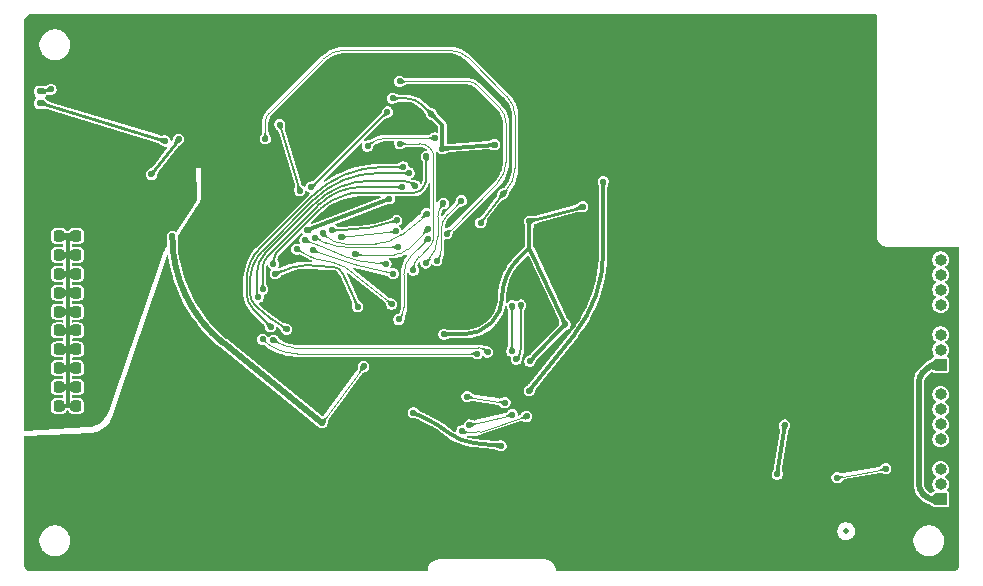
<source format=gbr>
%TF.GenerationSoftware,KiCad,Pcbnew,9.0.1*%
%TF.CreationDate,2025-05-02T11:49:09+03:00*%
%TF.ProjectId,Kampela_H1,4b616d70-656c-4615-9f48-312e6b696361,rev?*%
%TF.SameCoordinates,Original*%
%TF.FileFunction,Copper,L2,Bot*%
%TF.FilePolarity,Positive*%
%FSLAX46Y46*%
G04 Gerber Fmt 4.6, Leading zero omitted, Abs format (unit mm)*
G04 Created by KiCad (PCBNEW 9.0.1) date 2025-05-02 11:49:09*
%MOMM*%
%LPD*%
G01*
G04 APERTURE LIST*
G04 Aperture macros list*
%AMRoundRect*
0 Rectangle with rounded corners*
0 $1 Rounding radius*
0 $2 $3 $4 $5 $6 $7 $8 $9 X,Y pos of 4 corners*
0 Add a 4 corners polygon primitive as box body*
4,1,4,$2,$3,$4,$5,$6,$7,$8,$9,$2,$3,0*
0 Add four circle primitives for the rounded corners*
1,1,$1+$1,$2,$3*
1,1,$1+$1,$4,$5*
1,1,$1+$1,$6,$7*
1,1,$1+$1,$8,$9*
0 Add four rect primitives between the rounded corners*
20,1,$1+$1,$2,$3,$4,$5,0*
20,1,$1+$1,$4,$5,$6,$7,0*
20,1,$1+$1,$6,$7,$8,$9,0*
20,1,$1+$1,$8,$9,$2,$3,0*%
G04 Aperture macros list end*
%TA.AperFunction,ComponentPad*%
%ADD10R,1.000000X1.000000*%
%TD*%
%TA.AperFunction,ComponentPad*%
%ADD11O,1.000000X1.000000*%
%TD*%
%TA.AperFunction,ComponentPad*%
%ADD12C,0.600000*%
%TD*%
%TA.AperFunction,SMDPad,CuDef*%
%ADD13R,0.900000X1.600000*%
%TD*%
%TA.AperFunction,SMDPad,CuDef*%
%ADD14RoundRect,0.225000X0.225000X0.250000X-0.225000X0.250000X-0.225000X-0.250000X0.225000X-0.250000X0*%
%TD*%
%TA.AperFunction,SMDPad,CuDef*%
%ADD15RoundRect,0.225000X-0.225000X-0.250000X0.225000X-0.250000X0.225000X0.250000X-0.225000X0.250000X0*%
%TD*%
%TA.AperFunction,SMDPad,CuDef*%
%ADD16C,0.500000*%
%TD*%
%TA.AperFunction,SMDPad,CuDef*%
%ADD17RoundRect,0.147500X-0.172500X0.147500X-0.172500X-0.147500X0.172500X-0.147500X0.172500X0.147500X0*%
%TD*%
%TA.AperFunction,ViaPad*%
%ADD18C,0.540000*%
%TD*%
%TA.AperFunction,ViaPad*%
%ADD19C,0.550000*%
%TD*%
%TA.AperFunction,Conductor*%
%ADD20C,0.300000*%
%TD*%
%TA.AperFunction,Conductor*%
%ADD21C,0.500000*%
%TD*%
%TA.AperFunction,Conductor*%
%ADD22C,0.200000*%
%TD*%
%TA.AperFunction,Conductor*%
%ADD23C,0.250000*%
%TD*%
%TA.AperFunction,Conductor*%
%ADD24C,0.125000*%
%TD*%
%TA.AperFunction,Conductor*%
%ADD25C,0.150000*%
%TD*%
G04 APERTURE END LIST*
D10*
%TO.P,J7,1,Pin_1*%
%TO.N,+1V8*%
X172160000Y-101600000D03*
D11*
%TO.P,J7,2,Pin_2*%
%TO.N,/MCU UI/RX*%
X172160000Y-100330000D03*
%TO.P,J7,3,Pin_3*%
%TO.N,/MCU UI/TX*%
X172160000Y-99060000D03*
%TO.P,J7,4,Pin_4*%
%TO.N,GND*%
X172160000Y-97790000D03*
%TO.P,J7,5,Pin_5*%
%TO.N,/MCU UI/SWDIO*%
X172160000Y-96520000D03*
%TO.P,J7,6,Pin_6*%
%TO.N,unconnected-(J7-Pin_6-Pad6)*%
X172160000Y-95250000D03*
%TO.P,J7,7,Pin_7*%
%TO.N,/MCU UI/SWDCK*%
X172160000Y-93980000D03*
%TO.P,J7,8,Pin_8*%
%TO.N,/MCU UI/P_GOOD*%
X172160000Y-92710000D03*
%TD*%
D10*
%TO.P,J4,1,Pin_1*%
%TO.N,+1V8*%
X172160000Y-112990000D03*
D11*
%TO.P,J4,2,Pin_2*%
%TO.N,/MCU SEC/RX*%
X172160000Y-111720000D03*
%TO.P,J4,3,Pin_3*%
%TO.N,/MCU SEC/TX*%
X172160000Y-110450000D03*
%TO.P,J4,4,Pin_4*%
%TO.N,GND*%
X172160000Y-109180000D03*
%TO.P,J4,5,Pin_5*%
%TO.N,/MCU SEC/SWDIO*%
X172160000Y-107910000D03*
%TO.P,J4,6,Pin_6*%
%TO.N,/MCU SEC/P_IN*%
X172160000Y-106640000D03*
%TO.P,J4,7,Pin_7*%
%TO.N,/MCU SEC/SWDCK*%
X172160000Y-105370000D03*
%TO.P,J4,8,Pin_8*%
%TO.N,/MCU SEC/P_GOOD*%
X172160000Y-104100000D03*
%TD*%
D12*
%TO.P,U4,9,PAD*%
%TO.N,GND*%
X113810000Y-83665000D03*
D13*
X113810000Y-84165000D03*
D12*
X113810000Y-84665000D03*
%TD*%
D14*
%TO.P,C34,1*%
%TO.N,HV*%
X97510000Y-100310000D03*
%TO.P,C34,2*%
%TO.N,GND*%
X95960000Y-100310000D03*
%TD*%
D15*
%TO.P,C23,1*%
%TO.N,HV*%
X98960000Y-95510000D03*
%TO.P,C23,2*%
%TO.N,GND*%
X100510000Y-95510000D03*
%TD*%
%TO.P,C16,1*%
%TO.N,HV*%
X98960000Y-90710000D03*
%TO.P,C16,2*%
%TO.N,GND*%
X100510000Y-90710000D03*
%TD*%
%TO.P,C21,1*%
%TO.N,HV*%
X98960000Y-93910000D03*
%TO.P,C21,2*%
%TO.N,GND*%
X100510000Y-93910000D03*
%TD*%
D14*
%TO.P,C13,1*%
%TO.N,HV*%
X97510000Y-95510000D03*
%TO.P,C13,2*%
%TO.N,GND*%
X95960000Y-95510000D03*
%TD*%
D16*
%TO.P,FID4,*%
%TO.N,*%
X164160000Y-115710000D03*
%TD*%
D14*
%TO.P,C6,1*%
%TO.N,HV*%
X97510000Y-90710000D03*
%TO.P,C6,2*%
%TO.N,GND*%
X95960000Y-90710000D03*
%TD*%
%TO.P,C37,1*%
%TO.N,HV*%
X97510000Y-105110000D03*
%TO.P,C37,2*%
%TO.N,GND*%
X95960000Y-105110000D03*
%TD*%
%TO.P,C36,1*%
%TO.N,HV*%
X97510000Y-103510000D03*
%TO.P,C36,2*%
%TO.N,GND*%
X95960000Y-103510000D03*
%TD*%
D15*
%TO.P,C25,1*%
%TO.N,HV*%
X98960000Y-97110000D03*
%TO.P,C25,2*%
%TO.N,GND*%
X100510000Y-97110000D03*
%TD*%
D17*
%TO.P,D3,1,K*%
%TO.N,Net-(D3-K)*%
X95960000Y-78475000D03*
%TO.P,D3,2,A*%
%TO.N,HV*%
X95960000Y-79445000D03*
%TD*%
D14*
%TO.P,C35,1*%
%TO.N,HV*%
X97510000Y-101910000D03*
%TO.P,C35,2*%
%TO.N,GND*%
X95960000Y-101910000D03*
%TD*%
D15*
%TO.P,C30,1*%
%TO.N,HV*%
X98960000Y-101910000D03*
%TO.P,C30,2*%
%TO.N,GND*%
X100510000Y-101910000D03*
%TD*%
%TO.P,C31,1*%
%TO.N,HV*%
X98960000Y-103510000D03*
%TO.P,C31,2*%
%TO.N,GND*%
X100510000Y-103510000D03*
%TD*%
%TO.P,C32,1*%
%TO.N,HV*%
X98960000Y-105110000D03*
%TO.P,C32,2*%
%TO.N,GND*%
X100510000Y-105110000D03*
%TD*%
D14*
%TO.P,C12,1*%
%TO.N,HV*%
X97510000Y-93910000D03*
%TO.P,C12,2*%
%TO.N,GND*%
X95960000Y-93910000D03*
%TD*%
%TO.P,C9,1*%
%TO.N,HV*%
X97510000Y-92310000D03*
%TO.P,C9,2*%
%TO.N,GND*%
X95960000Y-92310000D03*
%TD*%
D15*
%TO.P,C28,1*%
%TO.N,HV*%
X98960000Y-100310000D03*
%TO.P,C28,2*%
%TO.N,GND*%
X100510000Y-100310000D03*
%TD*%
%TO.P,C19,1*%
%TO.N,HV*%
X98960000Y-92310000D03*
%TO.P,C19,2*%
%TO.N,GND*%
X100510000Y-92310000D03*
%TD*%
D14*
%TO.P,C33,1*%
%TO.N,HV*%
X97510000Y-98710000D03*
%TO.P,C33,2*%
%TO.N,GND*%
X95960000Y-98710000D03*
%TD*%
D15*
%TO.P,C27,1*%
%TO.N,HV*%
X98960000Y-98710000D03*
%TO.P,C27,2*%
%TO.N,GND*%
X100510000Y-98710000D03*
%TD*%
D14*
%TO.P,C15,1*%
%TO.N,HV*%
X97510000Y-97110000D03*
%TO.P,C15,2*%
%TO.N,GND*%
X95960000Y-97110000D03*
%TD*%
D18*
%TO.N,GND*%
X167730000Y-114080000D03*
X120470000Y-112380000D03*
X125520000Y-105210000D03*
X165400000Y-77590000D03*
X120550000Y-81700000D03*
X163350000Y-96680000D03*
X131878750Y-95791250D03*
X119638026Y-84345287D03*
X132841250Y-94828750D03*
X162010000Y-92480000D03*
X117130000Y-99550000D03*
X138300000Y-101390000D03*
X144000000Y-75870000D03*
X119841251Y-96753750D03*
X132200000Y-87070000D03*
X129790000Y-74170000D03*
X164960000Y-83340000D03*
X102750000Y-78360000D03*
X137220000Y-100440000D03*
X139640000Y-113660000D03*
X167910000Y-116690000D03*
X165780000Y-91190000D03*
X140660000Y-94340000D03*
X140430000Y-116710000D03*
X143450000Y-105210000D03*
X135160000Y-110150000D03*
X136900000Y-113110000D03*
X108360000Y-99570000D03*
X115490000Y-108310000D03*
X113820000Y-103300000D03*
X125360000Y-103730000D03*
X112340000Y-114280000D03*
X127150000Y-112990000D03*
X128825938Y-97390697D03*
X111190000Y-74040000D03*
X132330000Y-79070000D03*
X97420000Y-106430000D03*
X95390000Y-93160000D03*
X119150000Y-108400000D03*
X163360000Y-98690000D03*
X121810000Y-84570000D03*
D19*
X131560000Y-109310000D03*
D18*
X151820000Y-108270000D03*
X120803750Y-94828749D03*
X113620000Y-97860000D03*
X162550000Y-107970000D03*
X123630000Y-87620000D03*
X119080000Y-78300000D03*
X118660000Y-104530000D03*
X159450000Y-110220000D03*
X130430000Y-116490000D03*
X111800000Y-89890000D03*
X128960000Y-101310000D03*
X95780000Y-87450000D03*
X154960000Y-96500000D03*
X157300000Y-103060000D03*
X95170000Y-108610000D03*
X116420000Y-117560000D03*
X100050000Y-105940000D03*
X124600000Y-102770000D03*
X143530000Y-117030000D03*
X108670000Y-117350000D03*
X159210000Y-113800000D03*
X100800000Y-74710000D03*
X120803750Y-95791251D03*
X141110000Y-76450000D03*
X112270000Y-109130000D03*
X141730000Y-96270000D03*
X107578962Y-88303497D03*
X157970000Y-86460000D03*
X105800000Y-98020000D03*
X151650000Y-116960000D03*
X122990000Y-99450000D03*
X104240000Y-81140000D03*
X127570000Y-102310000D03*
X126600000Y-73830000D03*
X160160000Y-103110000D03*
X170320000Y-97290000D03*
X109330000Y-81110000D03*
X119841251Y-93866250D03*
X109200000Y-74530000D03*
X124380000Y-81950000D03*
X160990000Y-108150000D03*
X121760000Y-97700000D03*
X109130000Y-78410000D03*
X99680000Y-85190000D03*
X118878749Y-96753750D03*
X150890000Y-76990000D03*
X106870000Y-76570000D03*
X159620000Y-101500000D03*
X144900000Y-81830000D03*
X118260000Y-85970000D03*
X168980000Y-106020000D03*
X124060000Y-79320000D03*
X124460000Y-104850000D03*
X163190000Y-75440000D03*
X130700000Y-87190000D03*
X104790000Y-74220000D03*
X165430000Y-96910000D03*
X150590000Y-84490000D03*
X98640000Y-106070000D03*
X135484999Y-92520070D03*
X115870000Y-101900000D03*
X105580000Y-109080000D03*
X131350000Y-101330000D03*
X120760000Y-108640000D03*
X102200000Y-75240000D03*
X141990000Y-93870000D03*
X163600000Y-109890000D03*
X104130000Y-114480000D03*
X147930000Y-109070000D03*
X121510000Y-87910000D03*
X115480000Y-105990000D03*
X165240000Y-111950000D03*
D19*
X131910000Y-105410000D03*
D18*
X102920000Y-77320000D03*
X131170000Y-102600000D03*
D19*
X134690000Y-105460000D03*
D18*
X145570000Y-111020000D03*
X148280000Y-92920000D03*
X118878750Y-94828750D03*
X133803750Y-94828749D03*
X165790000Y-109690000D03*
X114390000Y-114060000D03*
X148360000Y-78510000D03*
X162470000Y-84640000D03*
X114570000Y-73580000D03*
X103230000Y-92790000D03*
X105050000Y-72310000D03*
X163000000Y-78550000D03*
X110050000Y-88470000D03*
X140360000Y-103850000D03*
X145540000Y-92750000D03*
X118240000Y-113780000D03*
X135900000Y-116500000D03*
X138600000Y-90550000D03*
X126250000Y-106980000D03*
X142850000Y-90220000D03*
X134020000Y-102450000D03*
X95350000Y-99520000D03*
X109060000Y-107110000D03*
X152980000Y-75440000D03*
X108150000Y-115250000D03*
X149530000Y-103580000D03*
X159790000Y-89330000D03*
X111030000Y-93960000D03*
X97140000Y-108780000D03*
X127160000Y-80870000D03*
X105230000Y-83720000D03*
X130970000Y-112530000D03*
X107990000Y-105260000D03*
X156250000Y-94010000D03*
X122880000Y-117420000D03*
X120030000Y-80080000D03*
X154370000Y-103390000D03*
X123290000Y-102760000D03*
X146440000Y-113000000D03*
X114110000Y-109200000D03*
X145380000Y-100640000D03*
X167330000Y-95060000D03*
X164550000Y-92890000D03*
X134270000Y-101140000D03*
X117080000Y-80490000D03*
X112760000Y-79020000D03*
X111510000Y-103300000D03*
X100780000Y-109040000D03*
X110960000Y-113550000D03*
X157950000Y-113260000D03*
X103050000Y-73810000D03*
X144460000Y-91780000D03*
X109880000Y-93200000D03*
X103040000Y-96120000D03*
X112390000Y-117780000D03*
X111860000Y-79260000D03*
X123040000Y-110090000D03*
X135010000Y-79230000D03*
X130220000Y-76880000D03*
X156260000Y-77160000D03*
X112790000Y-74020000D03*
X109440000Y-79250000D03*
X160820000Y-104670000D03*
X143060000Y-99750000D03*
X110340000Y-116700000D03*
X127560000Y-106400000D03*
X148770000Y-106490000D03*
X139100000Y-100510000D03*
X114920000Y-116700000D03*
X151790000Y-87610000D03*
X138740000Y-91960000D03*
X102450000Y-99910000D03*
X112800000Y-95150000D03*
D19*
X139880000Y-105950000D03*
D18*
X113860000Y-107370000D03*
X130730000Y-113660000D03*
X129130000Y-108270000D03*
X152930000Y-113660000D03*
X113270000Y-82580000D03*
X163860000Y-94460000D03*
X123310000Y-106260000D03*
X103350000Y-97690000D03*
X107070000Y-73720000D03*
X111880000Y-74890000D03*
X125110000Y-117450000D03*
X95470000Y-106510000D03*
X157370000Y-100630000D03*
X111490000Y-87710000D03*
X139210000Y-93990000D03*
X110780000Y-79420000D03*
X119841250Y-95791250D03*
X118430000Y-98760000D03*
X113700000Y-75120000D03*
X127210000Y-108790000D03*
X109370000Y-105680000D03*
X151380000Y-110730000D03*
X161810000Y-108450000D03*
X133255000Y-90815000D03*
X159260000Y-115600000D03*
X137300000Y-80290000D03*
X138320000Y-117260000D03*
X160540000Y-111250000D03*
X136100000Y-77210000D03*
X118820000Y-116790000D03*
X131260000Y-78410000D03*
X149680000Y-81190000D03*
X141640000Y-89010000D03*
X122920000Y-105100000D03*
X159780000Y-95620000D03*
X132841250Y-95791250D03*
D19*
X130340000Y-108290000D03*
D18*
X109980000Y-112310000D03*
X110150000Y-84910000D03*
X140880000Y-93450000D03*
X109130000Y-89980000D03*
X120690000Y-82980000D03*
X138020000Y-89970000D03*
X141040000Y-78070000D03*
X113550000Y-89210000D03*
X143210000Y-111000000D03*
X102480000Y-91920000D03*
X110910000Y-80350000D03*
X120410000Y-103070000D03*
X106630000Y-79880000D03*
X100440000Y-117300000D03*
X149620000Y-96130000D03*
X114230000Y-104490000D03*
X147860000Y-88040000D03*
X153990000Y-84250000D03*
X151210000Y-97840000D03*
X104850000Y-92120000D03*
X125590000Y-111400000D03*
X107330000Y-81540000D03*
X113020000Y-87310000D03*
X125140000Y-109960000D03*
X113180000Y-98880000D03*
X160460000Y-74000000D03*
X95220000Y-77030000D03*
X125730000Y-78170000D03*
X101320000Y-78450000D03*
X124030000Y-75760000D03*
X160650000Y-88380000D03*
X96480000Y-88300000D03*
X142480000Y-83430000D03*
X158220000Y-93070000D03*
X114250000Y-100680000D03*
X102480000Y-102330000D03*
X122170000Y-76820000D03*
X103600000Y-83460000D03*
X147570000Y-76490000D03*
X169540000Y-93310000D03*
X101880000Y-94290000D03*
X107900000Y-91060000D03*
X105850000Y-91610000D03*
X133130000Y-75240000D03*
X144090000Y-97170000D03*
X130916250Y-95791251D03*
X133630000Y-77840000D03*
X102320000Y-98410000D03*
X97060000Y-77050000D03*
X110770000Y-76150000D03*
X100050000Y-79720000D03*
X151560000Y-94810000D03*
X169500000Y-109150000D03*
X118140000Y-110010000D03*
X117916250Y-96753750D03*
X161260000Y-112430000D03*
X107920000Y-97210000D03*
X127500000Y-116570000D03*
X133520000Y-101350000D03*
X108440000Y-77300000D03*
X113960000Y-78720000D03*
X110600000Y-81170000D03*
X164100000Y-112730000D03*
X157900000Y-106320000D03*
X129330000Y-78200000D03*
X156320000Y-92620000D03*
X143560000Y-79010000D03*
X143780000Y-95370000D03*
X125650000Y-76110000D03*
X129992859Y-98253204D03*
X105880000Y-114430000D03*
X124880000Y-94960000D03*
X112130000Y-84600000D03*
X148720000Y-111310000D03*
X117460000Y-83100000D03*
X100960000Y-73100000D03*
X104640000Y-78690000D03*
X139370000Y-82200000D03*
X139800000Y-92770000D03*
X158750000Y-105450000D03*
X113920000Y-91250000D03*
X159740000Y-81240000D03*
X125590000Y-101290000D03*
X142560000Y-100640000D03*
X130916250Y-93866250D03*
X105170000Y-76800000D03*
X96730000Y-85940000D03*
X155190000Y-73570000D03*
X110640000Y-105300000D03*
X167480000Y-102420000D03*
X100650000Y-114690000D03*
X108630000Y-93800000D03*
D19*
X136880000Y-107000000D03*
D18*
X162020000Y-116810000D03*
X105800000Y-112160000D03*
X133040000Y-116980000D03*
X154000000Y-100370000D03*
X154790000Y-107090000D03*
X124500000Y-116350000D03*
X126562856Y-87743451D03*
X118878749Y-93866250D03*
X108200000Y-100960000D03*
X115980000Y-95760000D03*
X146480000Y-84460000D03*
X112070000Y-86370000D03*
X119841250Y-94828750D03*
X136770000Y-83640000D03*
X102800000Y-116150000D03*
X131878750Y-94828750D03*
X99250000Y-76160000D03*
X116720000Y-92310000D03*
X122310000Y-79860000D03*
X137860000Y-75010000D03*
X115340000Y-87270000D03*
X117890000Y-101590000D03*
X106650000Y-116700000D03*
X152090000Y-105560000D03*
X111820000Y-81760000D03*
X114070000Y-81900000D03*
X108110000Y-74370000D03*
X164150000Y-89430000D03*
X98680000Y-109760000D03*
X112650000Y-103770000D03*
X109270000Y-95030000D03*
X113280000Y-76370000D03*
X132110000Y-81150000D03*
X114431347Y-88643989D03*
X120580000Y-106640000D03*
X139940000Y-111860000D03*
X101830000Y-101280000D03*
X149780000Y-93790000D03*
X165380000Y-104760000D03*
X111150000Y-92430000D03*
X131878749Y-96753750D03*
X161710000Y-101850000D03*
X110960000Y-111130000D03*
X105970000Y-73710000D03*
X128760000Y-117040000D03*
X135150000Y-112420000D03*
X129910000Y-110990000D03*
X95820000Y-89380000D03*
X108050000Y-103570000D03*
X106900000Y-84880000D03*
X163530000Y-104760000D03*
X110900000Y-97220000D03*
X130916250Y-94828749D03*
X136850000Y-82160000D03*
X133890000Y-114150000D03*
X148240000Y-85020000D03*
X141280000Y-97470000D03*
X113160000Y-85680000D03*
X146620000Y-105050000D03*
X156080000Y-116150000D03*
X158370000Y-77970000D03*
X95770000Y-84910000D03*
X123960000Y-73520000D03*
X116390000Y-78200000D03*
X140620000Y-96620000D03*
X112710000Y-97510000D03*
X111040000Y-84770000D03*
X117900000Y-74030000D03*
X98960000Y-87560000D03*
X121420000Y-101240000D03*
X170520000Y-95610000D03*
X132841251Y-96753750D03*
X128570000Y-113230000D03*
X101220000Y-96310000D03*
D19*
X137010000Y-109030000D03*
D18*
X118510000Y-111360000D03*
X119270000Y-103420000D03*
X165840000Y-114100000D03*
X120820000Y-113470000D03*
X141830000Y-109320000D03*
X110450000Y-100680000D03*
X148530000Y-101660000D03*
X123180000Y-113830000D03*
X112140000Y-116490000D03*
X117916250Y-93866250D03*
X126760000Y-101310000D03*
X116200000Y-110890000D03*
X124290000Y-112480000D03*
X106700000Y-89120000D03*
X133210000Y-86690000D03*
X135280386Y-98764125D03*
X120803750Y-93866250D03*
X146490000Y-116810000D03*
X120170000Y-98820000D03*
X117916250Y-94828749D03*
X98810000Y-112080000D03*
X170600000Y-93400000D03*
X104200000Y-95220000D03*
X104550000Y-104620000D03*
X139100000Y-104030000D03*
X154750000Y-93630000D03*
X97560000Y-78910000D03*
X148280000Y-95070000D03*
X143260000Y-113330000D03*
X162500000Y-114000000D03*
X138510000Y-96590000D03*
X112980000Y-92450000D03*
X110280000Y-91250000D03*
X133910000Y-81640000D03*
X144930000Y-108590000D03*
X167620000Y-108980000D03*
X162160000Y-93950000D03*
X165360000Y-103090000D03*
X129420000Y-76030000D03*
X108890000Y-111240000D03*
X146820000Y-93830000D03*
X169630000Y-112320000D03*
X102360000Y-84820000D03*
X95410000Y-102680000D03*
X133803750Y-93866250D03*
X134830000Y-83630000D03*
X133040000Y-111670000D03*
X164830000Y-110010000D03*
X152210000Y-80030000D03*
X160920000Y-106200000D03*
X113020000Y-112360000D03*
X146510000Y-102420000D03*
X117020000Y-76280000D03*
X108100000Y-108580000D03*
X116140000Y-112860000D03*
X121420000Y-73890000D03*
X140890000Y-95630000D03*
X139880000Y-95180000D03*
X110250000Y-87480000D03*
X146190000Y-99110000D03*
X127684384Y-99572333D03*
X131878749Y-93866250D03*
X123430000Y-80880000D03*
X108320000Y-109860000D03*
X100140000Y-78250000D03*
X115130000Y-75180000D03*
X118878750Y-95791250D03*
X129277392Y-98881901D03*
X120803750Y-96753750D03*
X163910000Y-102530000D03*
X110700131Y-86033556D03*
X117916250Y-95791251D03*
X101730000Y-103780000D03*
X136760000Y-104350000D03*
X159560000Y-93370000D03*
X167400000Y-97900000D03*
X121510000Y-78410000D03*
X123880000Y-89310000D03*
X108960000Y-82330000D03*
X109210000Y-102570000D03*
X134000000Y-80300000D03*
X111090000Y-73100000D03*
X152940000Y-98280000D03*
X144950000Y-106380000D03*
D19*
X118373462Y-84426163D03*
D18*
X132841251Y-93866250D03*
X104430000Y-80030000D03*
X119420000Y-99360000D03*
X115330000Y-85920000D03*
X160040000Y-98730000D03*
X159450000Y-75630000D03*
X169120000Y-98210000D03*
X104599663Y-89282410D03*
X159430000Y-92040000D03*
X133230000Y-103510000D03*
X122490000Y-101890000D03*
X104180000Y-93900000D03*
X142170000Y-94910000D03*
X127960000Y-101310000D03*
X96300000Y-80710000D03*
X103910000Y-106890000D03*
X109350000Y-92200000D03*
X154170000Y-109360000D03*
X108340000Y-92470000D03*
D19*
X131010000Y-111070000D03*
D18*
X126900000Y-79800000D03*
X125240000Y-114350000D03*
X154470000Y-88570000D03*
X139660000Y-91710000D03*
X106400000Y-94850000D03*
X126180000Y-102470000D03*
X116570000Y-104940000D03*
X105410000Y-101320000D03*
X157570000Y-97580000D03*
X112590000Y-102200000D03*
X103570000Y-109380000D03*
X110200000Y-90030000D03*
X115930000Y-82500000D03*
X97100000Y-81520000D03*
X133803750Y-96753750D03*
X109330000Y-72910000D03*
X130916250Y-96753750D03*
X98140000Y-85030000D03*
X133803750Y-95791251D03*
X159210000Y-84210000D03*
X137750000Y-104710000D03*
X161490000Y-95460000D03*
X153080000Y-92950000D03*
X169630000Y-94740000D03*
X143240000Y-103060000D03*
X141440000Y-114000000D03*
X123000000Y-107910000D03*
X139330000Y-110100000D03*
X141250000Y-104270000D03*
X162660000Y-86750000D03*
X120540000Y-117350000D03*
X140160000Y-101830000D03*
X131550000Y-80530000D03*
X133010000Y-109490000D03*
X95350000Y-96310000D03*
X125413962Y-99026924D03*
X154860000Y-80260000D03*
X120800000Y-76620000D03*
X102410000Y-112550000D03*
X146470000Y-79940000D03*
X156670000Y-105020000D03*
X125650000Y-95630000D03*
X109970000Y-96360000D03*
X166220000Y-107680000D03*
X127582913Y-97352646D03*
X113000000Y-88460000D03*
%TO.N,+1V8*%
X130110000Y-99030000D03*
X140380000Y-98200000D03*
X137380000Y-101320000D03*
X115820000Y-93910000D03*
X137340000Y-89450000D03*
X141879996Y-88220004D03*
X122810000Y-96710000D03*
%TO.N,/MCU SEC/V_CHK*%
X128750000Y-90940000D03*
X126280000Y-97780000D03*
%TO.N,HV*%
X123310000Y-101760000D03*
X119800000Y-106520000D03*
X158330000Y-110880000D03*
X158960000Y-106710000D03*
X107110000Y-90720000D03*
X98220000Y-90720000D03*
X106506667Y-82670000D03*
%TO.N,+5V*%
X118520000Y-90240000D03*
X125499998Y-87560000D03*
%TO.N,+3V0*%
X125760000Y-79040000D03*
X129040000Y-80370000D03*
X143600000Y-86110000D03*
X134400000Y-82980000D03*
X137330000Y-103820000D03*
X129980000Y-83310000D03*
%TO.N,Net-(Q1-S)*%
X107650000Y-82520000D03*
X105343829Y-85496171D03*
%TO.N,/MCU SEC/P_GOOD*%
X133220000Y-89600000D03*
X114990000Y-82470000D03*
X135110000Y-87140000D03*
D19*
%TO.N,Net-(C49-Pad2)*%
X127530000Y-105685000D03*
X134940000Y-108480000D03*
D18*
%TO.N,Net-(D3-K)*%
X96850000Y-78290000D03*
%TO.N,/MCU SEC/SWDCK*%
X129500000Y-92820000D03*
X131585491Y-87721132D03*
%TO.N,/MCU SEC/SWDIO*%
X128570000Y-93000000D03*
X130073376Y-87959302D03*
%TO.N,/MCU SEC/TX*%
X167530000Y-110410000D03*
X163390000Y-111170000D03*
%TO.N,/MCU UI/P_GOOD*%
X128620000Y-83965000D03*
X115670000Y-93080000D03*
%TO.N,/MCU UI/SWDCK*%
X115430426Y-98379574D03*
X126670000Y-84860000D03*
%TO.N,/MCU UI/RX*%
X127670000Y-86470000D03*
X114390000Y-95890000D03*
%TO.N,/MCU UI/TX*%
X126600000Y-86560000D03*
X114770000Y-95220000D03*
%TO.N,/MCU UI/SWDIO*%
X127180000Y-85380000D03*
X116790000Y-98610000D03*
%TO.N,/MCU SEC/DATA*%
X116221296Y-81278704D03*
X117910000Y-86870000D03*
D19*
%TO.N,/Display/H_CS*%
X135280000Y-104820000D03*
D18*
X132060000Y-104310000D03*
D19*
%TO.N,/Display/H_SCK*%
X137103204Y-105976796D03*
X131620000Y-107220000D03*
%TO.N,/Display/H_SDI*%
X132270000Y-106720000D03*
X135890000Y-105830000D03*
D18*
%TO.N,/Display/T_SDA*%
X129350000Y-82390000D03*
X123640000Y-83100000D03*
%TO.N,/Display/SCL*%
X127522500Y-93604276D03*
X126380000Y-82890000D03*
%TO.N,/Display/SDA*%
X125321740Y-80210317D03*
X118840000Y-86580000D03*
%TO.N,/MCU SEC/E_MOSI*%
X135850000Y-100460000D03*
X135899999Y-96609999D03*
%TO.N,/MCU SEC/E_SCK*%
X136235000Y-101140000D03*
X136630000Y-96550000D03*
%TO.N,/MCU SEC/ZAYIN*%
X118330000Y-91050000D03*
X125206413Y-93052500D03*
%TO.N,/MCU SEC/DALET*%
X119870000Y-90480000D03*
X128640000Y-88812414D03*
%TO.N,/MCU SEC/HE*%
X119170000Y-90840000D03*
X126255000Y-91655000D03*
%TO.N,/MCU SEC/YOD*%
X114760000Y-99460000D03*
X132942852Y-100672500D03*
%TO.N,/MCU SEC/ALEPH*%
X128720000Y-90150000D03*
X122620000Y-92230000D03*
%TO.N,/MCU SEC/TET*%
X133800000Y-100550000D03*
X115672886Y-99535795D03*
%TO.N,/MCU SEC/VAV*%
X125820000Y-93890000D03*
X119020290Y-91919170D03*
%TO.N,/MCU SEC/HET*%
X125695000Y-96480000D03*
X117630000Y-91820000D03*
%TO.N,/MCU SEC/BET*%
X121421004Y-90785000D03*
X126070000Y-90330000D03*
%TO.N,/MCU SEC/GIMEL*%
X120610000Y-90190000D03*
X126110002Y-89390000D03*
%TO.N,/Display/INT*%
X126350000Y-77620000D03*
X130342500Y-90520000D03*
%TD*%
D20*
%TO.N,+1V8*%
X140380000Y-98200000D02*
X137340000Y-91690000D01*
D21*
X170330000Y-111765786D02*
X170330000Y-103034214D01*
D20*
X130110000Y-99030000D02*
X131864360Y-99030000D01*
D22*
X121542024Y-93888017D02*
X122810000Y-96710000D01*
X118355082Y-93192389D02*
X120675727Y-93298918D01*
D20*
X136447275Y-92582725D02*
X137340000Y-91690000D01*
X134024942Y-98135058D02*
X134234037Y-97925963D01*
D21*
X170622893Y-102327107D02*
X171057107Y-101892893D01*
D23*
X137340000Y-89450000D02*
X141879996Y-88220004D01*
D22*
X115820000Y-93910000D02*
X117166050Y-93387111D01*
D21*
X171764214Y-101600000D02*
X172160000Y-101600000D01*
X172160000Y-112990000D02*
X171554214Y-112990000D01*
D20*
X137380000Y-101320000D02*
X140380000Y-98200000D01*
X137340000Y-91690000D02*
X137340000Y-89450000D01*
D21*
X170847107Y-112697107D02*
X170622893Y-112472893D01*
D20*
X134234037Y-97925963D02*
G75*
G03*
X135019970Y-96028482I-1897537J1897463D01*
G01*
X135020000Y-96028482D02*
G75*
G02*
X136447294Y-92582744I4873000J-18D01*
G01*
D21*
X171057107Y-101892893D02*
G75*
G02*
X171764214Y-101600010I707093J-707107D01*
G01*
D22*
X117166050Y-93387111D02*
G75*
G02*
X118355082Y-93192399I1055350J-2716789D01*
G01*
D21*
X171554214Y-112990000D02*
G75*
G02*
X170847100Y-112697114I-14J1000000D01*
G01*
X170330000Y-103034214D02*
G75*
G02*
X170622886Y-102327100I1000000J14D01*
G01*
D22*
X121542024Y-93888017D02*
G75*
G03*
X120675725Y-93298963I-912124J-409883D01*
G01*
D20*
X131864360Y-99030000D02*
G75*
G03*
X134024957Y-98135073I40J3055500D01*
G01*
D21*
X170622893Y-112472893D02*
G75*
G02*
X170330010Y-111765786I707107J707093D01*
G01*
D24*
%TO.N,/MCU SEC/V_CHK*%
X126720000Y-94000000D02*
X126720000Y-95360000D01*
X126720000Y-95360000D02*
X126720000Y-96717747D01*
X128750000Y-90940000D02*
X127448320Y-92241680D01*
X126720000Y-96717747D02*
G75*
G02*
X126279987Y-97779987I-1502300J47D01*
G01*
X127448320Y-92241680D02*
G75*
G03*
X126719988Y-94000000I1758280J-1758320D01*
G01*
D20*
%TO.N,HV*%
X97510000Y-97110000D02*
X98960000Y-97110000D01*
D23*
X106506667Y-82670000D02*
X95960000Y-79445000D01*
D20*
X98950000Y-90720000D02*
X98960000Y-90710000D01*
X97510000Y-93910000D02*
X98960000Y-93910000D01*
X97510000Y-101910000D02*
X98960000Y-101910000D01*
X158960000Y-106710000D02*
X158330000Y-110880000D01*
D21*
X111455870Y-99799984D02*
X119800000Y-106520000D01*
D20*
X98240000Y-105110000D02*
X98960000Y-105110000D01*
X97510000Y-95510000D02*
X98960000Y-95510000D01*
X97510000Y-98710000D02*
X98960000Y-98710000D01*
X98220000Y-90720000D02*
X98510000Y-90720000D01*
X98500000Y-90710000D02*
X98510000Y-90720000D01*
X97510000Y-92310000D02*
X98960000Y-92310000D01*
X98510000Y-90720000D02*
X98950000Y-90720000D01*
D24*
X123310000Y-101760000D02*
X119800000Y-106520000D01*
D20*
X98240000Y-105110000D02*
X98240000Y-90740000D01*
X97510000Y-103510000D02*
X98960000Y-103510000D01*
X97510000Y-90710000D02*
X98500000Y-90710000D01*
X97510000Y-105110000D02*
X98240000Y-105110000D01*
X98240000Y-90740000D02*
X98220000Y-90720000D01*
X97510000Y-100310000D02*
X98960000Y-100310000D01*
D21*
X107110000Y-90720000D02*
G75*
G03*
X111455871Y-99799983I11658500J0D01*
G01*
D20*
%TO.N,+5V*%
X118520000Y-90240000D02*
X125499998Y-87560000D01*
%TO.N,+3V0*%
X129980000Y-83310000D02*
X129980000Y-81310000D01*
X129980000Y-81310000D02*
X129040000Y-80370000D01*
D22*
X129040000Y-80370000D02*
X128335000Y-79665000D01*
D20*
X143600000Y-92063929D02*
X143600000Y-86110000D01*
D22*
X126826117Y-79040000D02*
X125760000Y-79040000D01*
D20*
X134400000Y-82980000D02*
X129980000Y-83310000D01*
X141178519Y-98989403D02*
X137330000Y-103820000D01*
X143600000Y-92063929D02*
G75*
G02*
X141178501Y-98989389I-11114200J29D01*
G01*
D22*
X128335000Y-79665000D02*
G75*
G03*
X126826117Y-79039993I-1508900J-1508900D01*
G01*
D23*
%TO.N,Net-(Q1-S)*%
X107650000Y-82520000D02*
X105343829Y-85496171D01*
D25*
%TO.N,/MCU SEC/P_GOOD*%
X133220000Y-89600000D02*
X135110000Y-87140000D01*
D24*
X135469462Y-78919462D02*
X132205000Y-75655000D01*
X136120000Y-84980000D02*
X136120000Y-80490000D01*
X119880467Y-75729533D02*
X115325000Y-80285000D01*
X130575406Y-74980000D02*
X121690000Y-74980000D01*
X114990000Y-81093761D02*
X114990000Y-82470000D01*
X135110000Y-87140000D02*
X135306827Y-86943173D01*
X121690000Y-74980000D02*
G75*
G03*
X119880460Y-75729526I0J-2559100D01*
G01*
X132205000Y-75655000D02*
G75*
G03*
X130575406Y-74979998I-1629600J-1629600D01*
G01*
X135306827Y-86943173D02*
G75*
G03*
X136120013Y-84980000I-1963127J1963173D01*
G01*
X136120000Y-80490000D02*
G75*
G03*
X135469467Y-78919457I-2221100J0D01*
G01*
X115325000Y-80285000D02*
G75*
G03*
X114989984Y-81093761I808800J-808800D01*
G01*
D20*
%TO.N,Net-(C49-Pad2)*%
X127530000Y-105685000D02*
X128345323Y-106057660D01*
X130521113Y-107375840D02*
X130522513Y-107376927D01*
X132594857Y-108218683D02*
X134940000Y-108480000D01*
X130522513Y-107376927D02*
G75*
G03*
X132594856Y-108218696I2528687J3253527D01*
G01*
X130521113Y-107375840D02*
G75*
G03*
X128345326Y-106057653I-6745113J-8678660D01*
G01*
D23*
%TO.N,Net-(D3-K)*%
X96850000Y-78290000D02*
X95960000Y-78475000D01*
D24*
%TO.N,/MCU SEC/SWDCK*%
X131585491Y-87721132D02*
X130448073Y-88858549D01*
X129880000Y-90230000D02*
X129880000Y-91902599D01*
X129570000Y-92750000D02*
X129500000Y-92820000D01*
X129880000Y-91902599D02*
G75*
G02*
X129500000Y-92820000I-1297400J-1D01*
G01*
X130448073Y-88858549D02*
G75*
G03*
X129879992Y-90230000I1371427J-1371451D01*
G01*
%TO.N,/MCU SEC/SWDIO*%
X128570000Y-93000000D02*
X128707580Y-92862420D01*
X129595000Y-89880000D02*
X129595000Y-89114203D01*
X129595000Y-90720000D02*
X129595000Y-89880000D01*
X128707580Y-92862420D02*
G75*
G03*
X129595011Y-90720000I-2142380J2142420D01*
G01*
X129595000Y-89114203D02*
G75*
G02*
X130073369Y-87959295I1633300J3D01*
G01*
%TO.N,/MCU SEC/TX*%
X167530000Y-110410000D02*
X163390000Y-111170000D01*
D25*
%TO.N,/MCU UI/P_GOOD*%
X120720481Y-87657911D02*
X120325624Y-87885880D01*
X128617716Y-85826298D02*
X128579456Y-86067843D01*
X119602868Y-88440469D02*
X119440000Y-88600000D01*
X119440000Y-88600000D02*
X116171969Y-91868031D01*
X115920046Y-92182924D02*
X115797740Y-92422972D01*
X119952139Y-88147396D02*
X119602868Y-88440469D01*
X121133705Y-87465224D02*
X120720481Y-87657911D01*
X122905776Y-87072377D02*
X122451570Y-87112111D01*
X127516982Y-87072377D02*
X122905776Y-87072377D01*
X120325624Y-87885880D02*
X119952139Y-88147396D01*
X128579456Y-86067843D02*
X128503882Y-86300430D01*
X128249108Y-86716180D02*
X128164264Y-86804264D01*
X115714495Y-92679199D02*
X115672361Y-92945295D01*
X128620000Y-85704020D02*
X128617716Y-85826298D01*
X115797740Y-92422972D02*
X115714495Y-92679199D01*
X115672361Y-92945295D02*
X115670000Y-93080000D01*
X116171969Y-91868031D02*
X116078402Y-91964966D01*
X128503882Y-86300430D02*
X128392855Y-86518330D01*
X128620000Y-83965000D02*
X128620000Y-85704020D01*
X116078402Y-91964966D02*
X115920046Y-92182924D01*
X121562149Y-87309285D02*
X121133705Y-87465224D01*
X122002555Y-87191281D02*
X121562149Y-87309285D01*
X128392855Y-86518330D02*
X128249108Y-86716180D01*
X122451570Y-87112111D02*
X122002555Y-87191281D01*
X128164264Y-86804264D02*
X128099200Y-86866416D01*
X128099200Y-86866416D02*
G75*
G02*
X127516982Y-87072350I-572300J692016D01*
G01*
%TO.N,/MCU UI/SWDCK*%
X113410000Y-94443865D02*
X113410000Y-95574164D01*
X118881486Y-87398513D02*
X118790000Y-87490000D01*
X126670000Y-84860000D02*
X125010000Y-84860000D01*
X113965067Y-96914215D02*
X115430426Y-98379574D01*
X118790000Y-87490000D02*
X114522890Y-91757110D01*
X113410000Y-95574164D02*
G75*
G03*
X113965053Y-96914229I1895100J-36D01*
G01*
X114522890Y-91757110D02*
G75*
G03*
X113409991Y-94443865I2686810J-2686790D01*
G01*
X125010000Y-84860000D02*
G75*
G03*
X118881492Y-87398519I0J-8667000D01*
G01*
%TO.N,/MCU UI/RX*%
X123880000Y-86040000D02*
X126510000Y-86040000D01*
X114390000Y-95890000D02*
X114260000Y-95760000D01*
X114260000Y-95760000D02*
X114260000Y-93901162D01*
X126510000Y-86040000D02*
X126631889Y-86040000D01*
X114975000Y-92175000D02*
X119151314Y-87998686D01*
X119151314Y-87998686D02*
G75*
G02*
X123880000Y-86040008I4728686J-4728714D01*
G01*
X114260000Y-93901162D02*
G75*
G02*
X114975011Y-92175011I2441200J-38D01*
G01*
X126631889Y-86040000D02*
G75*
G02*
X127670003Y-86469997I11J-1468100D01*
G01*
%TO.N,/MCU UI/TX*%
X114770000Y-93639238D02*
X114772247Y-93501667D01*
X114770000Y-95220000D02*
X114770000Y-93639238D01*
X119312773Y-88302773D02*
X119574544Y-88041003D01*
X114772247Y-93501667D02*
X114784622Y-93350670D01*
X123150000Y-86560000D02*
X126600000Y-86560000D01*
X115152096Y-92463450D02*
X119312773Y-88302773D01*
X114784622Y-93350670D02*
G75*
G02*
X115152082Y-92463436I1254678J70D01*
G01*
X119574544Y-88041003D02*
G75*
G02*
X123150000Y-86560013I3575456J-3575497D01*
G01*
%TO.N,/MCU UI/SWDIO*%
X113685000Y-94576704D02*
X113685000Y-95550000D01*
X119027761Y-87692239D02*
X114775149Y-91944851D01*
X127180000Y-85380000D02*
X124610000Y-85380000D01*
X115411128Y-97665473D02*
X116790000Y-98610000D01*
X114255000Y-96705000D02*
X114257639Y-96707639D01*
X114098657Y-96548658D02*
X114255000Y-96705000D01*
X114775149Y-91944851D02*
G75*
G03*
X113685002Y-94576704I2631851J-2631849D01*
G01*
X124610000Y-85380000D02*
G75*
G03*
X119027757Y-87692235I0J-7894500D01*
G01*
X113685000Y-95550000D02*
G75*
G03*
X114098661Y-96548654I1412300J0D01*
G01*
X114257639Y-96707639D02*
G75*
G03*
X115411125Y-97665477I5744861J5744839D01*
G01*
%TO.N,/MCU SEC/DATA*%
X116221296Y-81278704D02*
X117910000Y-86870000D01*
D24*
%TO.N,/Display/H_CS*%
X135280000Y-104820000D02*
X132060000Y-104310000D01*
%TO.N,/Display/H_SCK*%
X133159569Y-107273642D02*
X137103204Y-105976796D01*
X131620000Y-107220000D02*
G75*
G03*
X133159572Y-107273651I842700J2065500D01*
G01*
%TO.N,/Display/H_SDI*%
X132270000Y-106720000D02*
X135890000Y-105830000D01*
%TO.N,/Display/T_SDA*%
X129312500Y-82427500D02*
X129350000Y-82390000D01*
X125263558Y-82427500D02*
X129312500Y-82427500D01*
X123640000Y-83100000D02*
G75*
G02*
X125263558Y-82427483I1623600J-1623600D01*
G01*
%TO.N,/Display/SCL*%
X126380000Y-82890000D02*
X128033813Y-82890000D01*
X128073110Y-92383110D02*
X127996655Y-92459566D01*
X129052542Y-91403678D02*
X128073110Y-92383110D01*
X129215609Y-83782744D02*
X129215609Y-91010000D01*
X128915000Y-83255000D02*
X129055000Y-83395000D01*
X129055000Y-83395000D02*
G75*
G02*
X129215591Y-83782744I-387700J-387700D01*
G01*
X129215609Y-91010000D02*
G75*
G02*
X129052535Y-91403671I-556709J0D01*
G01*
X128033813Y-82890000D02*
G75*
G02*
X128914996Y-83255004I-13J-1246200D01*
G01*
X127996655Y-92459566D02*
G75*
G03*
X127522494Y-93604276I1144745J-1144734D01*
G01*
D25*
%TO.N,/Display/SDA*%
X125321740Y-80210317D02*
X118952057Y-86580000D01*
X118952057Y-86580000D02*
X118840000Y-86580000D01*
%TO.N,/MCU SEC/E_MOSI*%
X135867093Y-96705611D02*
X135899999Y-96672705D01*
X135899999Y-96672705D02*
X135899999Y-96609999D01*
X135850000Y-100460000D02*
X135850000Y-96792342D01*
X135850000Y-96792342D02*
G75*
G02*
X135867106Y-96705616I287000J-11558D01*
G01*
%TO.N,/MCU SEC/E_SCK*%
X136630000Y-96550000D02*
X136630000Y-100186399D01*
X136630000Y-100186399D02*
G75*
G02*
X136235004Y-101140004I-1348600J-1D01*
G01*
D24*
%TO.N,/MCU SEC/ZAYIN*%
X122674134Y-92720207D02*
X125206413Y-93052500D01*
X118330000Y-91050000D02*
X119676110Y-91592889D01*
X119683877Y-91596059D02*
X121912597Y-92516718D01*
X121912597Y-92516718D02*
G75*
G03*
X122674134Y-92720206I1155203J2796518D01*
G01*
X119676110Y-91592889D02*
G75*
G02*
X119683877Y-91596059I-376910J-934611D01*
G01*
%TO.N,/MCU SEC/DALET*%
X120078814Y-90688814D02*
X119870000Y-90480000D01*
X124327018Y-91367500D02*
X121717306Y-91367500D01*
X128640000Y-88812414D02*
X126492501Y-90588157D01*
X120078814Y-90688814D02*
G75*
G03*
X121717306Y-91367489I1638486J1638514D01*
G01*
X124327018Y-91367500D02*
G75*
G03*
X126492497Y-90588152I-18J3398200D01*
G01*
%TO.N,/MCU SEC/HE*%
X119170000Y-90840000D02*
X120093873Y-91265399D01*
X121871518Y-91655000D02*
X126255000Y-91655000D01*
X121871518Y-91655000D02*
G75*
G02*
X120093868Y-91265409I-18J4250300D01*
G01*
%TO.N,/MCU SEC/YOD*%
X117687213Y-100672500D02*
X132942852Y-100672500D01*
X114760000Y-99460000D02*
G75*
G03*
X117687213Y-100672486I2927200J2927200D01*
G01*
%TO.N,/MCU SEC/ALEPH*%
X122680000Y-92290000D02*
X125870000Y-92290000D01*
X122620000Y-92230000D02*
X122680000Y-92290000D01*
X127070000Y-91800000D02*
X128720000Y-90150000D01*
X125870000Y-92290000D02*
X125887036Y-92290000D01*
X125887036Y-92290000D02*
G75*
G03*
X127069990Y-91799990I-36J1673000D01*
G01*
%TO.N,/MCU SEC/TET*%
X115672886Y-99535795D02*
X116590982Y-99981251D01*
X133005786Y-100170000D02*
X117412389Y-100170000D01*
X133800000Y-100550000D02*
X133712893Y-100462893D01*
X116590982Y-99981251D02*
G75*
G03*
X117412389Y-100170004I821418J1692951D01*
G01*
X133712893Y-100462893D02*
G75*
G03*
X133005786Y-100170010I-707093J-707107D01*
G01*
%TO.N,/MCU SEC/VAV*%
X119020290Y-91919170D02*
X119929630Y-92261909D01*
X125818525Y-93889733D02*
X125820000Y-93890000D01*
X119929630Y-92261909D02*
G75*
G03*
X125818524Y-93889738I11887970J31540509D01*
G01*
%TO.N,/MCU SEC/HET*%
X117630000Y-91820000D02*
X118842723Y-92453923D01*
X119067558Y-92538860D02*
X120694155Y-92938187D01*
X122619502Y-94022916D02*
X125695000Y-96480000D01*
X120694155Y-92938187D02*
G75*
G02*
X122619527Y-94022891I-979355J-3989513D01*
G01*
X118842723Y-92453923D02*
G75*
G03*
X119067557Y-92538865I463277J886223D01*
G01*
%TO.N,/MCU SEC/BET*%
X126070000Y-90330000D02*
X121421004Y-90785000D01*
D25*
%TO.N,/MCU SEC/GIMEL*%
X120610000Y-90190000D02*
X121627519Y-90190000D01*
X121627519Y-90190000D02*
G75*
G03*
X126110000Y-89389993I-19J12957900D01*
G01*
D24*
%TO.N,/Display/INT*%
X132127955Y-77620000D02*
X126350000Y-77620000D01*
X134780000Y-79770000D02*
X132985000Y-77975000D01*
X130342500Y-90520000D02*
X134621628Y-86240872D01*
X135380000Y-84410000D02*
X135380000Y-81218528D01*
X134621628Y-86240872D02*
G75*
G03*
X135380013Y-84410000I-1830828J1830872D01*
G01*
X135380000Y-81218528D02*
G75*
G03*
X134780008Y-79769992I-2048500J28D01*
G01*
X132985000Y-77975000D02*
G75*
G03*
X132127955Y-77620019I-857000J-857000D01*
G01*
%TD*%
%TA.AperFunction,Conductor*%
%TO.N,GND*%
G36*
X118091099Y-90443166D02*
G01*
X118102859Y-90458491D01*
X118106897Y-90465484D01*
X118143506Y-90528894D01*
X118143508Y-90528896D01*
X118143525Y-90528925D01*
X118150918Y-90585078D01*
X118116440Y-90630012D01*
X118116439Y-90630012D01*
X118041105Y-90673506D01*
X117953506Y-90761105D01*
X117891562Y-90868396D01*
X117859500Y-90988054D01*
X117859500Y-91111945D01*
X117891562Y-91231603D01*
X117891564Y-91231606D01*
X117921697Y-91283799D01*
X117923324Y-91286616D01*
X117930716Y-91342769D01*
X117896238Y-91387702D01*
X117840085Y-91395094D01*
X117822241Y-91387703D01*
X117811606Y-91381563D01*
X117691945Y-91349500D01*
X117691943Y-91349500D01*
X117568057Y-91349500D01*
X117568055Y-91349500D01*
X117448396Y-91381562D01*
X117341105Y-91443506D01*
X117253506Y-91531105D01*
X117191562Y-91638396D01*
X117159500Y-91758054D01*
X117159500Y-91881945D01*
X117191562Y-92001603D01*
X117211664Y-92036421D01*
X117253506Y-92108894D01*
X117341106Y-92196494D01*
X117442219Y-92254871D01*
X117448396Y-92258437D01*
X117517410Y-92276929D01*
X117568054Y-92290499D01*
X117568055Y-92290500D01*
X117568057Y-92290500D01*
X117620547Y-92290500D01*
X117630844Y-92291219D01*
X117653971Y-92294470D01*
X117754503Y-92288762D01*
X117762697Y-92288132D01*
X117763635Y-92288041D01*
X117763636Y-92288040D01*
X117763645Y-92288040D01*
X117765887Y-92287776D01*
X117771905Y-92287069D01*
X117845343Y-92276926D01*
X117850343Y-92276409D01*
X117878481Y-92274473D01*
X117896180Y-92275382D01*
X117907904Y-92277411D01*
X117924435Y-92282310D01*
X117985450Y-92308464D01*
X117996507Y-92311026D01*
X118014082Y-92317535D01*
X118686474Y-92669012D01*
X118712327Y-92682526D01*
X118720882Y-92686998D01*
X118720882Y-92686997D01*
X118753844Y-92704227D01*
X118765850Y-92710506D01*
X118765853Y-92710507D01*
X118767629Y-92711436D01*
X118767696Y-92711468D01*
X118768469Y-92711872D01*
X118772257Y-92713224D01*
X118859269Y-92750154D01*
X118919440Y-92770165D01*
X118926223Y-92772421D01*
X118969035Y-92809501D01*
X118973089Y-92865993D01*
X118936009Y-92908805D01*
X118899477Y-92916562D01*
X118396673Y-92893481D01*
X118396673Y-92893480D01*
X118368018Y-92892166D01*
X118368017Y-92892166D01*
X118324837Y-92890184D01*
X118324835Y-92890183D01*
X118324817Y-92890183D01*
X118235058Y-92886038D01*
X117967352Y-92896053D01*
X117967343Y-92896054D01*
X117967335Y-92896054D01*
X117967334Y-92896055D01*
X117701376Y-92928307D01*
X117701372Y-92928307D01*
X117701370Y-92928308D01*
X117439033Y-92982567D01*
X117439005Y-92982574D01*
X117182103Y-93058464D01*
X117182080Y-93058472D01*
X117058898Y-93106358D01*
X117058883Y-93106364D01*
X117058881Y-93106364D01*
X117058880Y-93106365D01*
X117038967Y-93114100D01*
X117012876Y-93124236D01*
X117012874Y-93124237D01*
X117011253Y-93124866D01*
X117011252Y-93124866D01*
X117011252Y-93124867D01*
X116243483Y-93423115D01*
X116224623Y-93427710D01*
X116214205Y-93428833D01*
X116214202Y-93428834D01*
X116148311Y-93449483D01*
X116091898Y-93444448D01*
X116055568Y-93400998D01*
X116060603Y-93344585D01*
X116062082Y-93341894D01*
X116108436Y-93261606D01*
X116109286Y-93258436D01*
X116124166Y-93202902D01*
X116140499Y-93141945D01*
X116140500Y-93141945D01*
X116140500Y-93018055D01*
X116140499Y-93018054D01*
X116136992Y-93004967D01*
X116127548Y-92969719D01*
X116108437Y-92898396D01*
X116107304Y-92896434D01*
X116099700Y-92877781D01*
X116099435Y-92876743D01*
X116071468Y-92818394D01*
X116058941Y-92792258D01*
X116056359Y-92787064D01*
X116056340Y-92787027D01*
X116056046Y-92786456D01*
X116053503Y-92781673D01*
X116022922Y-92725942D01*
X116019110Y-92717873D01*
X116018950Y-92717473D01*
X116015476Y-92673612D01*
X116024956Y-92631781D01*
X116025433Y-92622103D01*
X116028964Y-92602881D01*
X116035748Y-92582000D01*
X116051261Y-92534250D01*
X116055700Y-92523534D01*
X116153032Y-92332502D01*
X116159099Y-92322602D01*
X116160558Y-92320594D01*
X116286947Y-92146635D01*
X116293558Y-92138753D01*
X116368130Y-92061497D01*
X116368935Y-92060678D01*
X117986448Y-90443165D01*
X118038773Y-90421492D01*
X118091099Y-90443166D01*
G37*
%TD.AperFunction*%
%TA.AperFunction,Conductor*%
G36*
X128944544Y-86244553D02*
G01*
X128952609Y-86278147D01*
X128952609Y-88321440D01*
X128930935Y-88373766D01*
X128878609Y-88395440D01*
X128841611Y-88385527D01*
X128821604Y-88373977D01*
X128701945Y-88341914D01*
X128701943Y-88341914D01*
X128578057Y-88341914D01*
X128578055Y-88341914D01*
X128458396Y-88373976D01*
X128351105Y-88435920D01*
X128263506Y-88523519D01*
X128201562Y-88630811D01*
X128200923Y-88633195D01*
X128193161Y-88651671D01*
X128192560Y-88652687D01*
X128192556Y-88652695D01*
X128159336Y-88747394D01*
X128156913Y-88754743D01*
X128156644Y-88755613D01*
X128154412Y-88763371D01*
X128135521Y-88834258D01*
X128133972Y-88839333D01*
X128125037Y-88865235D01*
X128117270Y-88881211D01*
X128110831Y-88891195D01*
X128099977Y-88904387D01*
X128052209Y-88950394D01*
X128052206Y-88950397D01*
X128045473Y-88959695D01*
X128032695Y-88973320D01*
X126609245Y-90150354D01*
X126555108Y-90166995D01*
X126505060Y-90140481D01*
X126498003Y-90130324D01*
X126494553Y-90124349D01*
X126446494Y-90041106D01*
X126358894Y-89953506D01*
X126358893Y-89953505D01*
X126327937Y-89935633D01*
X126293458Y-89890700D01*
X126300850Y-89834548D01*
X126327935Y-89807462D01*
X126398896Y-89766494D01*
X126486496Y-89678894D01*
X126548438Y-89571606D01*
X126580501Y-89451945D01*
X126580502Y-89451945D01*
X126580502Y-89328055D01*
X126580501Y-89328054D01*
X126578789Y-89321666D01*
X126565107Y-89270602D01*
X126548439Y-89208396D01*
X126548438Y-89208394D01*
X126486496Y-89101106D01*
X126398896Y-89013506D01*
X126368883Y-88996178D01*
X126291605Y-88951562D01*
X126171947Y-88919500D01*
X126171945Y-88919500D01*
X126048059Y-88919500D01*
X126048057Y-88919500D01*
X125928398Y-88951562D01*
X125821107Y-89013506D01*
X125783485Y-89051128D01*
X125775881Y-89057759D01*
X125757124Y-89071986D01*
X125690063Y-89147598D01*
X125684374Y-89154296D01*
X125683756Y-89155055D01*
X125678223Y-89162170D01*
X125633558Y-89222278D01*
X125630489Y-89226133D01*
X125612330Y-89247446D01*
X125598913Y-89259743D01*
X125591045Y-89265343D01*
X125575225Y-89273917D01*
X125514596Y-89297767D01*
X125514580Y-89297775D01*
X125507357Y-89302214D01*
X125492457Y-89309220D01*
X125410672Y-89337052D01*
X125407107Y-89338165D01*
X124795296Y-89512463D01*
X124791680Y-89513395D01*
X124171864Y-89656609D01*
X124168207Y-89657358D01*
X123541927Y-89769134D01*
X123538236Y-89769697D01*
X122907126Y-89849739D01*
X122903411Y-89850115D01*
X122269067Y-89898222D01*
X122265338Y-89898410D01*
X121628747Y-89914476D01*
X121626880Y-89914500D01*
X121184721Y-89914500D01*
X121176200Y-89914008D01*
X121170177Y-89913309D01*
X121156215Y-89909311D01*
X121084410Y-89903368D01*
X121083200Y-89903228D01*
X121082472Y-89902823D01*
X121068303Y-89899916D01*
X121053442Y-89894957D01*
X121053433Y-89894954D01*
X121053428Y-89894952D01*
X121053396Y-89894941D01*
X121053395Y-89894941D01*
X121051694Y-89894373D01*
X121051279Y-89894181D01*
X121050283Y-89893824D01*
X121050270Y-89893819D01*
X121050303Y-89893731D01*
X121036909Y-89887547D01*
X121003048Y-89867121D01*
X121001088Y-89865897D01*
X120986617Y-89856539D01*
X120931728Y-89821044D01*
X120927877Y-89818706D01*
X120894399Y-89773023D01*
X120903029Y-89717048D01*
X120939756Y-89686370D01*
X125099284Y-88089302D01*
X125103650Y-88087782D01*
X125109250Y-88086026D01*
X125130473Y-88082921D01*
X125214651Y-88052983D01*
X125215956Y-88052575D01*
X125216174Y-88052594D01*
X125220081Y-88051413D01*
X125265257Y-88040086D01*
X125275873Y-88038234D01*
X125311577Y-88034665D01*
X125318860Y-88034299D01*
X125385038Y-88034261D01*
X125385797Y-88034264D01*
X125486055Y-88035360D01*
X125504546Y-88031819D01*
X125518461Y-88030500D01*
X125561943Y-88030500D01*
X125561943Y-88030499D01*
X125654319Y-88005747D01*
X125681601Y-87998437D01*
X125681601Y-87998436D01*
X125681604Y-87998436D01*
X125788892Y-87936494D01*
X125876492Y-87848894D01*
X125938434Y-87741606D01*
X125970497Y-87621945D01*
X125970498Y-87621945D01*
X125970498Y-87498055D01*
X125970497Y-87498054D01*
X125955218Y-87441030D01*
X125962610Y-87384877D01*
X126007543Y-87350399D01*
X126026696Y-87347877D01*
X127517652Y-87347877D01*
X127518441Y-87347881D01*
X127596453Y-87348713D01*
X127760109Y-87327423D01*
X127919175Y-87283440D01*
X128070521Y-87217628D01*
X128211167Y-87131284D01*
X128240335Y-87107180D01*
X128249873Y-87103483D01*
X128282370Y-87072439D01*
X128312211Y-87047761D01*
X128312215Y-87047753D01*
X128314838Y-87044674D01*
X128319739Y-87040229D01*
X128319613Y-87040107D01*
X128325572Y-87033921D01*
X128357641Y-87000626D01*
X128359825Y-86998451D01*
X128394186Y-86965629D01*
X128394186Y-86965628D01*
X128394189Y-86965626D01*
X128394190Y-86965622D01*
X128398374Y-86959661D01*
X128399315Y-86960321D01*
X128405691Y-86950741D01*
X128416528Y-86939490D01*
X128431158Y-86927731D01*
X128439781Y-86922449D01*
X128457757Y-86897704D01*
X128464317Y-86889876D01*
X128485548Y-86867836D01*
X128489243Y-86858416D01*
X128498258Y-86841960D01*
X128596570Y-86706647D01*
X128613448Y-86692233D01*
X128628486Y-86662719D01*
X128647949Y-86635931D01*
X128651084Y-86622868D01*
X128657102Y-86606554D01*
X128734550Y-86454558D01*
X128748963Y-86437684D01*
X128759197Y-86406187D01*
X128774233Y-86376678D01*
X128775287Y-86363282D01*
X128778678Y-86346230D01*
X128808231Y-86255278D01*
X128845015Y-86212212D01*
X128901477Y-86207769D01*
X128944544Y-86244553D01*
G37*
%TD.AperFunction*%
%TA.AperFunction,Conductor*%
G36*
X124727765Y-87369551D02*
G01*
X124749439Y-87421877D01*
X124727765Y-87474203D01*
X124701964Y-87490960D01*
X118920738Y-89710685D01*
X118904944Y-89714820D01*
X118903129Y-89715086D01*
X118848213Y-89701228D01*
X118819180Y-89652599D01*
X118833038Y-89597683D01*
X118840065Y-89589549D01*
X119633610Y-88796004D01*
X119633957Y-88795660D01*
X119786069Y-88646665D01*
X119790244Y-88642880D01*
X120117542Y-88368243D01*
X120122632Y-88364338D01*
X120471155Y-88120299D01*
X120476574Y-88116846D01*
X120845027Y-87904123D01*
X120850723Y-87901158D01*
X121236315Y-87721355D01*
X121242268Y-87718889D01*
X121642044Y-87573385D01*
X121648164Y-87571454D01*
X122059144Y-87461336D01*
X122065404Y-87459948D01*
X122484394Y-87386071D01*
X122490759Y-87385234D01*
X122914579Y-87348158D01*
X122921028Y-87347877D01*
X124675439Y-87347877D01*
X124727765Y-87369551D01*
G37*
%TD.AperFunction*%
%TA.AperFunction,Conductor*%
G36*
X125859159Y-82694327D02*
G01*
X125869073Y-82693022D01*
X125884396Y-82704780D01*
X125902246Y-82712174D01*
X125906073Y-82721413D01*
X125914006Y-82727501D01*
X125916527Y-82746651D01*
X125923920Y-82764500D01*
X125921398Y-82783653D01*
X125909500Y-82828054D01*
X125909500Y-82951945D01*
X125941562Y-83071603D01*
X125982108Y-83141831D01*
X126003506Y-83178894D01*
X126091106Y-83266494D01*
X126178432Y-83316911D01*
X126198396Y-83328437D01*
X126282506Y-83350974D01*
X126318054Y-83360499D01*
X126318055Y-83360500D01*
X126318057Y-83360500D01*
X126441945Y-83360500D01*
X126441945Y-83360499D01*
X126526913Y-83337732D01*
X126561603Y-83328437D01*
X126561603Y-83328436D01*
X126561606Y-83328436D01*
X126567699Y-83324917D01*
X126584683Y-83317761D01*
X126587703Y-83316912D01*
X126587702Y-83316912D01*
X126587707Y-83316911D01*
X126682637Y-83268638D01*
X126694797Y-83261927D01*
X126696156Y-83261116D01*
X126707866Y-83253579D01*
X126778406Y-83204715D01*
X126779310Y-83204101D01*
X126813825Y-83181121D01*
X126828981Y-83173384D01*
X126841406Y-83168752D01*
X126860417Y-83164407D01*
X126928359Y-83158106D01*
X126931023Y-83157380D01*
X126937579Y-83155597D01*
X126957011Y-83153000D01*
X128030900Y-83153000D01*
X128036706Y-83153227D01*
X128181814Y-83164649D01*
X128193277Y-83166465D01*
X128331972Y-83199764D01*
X128343001Y-83203347D01*
X128456416Y-83250326D01*
X128474788Y-83257936D01*
X128485134Y-83263208D01*
X128493995Y-83268638D01*
X128585834Y-83324918D01*
X128606745Y-83337732D01*
X128616139Y-83344557D01*
X128639173Y-83364230D01*
X128664886Y-83414694D01*
X128647384Y-83468559D01*
X128596920Y-83494272D01*
X128591114Y-83494500D01*
X128558055Y-83494500D01*
X128438396Y-83526562D01*
X128331105Y-83588506D01*
X128243506Y-83676105D01*
X128181562Y-83783396D01*
X128149500Y-83903054D01*
X128149500Y-84026945D01*
X128181562Y-84146602D01*
X128181566Y-84146610D01*
X128184039Y-84150893D01*
X128191394Y-84168591D01*
X128191991Y-84170801D01*
X128238849Y-84265293D01*
X128244318Y-84275576D01*
X128244977Y-84276735D01*
X128250034Y-84285065D01*
X128251044Y-84286728D01*
X128287389Y-84342931D01*
X128295897Y-84356088D01*
X128297121Y-84358048D01*
X128317547Y-84391909D01*
X128324373Y-84406694D01*
X128324941Y-84408395D01*
X128324947Y-84408432D01*
X128324953Y-84408431D01*
X128329915Y-84423301D01*
X128333468Y-84440619D01*
X128339312Y-84511216D01*
X128339313Y-84511221D01*
X128342045Y-84521559D01*
X128344500Y-84540462D01*
X128344500Y-85700746D01*
X128344487Y-85702129D01*
X128342715Y-85796930D01*
X128341817Y-85807124D01*
X128311650Y-85997575D01*
X128308939Y-86008866D01*
X128250366Y-86189132D01*
X128245922Y-86199860D01*
X128219380Y-86251950D01*
X128176312Y-86288732D01*
X128119850Y-86284288D01*
X128089360Y-86255353D01*
X128046494Y-86181106D01*
X127958894Y-86093506D01*
X127940312Y-86082778D01*
X127851606Y-86031564D01*
X127849460Y-86030989D01*
X127843758Y-86029461D01*
X127827038Y-86022706D01*
X127823916Y-86020975D01*
X127713729Y-85985701D01*
X127713724Y-85985699D01*
X127695390Y-85980752D01*
X127695386Y-85980751D01*
X127695382Y-85980750D01*
X127694022Y-85980449D01*
X127693263Y-85980282D01*
X127693239Y-85980278D01*
X127674627Y-85977060D01*
X127674596Y-85977055D01*
X127583066Y-85965542D01*
X127575192Y-85964704D01*
X127574305Y-85964627D01*
X127566366Y-85964093D01*
X127502409Y-85961028D01*
X127492998Y-85959970D01*
X127448629Y-85952081D01*
X127433731Y-85947782D01*
X127400117Y-85934126D01*
X127359796Y-85894351D01*
X127359411Y-85837716D01*
X127390966Y-85801484D01*
X127468894Y-85756494D01*
X127556494Y-85668894D01*
X127618436Y-85561606D01*
X127620645Y-85553364D01*
X127627961Y-85526055D01*
X127650499Y-85441945D01*
X127650500Y-85441945D01*
X127650500Y-85318055D01*
X127650499Y-85318054D01*
X127618437Y-85198396D01*
X127601039Y-85168261D01*
X127556494Y-85091106D01*
X127468894Y-85003506D01*
X127457442Y-84996894D01*
X127361603Y-84941562D01*
X127241945Y-84909500D01*
X127241943Y-84909500D01*
X127214500Y-84909500D01*
X127162174Y-84887826D01*
X127140500Y-84835500D01*
X127140500Y-84798055D01*
X127140499Y-84798054D01*
X127135575Y-84779679D01*
X127108436Y-84678394D01*
X127046494Y-84571106D01*
X126958894Y-84483506D01*
X126884611Y-84440619D01*
X126851603Y-84421562D01*
X126731945Y-84389500D01*
X126731943Y-84389500D01*
X126608057Y-84389500D01*
X126608055Y-84389500D01*
X126488398Y-84421562D01*
X126488389Y-84421566D01*
X126484093Y-84424046D01*
X126466428Y-84431386D01*
X126464208Y-84431986D01*
X126464195Y-84431991D01*
X126369707Y-84478848D01*
X126359355Y-84484354D01*
X126358210Y-84485006D01*
X126348284Y-84491033D01*
X126278890Y-84535909D01*
X126276939Y-84537127D01*
X126255400Y-84550122D01*
X126243095Y-84557545D01*
X126228292Y-84564377D01*
X126211695Y-84569915D01*
X126194378Y-84573468D01*
X126169490Y-84575528D01*
X126123784Y-84579311D01*
X126123780Y-84579311D01*
X126123780Y-84579312D01*
X126113437Y-84582045D01*
X126094533Y-84584500D01*
X125040660Y-84584500D01*
X125040641Y-84584492D01*
X125010000Y-84584492D01*
X124739785Y-84584492D01*
X124200347Y-84617121D01*
X124200343Y-84617121D01*
X123663872Y-84682260D01*
X123132280Y-84779678D01*
X123132275Y-84779679D01*
X123132263Y-84779682D01*
X122607544Y-84909014D01*
X122607527Y-84909019D01*
X122091587Y-85069793D01*
X121586298Y-85261424D01*
X121586286Y-85261429D01*
X121586279Y-85261432D01*
X121093462Y-85483232D01*
X120643510Y-85719386D01*
X120614922Y-85734390D01*
X120152440Y-86013972D01*
X120032497Y-86096763D01*
X119977121Y-86108650D01*
X119929559Y-86077899D01*
X119917672Y-86022523D01*
X119938132Y-85983538D01*
X123078860Y-82842810D01*
X123131184Y-82821138D01*
X123183510Y-82842812D01*
X123205184Y-82895138D01*
X123202663Y-82914290D01*
X123169500Y-83038057D01*
X123169500Y-83161945D01*
X123201562Y-83281603D01*
X123245386Y-83357509D01*
X123263506Y-83388894D01*
X123351106Y-83476494D01*
X123437831Y-83526564D01*
X123458396Y-83538437D01*
X123542506Y-83560974D01*
X123578054Y-83570499D01*
X123578055Y-83570500D01*
X123578057Y-83570500D01*
X123701945Y-83570500D01*
X123701945Y-83570499D01*
X123799539Y-83544349D01*
X123821603Y-83538437D01*
X123821603Y-83538436D01*
X123821606Y-83538436D01*
X123928894Y-83476494D01*
X124016494Y-83388894D01*
X124078436Y-83281606D01*
X124080042Y-83275609D01*
X124087136Y-83258282D01*
X124088520Y-83255840D01*
X124119285Y-83162680D01*
X124122254Y-83152876D01*
X124122564Y-83151752D01*
X124125040Y-83141813D01*
X124140877Y-83070736D01*
X124142477Y-83064760D01*
X124144750Y-83057503D01*
X124171811Y-83019807D01*
X124205108Y-82995570D01*
X124210666Y-82989855D01*
X124227903Y-82976693D01*
X124377833Y-82893830D01*
X124385270Y-82890249D01*
X124588248Y-82806170D01*
X124596066Y-82803434D01*
X124807191Y-82742607D01*
X124815252Y-82740768D01*
X125031831Y-82703966D01*
X125040069Y-82703037D01*
X125261195Y-82690616D01*
X125265345Y-82690500D01*
X125849920Y-82690500D01*
X125859159Y-82694327D01*
G37*
%TD.AperFunction*%
%TA.AperFunction,Conductor*%
G36*
X166669406Y-71923020D02*
G01*
X166685597Y-71927358D01*
X166718769Y-71946510D01*
X166723489Y-71951230D01*
X166742640Y-71984399D01*
X166746978Y-72000590D01*
X166749500Y-72019740D01*
X166749500Y-90799675D01*
X166784488Y-90975576D01*
X166784491Y-90975587D01*
X166853122Y-91141279D01*
X166948350Y-91283799D01*
X166952768Y-91290410D01*
X167079590Y-91417232D01*
X167228716Y-91516875D01*
X167228721Y-91516877D01*
X167228720Y-91516877D01*
X167394412Y-91585508D01*
X167394417Y-91585510D01*
X167570324Y-91620500D01*
X167605957Y-91620500D01*
X173600979Y-91620500D01*
X173650259Y-91620500D01*
X173669406Y-91623020D01*
X173685597Y-91627358D01*
X173718769Y-91646510D01*
X173723489Y-91651230D01*
X173728882Y-91660571D01*
X173730528Y-91661834D01*
X173730798Y-91663890D01*
X173742640Y-91684399D01*
X173746978Y-91700590D01*
X173749500Y-91719740D01*
X173749500Y-118505841D01*
X173749035Y-118514126D01*
X173749035Y-118514127D01*
X173735653Y-118632893D01*
X173731965Y-118649048D01*
X173693875Y-118757903D01*
X173686686Y-118772832D01*
X173625326Y-118870486D01*
X173614994Y-118883442D01*
X173533442Y-118964994D01*
X173520486Y-118975326D01*
X173422832Y-119036686D01*
X173407903Y-119043875D01*
X173299048Y-119081965D01*
X173282893Y-119085653D01*
X173220875Y-119092641D01*
X173164125Y-119099035D01*
X173155842Y-119099500D01*
X139669741Y-119099500D01*
X139650588Y-119096978D01*
X139634401Y-119092640D01*
X139601230Y-119073489D01*
X139596510Y-119068769D01*
X139591115Y-119059424D01*
X139589470Y-119058162D01*
X139589199Y-119056106D01*
X139577358Y-119035597D01*
X139573020Y-119019406D01*
X139570500Y-119000259D01*
X139570500Y-118920324D01*
X139539758Y-118765774D01*
X139535510Y-118744417D01*
X139466875Y-118578716D01*
X139367232Y-118429590D01*
X139240410Y-118302768D01*
X139091284Y-118203125D01*
X139091280Y-118203123D01*
X139091278Y-118203122D01*
X139091279Y-118203122D01*
X138925587Y-118134491D01*
X138925576Y-118134488D01*
X138793056Y-118108128D01*
X138749676Y-118099500D01*
X138714043Y-118099500D01*
X129719021Y-118099500D01*
X129660000Y-118099500D01*
X129570324Y-118099500D01*
X129535525Y-118106421D01*
X129394423Y-118134488D01*
X129394412Y-118134491D01*
X129228720Y-118203122D01*
X129079593Y-118302765D01*
X128952765Y-118429593D01*
X128853122Y-118578720D01*
X128784491Y-118744412D01*
X128784488Y-118744423D01*
X128749500Y-118920324D01*
X128749500Y-119000259D01*
X128746978Y-119019410D01*
X128742642Y-119035594D01*
X128742641Y-119035598D01*
X128723489Y-119068769D01*
X128718769Y-119073489D01*
X128709423Y-119078884D01*
X128708161Y-119080530D01*
X128706105Y-119080800D01*
X128685598Y-119092640D01*
X128669410Y-119096978D01*
X128650259Y-119099500D01*
X95164158Y-119099500D01*
X95155874Y-119099035D01*
X95099125Y-119092641D01*
X95037106Y-119085653D01*
X95020951Y-119081965D01*
X94912096Y-119043875D01*
X94897169Y-119036687D01*
X94799513Y-118975326D01*
X94786557Y-118964994D01*
X94705005Y-118883442D01*
X94694673Y-118870486D01*
X94675702Y-118840293D01*
X94633310Y-118772826D01*
X94626126Y-118757909D01*
X94588032Y-118649043D01*
X94584347Y-118632897D01*
X94570965Y-118514126D01*
X94570500Y-118505841D01*
X94570500Y-116407646D01*
X95859500Y-116407646D01*
X95859500Y-116612353D01*
X95891522Y-116814531D01*
X95891525Y-116814544D01*
X95954777Y-117009213D01*
X96047712Y-117191610D01*
X96121406Y-117293040D01*
X96168034Y-117357219D01*
X96312781Y-117501966D01*
X96404695Y-117568745D01*
X96478389Y-117622287D01*
X96566300Y-117667079D01*
X96660781Y-117715220D01*
X96660783Y-117715220D01*
X96660786Y-117715222D01*
X96855455Y-117778474D01*
X96855461Y-117778475D01*
X96855466Y-117778477D01*
X96956557Y-117794488D01*
X97057646Y-117810500D01*
X97057648Y-117810500D01*
X97262354Y-117810500D01*
X97343224Y-117797690D01*
X97464534Y-117778477D01*
X97464541Y-117778474D01*
X97464544Y-117778474D01*
X97659213Y-117715222D01*
X97659213Y-117715221D01*
X97659219Y-117715220D01*
X97841610Y-117622287D01*
X98007219Y-117501966D01*
X98151966Y-117357219D01*
X98272287Y-117191610D01*
X98365220Y-117009219D01*
X98428477Y-116814534D01*
X98460500Y-116612352D01*
X98460500Y-116407648D01*
X98455342Y-116375084D01*
X98428477Y-116205468D01*
X98428474Y-116205455D01*
X98365222Y-116010786D01*
X98365220Y-116010783D01*
X98365220Y-116010781D01*
X98317079Y-115916300D01*
X98272287Y-115828389D01*
X98161529Y-115675943D01*
X98161528Y-115675942D01*
X98151971Y-115662788D01*
X98151969Y-115662785D01*
X98151966Y-115662781D01*
X98125268Y-115636083D01*
X163409500Y-115636083D01*
X163409500Y-115783916D01*
X163438340Y-115928907D01*
X163438343Y-115928917D01*
X163494915Y-116065494D01*
X163494916Y-116065495D01*
X163577049Y-116188416D01*
X163681584Y-116292951D01*
X163804505Y-116375084D01*
X163941087Y-116431658D01*
X164086082Y-116460500D01*
X164086084Y-116460500D01*
X164233916Y-116460500D01*
X164233918Y-116460500D01*
X164378913Y-116431658D01*
X164436883Y-116407646D01*
X169859500Y-116407646D01*
X169859500Y-116612353D01*
X169891522Y-116814531D01*
X169891525Y-116814544D01*
X169954777Y-117009213D01*
X170047712Y-117191610D01*
X170121406Y-117293040D01*
X170168034Y-117357219D01*
X170312781Y-117501966D01*
X170404695Y-117568745D01*
X170478389Y-117622287D01*
X170566300Y-117667079D01*
X170660781Y-117715220D01*
X170660783Y-117715220D01*
X170660786Y-117715222D01*
X170855455Y-117778474D01*
X170855461Y-117778475D01*
X170855466Y-117778477D01*
X170956557Y-117794488D01*
X171057646Y-117810500D01*
X171057648Y-117810500D01*
X171262354Y-117810500D01*
X171343224Y-117797690D01*
X171464534Y-117778477D01*
X171464541Y-117778474D01*
X171464544Y-117778474D01*
X171659213Y-117715222D01*
X171659213Y-117715221D01*
X171659219Y-117715220D01*
X171841610Y-117622287D01*
X172007219Y-117501966D01*
X172151966Y-117357219D01*
X172272287Y-117191610D01*
X172365220Y-117009219D01*
X172428477Y-116814534D01*
X172460500Y-116612352D01*
X172460500Y-116407648D01*
X172455342Y-116375084D01*
X172428477Y-116205468D01*
X172428474Y-116205455D01*
X172365222Y-116010786D01*
X172365220Y-116010783D01*
X172365220Y-116010781D01*
X172317079Y-115916300D01*
X172272287Y-115828389D01*
X172218745Y-115754695D01*
X172151966Y-115662781D01*
X172007219Y-115518034D01*
X171943040Y-115471406D01*
X171841610Y-115397712D01*
X171659213Y-115304777D01*
X171464544Y-115241525D01*
X171464531Y-115241522D01*
X171262354Y-115209500D01*
X171262352Y-115209500D01*
X171057648Y-115209500D01*
X171057646Y-115209500D01*
X170855468Y-115241522D01*
X170855455Y-115241525D01*
X170660786Y-115304777D01*
X170478389Y-115397712D01*
X170312785Y-115518031D01*
X170312781Y-115518034D01*
X170168034Y-115662781D01*
X170168031Y-115662784D01*
X170168031Y-115662785D01*
X170047712Y-115828389D01*
X169954777Y-116010786D01*
X169891525Y-116205455D01*
X169891522Y-116205468D01*
X169859500Y-116407646D01*
X164436883Y-116407646D01*
X164515495Y-116375084D01*
X164638416Y-116292951D01*
X164742951Y-116188416D01*
X164825084Y-116065495D01*
X164881658Y-115928913D01*
X164910500Y-115783918D01*
X164910500Y-115636082D01*
X164881658Y-115491087D01*
X164825084Y-115354505D01*
X164742951Y-115231584D01*
X164638416Y-115127049D01*
X164515495Y-115044916D01*
X164515496Y-115044916D01*
X164515494Y-115044915D01*
X164378917Y-114988343D01*
X164378907Y-114988340D01*
X164281811Y-114969026D01*
X164233918Y-114959500D01*
X164086082Y-114959500D01*
X164044977Y-114967676D01*
X163941092Y-114988340D01*
X163941082Y-114988343D01*
X163804505Y-115044915D01*
X163681584Y-115127048D01*
X163681583Y-115127050D01*
X163577050Y-115231583D01*
X163577048Y-115231584D01*
X163494915Y-115354505D01*
X163438343Y-115491082D01*
X163438340Y-115491092D01*
X163409500Y-115636083D01*
X98125268Y-115636083D01*
X98007219Y-115518034D01*
X97943040Y-115471406D01*
X97841610Y-115397712D01*
X97659213Y-115304777D01*
X97464544Y-115241525D01*
X97464531Y-115241522D01*
X97262354Y-115209500D01*
X97262352Y-115209500D01*
X97057648Y-115209500D01*
X97057646Y-115209500D01*
X96855468Y-115241522D01*
X96855455Y-115241525D01*
X96660786Y-115304777D01*
X96478389Y-115397712D01*
X96312785Y-115518031D01*
X96312781Y-115518034D01*
X96168034Y-115662781D01*
X96168031Y-115662784D01*
X96168031Y-115662785D01*
X96047712Y-115828389D01*
X95954777Y-116010786D01*
X95891525Y-116205455D01*
X95891522Y-116205468D01*
X95859500Y-116407646D01*
X94570500Y-116407646D01*
X94570500Y-110818054D01*
X157859500Y-110818054D01*
X157859500Y-110941945D01*
X157891562Y-111061603D01*
X157905070Y-111085000D01*
X157953506Y-111168894D01*
X158041106Y-111256494D01*
X158148394Y-111318436D01*
X158148396Y-111318437D01*
X158206206Y-111333927D01*
X158268054Y-111350499D01*
X158268055Y-111350500D01*
X158268057Y-111350500D01*
X158391945Y-111350500D01*
X158391945Y-111350499D01*
X158488826Y-111324540D01*
X158511603Y-111318437D01*
X158511603Y-111318436D01*
X158511606Y-111318436D01*
X158618894Y-111256494D01*
X158706494Y-111168894D01*
X158741620Y-111108054D01*
X162919500Y-111108054D01*
X162919500Y-111231945D01*
X162951562Y-111351603D01*
X163002304Y-111439492D01*
X163013506Y-111458894D01*
X163101106Y-111546494D01*
X163208394Y-111608436D01*
X163208396Y-111608437D01*
X163292506Y-111630974D01*
X163328054Y-111640499D01*
X163328055Y-111640500D01*
X163328057Y-111640500D01*
X163451945Y-111640500D01*
X163451945Y-111640499D01*
X163571606Y-111608436D01*
X163585601Y-111600355D01*
X163599681Y-111594080D01*
X163605326Y-111592242D01*
X163705307Y-111536147D01*
X163726574Y-111522428D01*
X163728889Y-111520724D01*
X163748279Y-111504523D01*
X163817036Y-111439492D01*
X163822716Y-111433908D01*
X163823350Y-111433260D01*
X163828809Y-111427459D01*
X163866318Y-111386021D01*
X163877620Y-111375865D01*
X163891388Y-111365846D01*
X163912582Y-111355137D01*
X163979548Y-111333927D01*
X163984474Y-111331412D01*
X164004750Y-111324541D01*
X167021183Y-110770800D01*
X167028383Y-110769842D01*
X167034162Y-110769359D01*
X167051457Y-110770625D01*
X167118543Y-110762312D01*
X167120011Y-110762190D01*
X167120673Y-110762401D01*
X167131467Y-110762123D01*
X167135340Y-110762401D01*
X167144522Y-110763060D01*
X167162247Y-110766543D01*
X167176848Y-110771324D01*
X167185447Y-110774748D01*
X167241071Y-110801048D01*
X167241116Y-110801069D01*
X167242441Y-110801690D01*
X167242524Y-110801728D01*
X167244471Y-110802621D01*
X167279373Y-110818392D01*
X167331084Y-110841759D01*
X167334001Y-110843049D01*
X167334316Y-110843186D01*
X167337734Y-110844271D01*
X167343763Y-110846933D01*
X167343911Y-110846579D01*
X167348392Y-110848435D01*
X167348394Y-110848436D01*
X167348395Y-110848436D01*
X167348397Y-110848437D01*
X167371469Y-110854619D01*
X167468054Y-110880499D01*
X167468055Y-110880500D01*
X167468057Y-110880500D01*
X167591945Y-110880500D01*
X167591945Y-110880499D01*
X167688531Y-110854619D01*
X167711603Y-110848437D01*
X167711603Y-110848436D01*
X167711606Y-110848436D01*
X167818894Y-110786494D01*
X167906494Y-110698894D01*
X167968436Y-110591606D01*
X167971286Y-110580972D01*
X167994853Y-110493017D01*
X168000499Y-110471945D01*
X168000500Y-110471945D01*
X168000500Y-110348055D01*
X168000499Y-110348054D01*
X167968437Y-110228396D01*
X167920886Y-110146034D01*
X167906494Y-110121106D01*
X167818894Y-110033506D01*
X167739650Y-109987755D01*
X167711603Y-109971562D01*
X167591945Y-109939500D01*
X167591943Y-109939500D01*
X167468057Y-109939500D01*
X167468055Y-109939500D01*
X167348395Y-109971563D01*
X167348393Y-109971564D01*
X167334394Y-109979645D01*
X167320328Y-109985914D01*
X167314675Y-109987755D01*
X167214691Y-110043851D01*
X167193432Y-110057563D01*
X167193429Y-110057565D01*
X167191117Y-110059267D01*
X167191110Y-110059272D01*
X167171717Y-110075475D01*
X167102957Y-110140508D01*
X167097337Y-110146034D01*
X167096691Y-110146693D01*
X167091190Y-110152536D01*
X167053684Y-110193967D01*
X167042364Y-110204140D01*
X167028606Y-110214151D01*
X167007414Y-110224860D01*
X166940446Y-110246074D01*
X166935508Y-110248593D01*
X166915245Y-110255457D01*
X163898823Y-110809196D01*
X163891619Y-110810155D01*
X163885833Y-110810638D01*
X163868545Y-110809373D01*
X163801493Y-110817680D01*
X163799985Y-110817806D01*
X163799324Y-110817594D01*
X163788527Y-110817873D01*
X163775466Y-110816935D01*
X163757741Y-110813451D01*
X163743160Y-110808677D01*
X163734557Y-110805251D01*
X163678806Y-110778893D01*
X163677781Y-110778413D01*
X163677465Y-110778266D01*
X163675517Y-110777373D01*
X163588868Y-110738219D01*
X163585933Y-110736921D01*
X163585659Y-110736802D01*
X163582245Y-110735718D01*
X163576232Y-110733074D01*
X163576089Y-110733421D01*
X163571602Y-110731562D01*
X163451945Y-110699500D01*
X163451943Y-110699500D01*
X163328057Y-110699500D01*
X163328055Y-110699500D01*
X163208396Y-110731562D01*
X163101105Y-110793506D01*
X163013506Y-110881105D01*
X162951562Y-110988396D01*
X162919500Y-111108054D01*
X158741620Y-111108054D01*
X158768436Y-111061606D01*
X158800499Y-110941945D01*
X158800500Y-110941945D01*
X158800500Y-110887954D01*
X158801155Y-110878128D01*
X158804304Y-110854621D01*
X158804304Y-110854619D01*
X158797150Y-110741613D01*
X158795860Y-110728206D01*
X158795662Y-110726677D01*
X158793491Y-110713355D01*
X158776040Y-110624745D01*
X158776029Y-110624687D01*
X158775308Y-110621187D01*
X158775298Y-110621141D01*
X158775287Y-110621087D01*
X158775269Y-110621008D01*
X158775228Y-110620815D01*
X158774550Y-110617776D01*
X158760905Y-110558703D01*
X158759346Y-110549119D01*
X158754944Y-110503245D01*
X158754855Y-110490143D01*
X158762169Y-110401013D01*
X158760971Y-110388769D01*
X158761448Y-110370516D01*
X159222220Y-107320647D01*
X159223413Y-107314524D01*
X159224815Y-107308656D01*
X159231966Y-107291615D01*
X159249716Y-107204452D01*
X159250007Y-107203237D01*
X159250244Y-107202909D01*
X159252398Y-107195250D01*
X159267606Y-107153257D01*
X159271814Y-107143777D01*
X159296293Y-107097651D01*
X159297019Y-107096315D01*
X159337792Y-107023273D01*
X159341292Y-107016726D01*
X159341685Y-107015958D01*
X159345081Y-107009002D01*
X159390652Y-106911013D01*
X159392401Y-106907149D01*
X159392585Y-106906731D01*
X159392586Y-106906728D01*
X159393752Y-106903111D01*
X159394509Y-106903355D01*
X159397196Y-106896337D01*
X159396581Y-106896082D01*
X159398431Y-106891614D01*
X159398436Y-106891606D01*
X159430499Y-106771945D01*
X159430500Y-106771945D01*
X159430500Y-106648055D01*
X159430499Y-106648054D01*
X159426802Y-106634258D01*
X159417030Y-106597786D01*
X159398437Y-106528396D01*
X159356551Y-106455847D01*
X159336494Y-106421106D01*
X159248894Y-106333506D01*
X159197964Y-106304102D01*
X159141603Y-106271562D01*
X159021945Y-106239500D01*
X159021943Y-106239500D01*
X158898057Y-106239500D01*
X158898055Y-106239500D01*
X158778396Y-106271562D01*
X158671105Y-106333506D01*
X158583506Y-106421105D01*
X158521562Y-106528396D01*
X158489500Y-106648054D01*
X158489500Y-106702037D01*
X158488844Y-106711865D01*
X158485694Y-106735365D01*
X158485694Y-106735381D01*
X158492847Y-106848391D01*
X158494127Y-106861701D01*
X158494128Y-106861707D01*
X158494324Y-106863226D01*
X158496506Y-106876633D01*
X158503276Y-106911013D01*
X158513967Y-106965305D01*
X158514698Y-106968859D01*
X158514748Y-106969088D01*
X158515429Y-106972147D01*
X158529090Y-107031297D01*
X158530650Y-107040881D01*
X158535051Y-107086745D01*
X158535141Y-107099863D01*
X158527829Y-107188981D01*
X158527830Y-107188991D01*
X158529027Y-107201236D01*
X158528548Y-107219490D01*
X158067781Y-110269328D01*
X158066584Y-110275473D01*
X158065179Y-110281349D01*
X158058033Y-110298383D01*
X158040284Y-110385526D01*
X158039992Y-110386751D01*
X158039753Y-110387079D01*
X158037597Y-110394749D01*
X158022396Y-110436724D01*
X158018183Y-110446218D01*
X157993703Y-110492343D01*
X157992954Y-110493718D01*
X157952188Y-110566754D01*
X157948719Y-110573239D01*
X157948328Y-110574004D01*
X157944926Y-110580972D01*
X157899323Y-110679037D01*
X157897482Y-110683111D01*
X157897334Y-110683448D01*
X157896172Y-110687061D01*
X157895487Y-110686840D01*
X157892831Y-110693670D01*
X157893419Y-110693914D01*
X157891562Y-110698396D01*
X157859500Y-110818054D01*
X94570500Y-110818054D01*
X94570500Y-107711576D01*
X94592174Y-107659250D01*
X94641106Y-107637654D01*
X98552524Y-107458076D01*
X100197044Y-107382575D01*
X100286725Y-107376857D01*
X100346515Y-107373046D01*
X100346516Y-107373045D01*
X100640301Y-107314849D01*
X100922127Y-107213496D01*
X101185690Y-107071253D01*
X101425095Y-106891299D01*
X101634992Y-106677660D01*
X101810686Y-106435111D01*
X101948248Y-106169075D01*
X101998977Y-106028155D01*
X106632255Y-92393077D01*
X106669611Y-92350509D01*
X106726128Y-92346823D01*
X106768698Y-92384180D01*
X106775402Y-92405277D01*
X106859402Y-92934013D01*
X106859403Y-92934023D01*
X106992038Y-93556089D01*
X106992051Y-93556144D01*
X107157152Y-94170368D01*
X107157160Y-94170395D01*
X107203256Y-94311808D01*
X107351640Y-94767023D01*
X107354294Y-94775163D01*
X107406791Y-94911472D01*
X107582894Y-95368728D01*
X107582897Y-95368736D01*
X107582903Y-95368750D01*
X107582903Y-95368751D01*
X107842335Y-95949472D01*
X107842342Y-95949488D01*
X108131928Y-96515844D01*
X108131935Y-96515856D01*
X108450818Y-97066170D01*
X108450823Y-97066179D01*
X108579235Y-97263168D01*
X108729138Y-97493125D01*
X108798193Y-97599057D01*
X109173030Y-98112930D01*
X109173048Y-98112953D01*
X109271080Y-98233506D01*
X109574347Y-98606444D01*
X109580691Y-98613458D01*
X110000995Y-99078189D01*
X110001008Y-99078202D01*
X110001009Y-99078203D01*
X110451847Y-99526914D01*
X110925618Y-99951341D01*
X111123363Y-100110622D01*
X111123440Y-100110692D01*
X111533402Y-100440858D01*
X119397990Y-106774671D01*
X119415655Y-106795296D01*
X119423506Y-106808894D01*
X119511106Y-106896494D01*
X119618394Y-106958436D01*
X119618396Y-106958437D01*
X119675818Y-106973823D01*
X119738054Y-106990499D01*
X119738055Y-106990500D01*
X119738057Y-106990500D01*
X119861945Y-106990500D01*
X119861945Y-106990499D01*
X119955971Y-106965305D01*
X119981603Y-106958437D01*
X119981603Y-106958436D01*
X119981606Y-106958436D01*
X120088894Y-106896494D01*
X120176494Y-106808894D01*
X120238436Y-106701606D01*
X120242231Y-106687440D01*
X120247964Y-106672627D01*
X120250530Y-106667662D01*
X120281845Y-106558932D01*
X120287040Y-106536054D01*
X120287481Y-106533425D01*
X120290034Y-106510131D01*
X120294904Y-106416741D01*
X120295139Y-106410272D01*
X120295154Y-106409544D01*
X120295187Y-106403222D01*
X120294642Y-106349701D01*
X120296127Y-106334187D01*
X120299260Y-106318804D01*
X120307378Y-106297108D01*
X120341580Y-106236718D01*
X120343697Y-106230899D01*
X120353673Y-106212292D01*
X120788659Y-105622396D01*
X127054500Y-105622396D01*
X127054500Y-105747603D01*
X127086904Y-105868535D01*
X127147014Y-105972649D01*
X127149505Y-105976964D01*
X127238036Y-106065495D01*
X127346464Y-106128095D01*
X127355408Y-106130491D01*
X127371843Y-106137088D01*
X127375120Y-106138886D01*
X127492069Y-106175748D01*
X127492075Y-106175750D01*
X127492079Y-106175751D01*
X127512035Y-106180955D01*
X127514325Y-106181431D01*
X127534595Y-106184599D01*
X127631162Y-106194782D01*
X127640884Y-106195574D01*
X127641086Y-106195585D01*
X127641955Y-106195636D01*
X127641965Y-106195636D01*
X127641994Y-106195638D01*
X127651777Y-106195969D01*
X127651780Y-106195969D01*
X127651809Y-106195970D01*
X127697643Y-106196425D01*
X127722007Y-106196667D01*
X127730728Y-106197270D01*
X127782162Y-106203905D01*
X127797383Y-106207536D01*
X127887575Y-106239467D01*
X127887581Y-106239468D01*
X127897458Y-106241123D01*
X127915991Y-106246801D01*
X128198812Y-106376071D01*
X128200365Y-106376803D01*
X128339308Y-106444249D01*
X128642156Y-106591259D01*
X128645166Y-106592807D01*
X128983510Y-106776904D01*
X129075778Y-106827108D01*
X129078754Y-106828818D01*
X129498028Y-107082833D01*
X129500895Y-107084662D01*
X129907940Y-107357850D01*
X129910693Y-107359791D01*
X130285853Y-107637654D01*
X130305595Y-107652276D01*
X130306950Y-107653304D01*
X130349857Y-107686651D01*
X130349892Y-107686663D01*
X130354541Y-107690275D01*
X130354541Y-107690276D01*
X130354547Y-107690279D01*
X130446120Y-107761452D01*
X130739556Y-107954610D01*
X131047241Y-108124152D01*
X131047245Y-108124153D01*
X131047249Y-108124156D01*
X131367275Y-108269032D01*
X131367285Y-108269036D01*
X131697688Y-108388359D01*
X131697694Y-108388360D01*
X131697695Y-108388361D01*
X132036454Y-108481399D01*
X132036463Y-108481400D01*
X132036469Y-108481402D01*
X132155683Y-108504267D01*
X132381469Y-108547575D01*
X132481149Y-108558681D01*
X132497659Y-108560521D01*
X132510180Y-108561916D01*
X132510181Y-108561917D01*
X132585453Y-108570303D01*
X132585454Y-108570304D01*
X132585455Y-108570304D01*
X132644059Y-108576836D01*
X132644094Y-108576837D01*
X134330389Y-108764740D01*
X134336215Y-108765626D01*
X134342118Y-108766765D01*
X134360066Y-108773374D01*
X134449234Y-108787439D01*
X134450450Y-108787674D01*
X134450761Y-108787879D01*
X134457841Y-108789500D01*
X134501126Y-108802594D01*
X134511183Y-108806457D01*
X134555029Y-108827082D01*
X134557756Y-108828436D01*
X134629486Y-108865928D01*
X134629522Y-108865946D01*
X134634537Y-108868481D01*
X134634784Y-108868601D01*
X134635091Y-108868751D01*
X134639894Y-108871018D01*
X134738444Y-108915998D01*
X134738489Y-108916018D01*
X134741447Y-108917340D01*
X134741776Y-108917484D01*
X134745373Y-108918636D01*
X134745216Y-108919123D01*
X134751762Y-108921768D01*
X134751982Y-108921238D01*
X134756459Y-108923092D01*
X134756464Y-108923095D01*
X134877396Y-108955499D01*
X134877397Y-108955500D01*
X134877399Y-108955500D01*
X135002603Y-108955500D01*
X135002603Y-108955499D01*
X135123536Y-108923095D01*
X135231964Y-108860495D01*
X135320495Y-108771964D01*
X135383095Y-108663536D01*
X135415499Y-108542603D01*
X135415500Y-108542603D01*
X135415500Y-108417397D01*
X135415499Y-108417396D01*
X135407718Y-108388359D01*
X135383095Y-108296464D01*
X135320495Y-108188036D01*
X135231964Y-108099505D01*
X135231963Y-108099504D01*
X135128178Y-108039585D01*
X135123536Y-108036905D01*
X135123535Y-108036904D01*
X135123536Y-108036904D01*
X135002603Y-108004500D01*
X135002601Y-108004500D01*
X134945536Y-108004500D01*
X134936451Y-108003940D01*
X134932490Y-108003450D01*
X134912440Y-108000969D01*
X134794752Y-108009610D01*
X134778464Y-108011461D01*
X134776628Y-108011744D01*
X134760705Y-108014849D01*
X134669366Y-108036437D01*
X134664167Y-108037737D01*
X134663570Y-108037895D01*
X134657542Y-108039585D01*
X134595597Y-108057967D01*
X134586306Y-108060085D01*
X134538763Y-108067738D01*
X134524476Y-108068635D01*
X134432110Y-108065479D01*
X134420878Y-108067096D01*
X134402138Y-108067396D01*
X132688846Y-107876487D01*
X132635344Y-107870525D01*
X132631984Y-107870072D01*
X132295968Y-107816954D01*
X132289330Y-107815591D01*
X132138073Y-107777226D01*
X132092682Y-107743352D01*
X132084537Y-107687304D01*
X132118411Y-107641913D01*
X132162560Y-107631765D01*
X132375737Y-107649972D01*
X132627111Y-107646068D01*
X132627120Y-107646067D01*
X132627123Y-107646067D01*
X132803194Y-107625504D01*
X132876818Y-107616907D01*
X133122328Y-107562785D01*
X133241727Y-107523480D01*
X133241728Y-107523483D01*
X133241740Y-107523475D01*
X133285780Y-107508993D01*
X133285779Y-107508993D01*
X136629206Y-106409522D01*
X136651325Y-106405827D01*
X136656454Y-106405758D01*
X136725132Y-106391129D01*
X136746756Y-106389768D01*
X136761600Y-106391020D01*
X136777730Y-106394215D01*
X136825281Y-106409287D01*
X136825334Y-106409303D01*
X136825361Y-106409312D01*
X136826109Y-106409544D01*
X136827534Y-106409986D01*
X136827810Y-106410070D01*
X136830404Y-106410841D01*
X136830432Y-106410849D01*
X136919431Y-106436661D01*
X136919448Y-106436665D01*
X136919467Y-106436671D01*
X136938011Y-106441128D01*
X136939538Y-106441420D01*
X136940117Y-106441532D01*
X136940122Y-106441532D01*
X136940139Y-106441536D01*
X136958963Y-106444249D01*
X137039929Y-106452115D01*
X137040603Y-106452296D01*
X137041787Y-106452296D01*
X137060396Y-106454104D01*
X137070540Y-106455090D01*
X137074208Y-106455360D01*
X137080070Y-106455792D01*
X137080942Y-106455836D01*
X137081159Y-106455847D01*
X137081159Y-106455846D01*
X137081161Y-106455847D01*
X137091311Y-106454110D01*
X137095730Y-106453355D01*
X137108206Y-106452296D01*
X137165807Y-106452296D01*
X137165807Y-106452295D01*
X137286740Y-106419891D01*
X137395168Y-106357291D01*
X137483699Y-106268760D01*
X137546299Y-106160332D01*
X137578703Y-106039399D01*
X137578704Y-106039399D01*
X137578704Y-105914193D01*
X137578703Y-105914192D01*
X137565417Y-105864610D01*
X137546299Y-105793260D01*
X137483699Y-105684832D01*
X137395168Y-105596301D01*
X137395167Y-105596300D01*
X137310954Y-105547681D01*
X137286740Y-105533701D01*
X137286739Y-105533700D01*
X137286740Y-105533700D01*
X137165807Y-105501296D01*
X137165805Y-105501296D01*
X137040603Y-105501296D01*
X137040601Y-105501296D01*
X136919668Y-105533700D01*
X136811240Y-105596300D01*
X136772943Y-105634596D01*
X136765416Y-105641168D01*
X136746623Y-105655460D01*
X136746616Y-105655467D01*
X136677830Y-105733221D01*
X136671782Y-105740381D01*
X136671132Y-105741187D01*
X136665364Y-105748684D01*
X136619326Y-105811465D01*
X136616638Y-105814913D01*
X136596418Y-105839321D01*
X136583568Y-105851510D01*
X136573133Y-105859264D01*
X136557676Y-105868084D01*
X136494642Y-105894583D01*
X136494639Y-105894585D01*
X136485424Y-105900546D01*
X136468358Y-105908705D01*
X136462625Y-105910591D01*
X136406146Y-105906354D01*
X136369206Y-105863422D01*
X136365500Y-105840297D01*
X136365500Y-105767397D01*
X136365499Y-105767396D01*
X136360482Y-105748674D01*
X136333095Y-105646464D01*
X136270495Y-105538036D01*
X136181964Y-105449505D01*
X136181963Y-105449504D01*
X136073534Y-105386904D01*
X136073536Y-105386904D01*
X135952603Y-105354500D01*
X135952601Y-105354500D01*
X135827399Y-105354500D01*
X135827397Y-105354500D01*
X135706464Y-105386904D01*
X135598036Y-105449504D01*
X135562827Y-105484712D01*
X135554111Y-105492170D01*
X135536152Y-105505269D01*
X135536151Y-105505270D01*
X135469124Y-105578049D01*
X135466522Y-105580927D01*
X135466259Y-105581224D01*
X135463287Y-105584649D01*
X135419615Y-105636115D01*
X135414284Y-105641767D01*
X135399230Y-105656135D01*
X135384720Y-105666930D01*
X135373118Y-105673528D01*
X135358867Y-105679752D01*
X135294288Y-105700192D01*
X135283155Y-105706081D01*
X135266226Y-105712526D01*
X132776098Y-106324739D01*
X132765570Y-106326534D01*
X132759175Y-106327153D01*
X132749444Y-106326408D01*
X132677580Y-106335062D01*
X132676713Y-106335147D01*
X132675767Y-106334858D01*
X132655093Y-106334061D01*
X132638315Y-106330713D01*
X132623401Y-106326055D01*
X132572704Y-106304111D01*
X132572699Y-106304109D01*
X132572683Y-106304102D01*
X132569879Y-106302942D01*
X132566492Y-106301541D01*
X132566332Y-106301478D01*
X132565815Y-106301274D01*
X132559799Y-106299008D01*
X132533155Y-106289446D01*
X132469956Y-106266767D01*
X132469940Y-106266761D01*
X132447202Y-106260055D01*
X132447205Y-106260055D01*
X132445002Y-106259542D01*
X132444585Y-106259445D01*
X132444581Y-106259444D01*
X132444567Y-106259441D01*
X132421180Y-106255396D01*
X132421176Y-106255395D01*
X132343284Y-106246519D01*
X132343284Y-106246520D01*
X132337813Y-106245896D01*
X132332601Y-106244500D01*
X132325554Y-106244500D01*
X132321378Y-106244024D01*
X132321377Y-106244024D01*
X132306242Y-106242299D01*
X132294898Y-106241323D01*
X132293649Y-106241250D01*
X132280249Y-106243489D01*
X132268059Y-106244500D01*
X132207397Y-106244500D01*
X132086464Y-106276904D01*
X131978036Y-106339504D01*
X131889504Y-106428036D01*
X131826904Y-106536464D01*
X131794500Y-106657396D01*
X131794500Y-106678044D01*
X131772826Y-106730370D01*
X131720500Y-106752044D01*
X131701348Y-106749523D01*
X131682601Y-106744500D01*
X131557399Y-106744500D01*
X131557397Y-106744500D01*
X131436464Y-106776904D01*
X131328036Y-106839504D01*
X131239504Y-106928036D01*
X131176904Y-107036464D01*
X131144500Y-107157396D01*
X131144500Y-107243258D01*
X131137113Y-107261091D01*
X131134601Y-107280232D01*
X131126658Y-107286331D01*
X131122826Y-107295584D01*
X131104991Y-107302971D01*
X131089681Y-107314729D01*
X131079751Y-107313425D01*
X131070500Y-107317258D01*
X131033526Y-107307359D01*
X131025919Y-107302971D01*
X131022598Y-107301055D01*
X131016890Y-107297404D01*
X131005308Y-107289225D01*
X130738767Y-107100990D01*
X130736053Y-107098979D01*
X130728743Y-107093298D01*
X130693770Y-107066117D01*
X130693767Y-107066116D01*
X130689685Y-107062943D01*
X130689643Y-107062915D01*
X130528437Y-106937605D01*
X130528424Y-106937596D01*
X130528396Y-106937575D01*
X130098360Y-106634258D01*
X129734720Y-106402253D01*
X129654698Y-106351197D01*
X129198378Y-106089010D01*
X129198374Y-106089008D01*
X129198362Y-106089001D01*
X128730366Y-105848255D01*
X128730361Y-105848253D01*
X128730350Y-105848247D01*
X128496073Y-105741187D01*
X128496066Y-105741184D01*
X128491029Y-105738881D01*
X128466682Y-105727752D01*
X128441725Y-105716345D01*
X128441714Y-105716340D01*
X128197898Y-105604899D01*
X128183611Y-105596303D01*
X128171685Y-105587151D01*
X128091670Y-105547680D01*
X128084827Y-105543839D01*
X128045511Y-105518948D01*
X128036673Y-105512384D01*
X128007500Y-105487141D01*
X128002697Y-105482594D01*
X128002291Y-105482174D01*
X127955104Y-105433323D01*
X127955061Y-105433274D01*
X127953621Y-105431787D01*
X127953574Y-105431739D01*
X127953280Y-105431435D01*
X127952608Y-105430741D01*
X127952566Y-105430698D01*
X127880213Y-105355988D01*
X127864633Y-105345357D01*
X127854016Y-105336557D01*
X127821963Y-105304504D01*
X127713534Y-105241904D01*
X127713536Y-105241904D01*
X127592603Y-105209500D01*
X127592601Y-105209500D01*
X127467399Y-105209500D01*
X127467397Y-105209500D01*
X127346464Y-105241904D01*
X127238036Y-105304504D01*
X127149504Y-105393036D01*
X127086904Y-105501464D01*
X127054500Y-105622396D01*
X120788659Y-105622396D01*
X121802092Y-104248054D01*
X131589500Y-104248054D01*
X131589500Y-104371945D01*
X131621562Y-104491603D01*
X131653281Y-104546542D01*
X131683506Y-104598894D01*
X131771106Y-104686494D01*
X131869763Y-104743453D01*
X131878396Y-104748437D01*
X131962506Y-104770974D01*
X131998054Y-104780499D01*
X131998055Y-104780500D01*
X131998057Y-104780500D01*
X132121945Y-104780500D01*
X132121945Y-104780499D01*
X132241606Y-104748436D01*
X132241610Y-104748433D01*
X132246089Y-104746579D01*
X132246157Y-104746745D01*
X132256899Y-104742463D01*
X132256823Y-104742243D01*
X132260257Y-104741054D01*
X132291065Y-104726874D01*
X132347909Y-104700711D01*
X132350833Y-104699338D01*
X132351198Y-104699163D01*
X132354687Y-104697449D01*
X132412686Y-104668278D01*
X132420102Y-104665044D01*
X132437607Y-104658531D01*
X132455132Y-104654352D01*
X132463553Y-104653405D01*
X132467555Y-104652955D01*
X132482749Y-104652816D01*
X132548488Y-104658995D01*
X132561244Y-104657885D01*
X132579232Y-104658516D01*
X134660166Y-104988105D01*
X134670608Y-104990546D01*
X134676745Y-104992458D01*
X134685329Y-104996879D01*
X134755046Y-105016864D01*
X134755853Y-105017116D01*
X134756609Y-105017746D01*
X134775460Y-105026582D01*
X134789787Y-105036330D01*
X134801657Y-105046386D01*
X134840085Y-105086600D01*
X134844951Y-105091524D01*
X134845553Y-105092113D01*
X134850428Y-105096728D01*
X134850451Y-105096749D01*
X134920985Y-105161344D01*
X134926304Y-105165672D01*
X134939588Y-105176482D01*
X134939605Y-105176496D01*
X134940708Y-105177290D01*
X134941817Y-105178090D01*
X134962163Y-105191015D01*
X135063501Y-105247336D01*
X135073587Y-105252581D01*
X135074755Y-105253148D01*
X135074759Y-105253149D01*
X135078666Y-105254530D01*
X135078450Y-105255139D01*
X135091787Y-105260395D01*
X135096464Y-105263095D01*
X135217396Y-105295499D01*
X135217397Y-105295500D01*
X135217399Y-105295500D01*
X135342603Y-105295500D01*
X135342603Y-105295499D01*
X135463536Y-105263095D01*
X135571964Y-105200495D01*
X135660495Y-105111964D01*
X135723095Y-105003536D01*
X135755499Y-104882603D01*
X135755500Y-104882603D01*
X135755500Y-104757397D01*
X135755499Y-104757396D01*
X135753366Y-104749437D01*
X135723095Y-104636464D01*
X135660495Y-104528036D01*
X135571964Y-104439505D01*
X135571963Y-104439504D01*
X135476556Y-104384422D01*
X135463536Y-104376905D01*
X135463535Y-104376904D01*
X135463536Y-104376904D01*
X135342603Y-104344500D01*
X135342601Y-104344500D01*
X135217399Y-104344500D01*
X135217397Y-104344500D01*
X135096468Y-104376903D01*
X135091987Y-104378760D01*
X135091938Y-104378642D01*
X135081004Y-104383005D01*
X135081082Y-104383229D01*
X135077644Y-104384422D01*
X134988122Y-104425729D01*
X134984108Y-104427633D01*
X134983808Y-104427779D01*
X134980866Y-104429241D01*
X134921380Y-104459392D01*
X134914043Y-104462624D01*
X134895284Y-104469700D01*
X134877695Y-104473969D01*
X134867221Y-104475184D01*
X134864333Y-104475519D01*
X134848955Y-104475694D01*
X134781515Y-104469422D01*
X134781513Y-104469422D01*
X134777599Y-104469765D01*
X134768857Y-104470533D01*
X134750812Y-104469905D01*
X132818922Y-104163923D01*
X132669922Y-104140323D01*
X132659483Y-104137884D01*
X132653373Y-104135980D01*
X132644708Y-104131527D01*
X132576983Y-104112173D01*
X132576125Y-104111906D01*
X132575355Y-104111265D01*
X132556690Y-104102557D01*
X132543468Y-104093616D01*
X132531603Y-104083632D01*
X132523897Y-104075626D01*
X132494114Y-104044681D01*
X132489320Y-104039861D01*
X132489313Y-104039854D01*
X132489281Y-104039822D01*
X132488802Y-104039356D01*
X132483908Y-104034750D01*
X132414574Y-103971592D01*
X132402746Y-103962012D01*
X132396059Y-103956596D01*
X132393856Y-103955014D01*
X132373665Y-103942226D01*
X132274418Y-103887178D01*
X132274411Y-103887174D01*
X132264340Y-103881947D01*
X132263175Y-103881383D01*
X132263173Y-103881382D01*
X132263170Y-103881381D01*
X132259267Y-103880004D01*
X132259473Y-103879417D01*
X132246001Y-103874101D01*
X132241607Y-103871564D01*
X132241602Y-103871562D01*
X132121945Y-103839500D01*
X132121943Y-103839500D01*
X131998057Y-103839500D01*
X131998055Y-103839500D01*
X131878396Y-103871562D01*
X131771105Y-103933506D01*
X131683506Y-104021105D01*
X131621562Y-104128396D01*
X131589500Y-104248054D01*
X121802092Y-104248054D01*
X122163415Y-103758054D01*
X136859500Y-103758054D01*
X136859500Y-103881945D01*
X136891562Y-104001603D01*
X136944685Y-104093616D01*
X136953506Y-104108894D01*
X137041106Y-104196494D01*
X137148394Y-104258436D01*
X137148396Y-104258437D01*
X137232506Y-104280974D01*
X137268054Y-104290499D01*
X137268055Y-104290500D01*
X137268057Y-104290500D01*
X137391945Y-104290500D01*
X137391945Y-104290499D01*
X137476055Y-104267961D01*
X137511603Y-104258437D01*
X137511603Y-104258436D01*
X137511606Y-104258436D01*
X137618894Y-104196494D01*
X137706494Y-104108894D01*
X137768436Y-104001606D01*
X137768438Y-104001597D01*
X137770290Y-103997128D01*
X137770603Y-103997257D01*
X137774755Y-103987670D01*
X137774467Y-103987528D01*
X137776076Y-103984257D01*
X137780831Y-103971592D01*
X137809331Y-103895672D01*
X137813345Y-103884979D01*
X137813363Y-103884930D01*
X137815090Y-103880149D01*
X137815249Y-103879688D01*
X137815277Y-103879611D01*
X137816871Y-103874836D01*
X137840947Y-103799636D01*
X137842005Y-103796564D01*
X137856226Y-103758057D01*
X137858313Y-103752404D01*
X137862675Y-103742774D01*
X137884003Y-103703436D01*
X137889226Y-103695161D01*
X137940703Y-103624444D01*
X137947063Y-103611062D01*
X137956012Y-103596732D01*
X138479905Y-102939150D01*
X169879499Y-102939150D01*
X169879500Y-102991462D01*
X169879500Y-111829819D01*
X169879509Y-111829958D01*
X169879509Y-111860850D01*
X169882026Y-111879967D01*
X169904324Y-112049363D01*
X169904324Y-112049364D01*
X169953534Y-112233027D01*
X169953535Y-112233029D01*
X170026295Y-112408693D01*
X170026303Y-112408709D01*
X170121361Y-112573359D01*
X170121363Y-112573361D01*
X170121365Y-112573365D01*
X170237114Y-112724215D01*
X170262401Y-112749503D01*
X170262404Y-112749507D01*
X170304338Y-112791441D01*
X170304339Y-112791442D01*
X170304339Y-112791443D01*
X170350485Y-112837590D01*
X170350497Y-112837600D01*
X170486618Y-112973721D01*
X170486620Y-112973724D01*
X170506878Y-112993981D01*
X170506888Y-112994006D01*
X170528552Y-113015669D01*
X170595778Y-113082893D01*
X170746630Y-113198643D01*
X170746634Y-113198645D01*
X170746635Y-113198646D01*
X170911286Y-113293705D01*
X170911292Y-113293708D01*
X170911299Y-113293712D01*
X171086969Y-113366475D01*
X171092795Y-113368035D01*
X171097100Y-113369331D01*
X171102202Y-113371038D01*
X171124848Y-113382494D01*
X171194289Y-113401856D01*
X171196065Y-113402451D01*
X171196391Y-113402735D01*
X171201867Y-113404668D01*
X171267496Y-113432959D01*
X171275481Y-113436989D01*
X171346567Y-113478453D01*
X171353122Y-113482759D01*
X171429343Y-113538820D01*
X171434617Y-113543085D01*
X171475962Y-113579789D01*
X171488360Y-113594013D01*
X171515448Y-113634552D01*
X171559560Y-113664027D01*
X171581767Y-113678866D01*
X171581768Y-113678866D01*
X171581769Y-113678867D01*
X171640252Y-113690500D01*
X171640254Y-113690500D01*
X172679746Y-113690500D01*
X172679748Y-113690500D01*
X172738231Y-113678867D01*
X172804552Y-113634552D01*
X172848867Y-113568231D01*
X172860500Y-113509748D01*
X172860500Y-112470252D01*
X172848867Y-112411769D01*
X172846822Y-112408709D01*
X172816708Y-112363641D01*
X172804552Y-112345448D01*
X172782343Y-112330608D01*
X172738232Y-112301133D01*
X172738229Y-112301132D01*
X172733293Y-112300150D01*
X172686202Y-112268683D01*
X172675156Y-112213133D01*
X172695406Y-112175249D01*
X172704114Y-112166542D01*
X172780775Y-112051811D01*
X172833580Y-111924328D01*
X172860500Y-111788993D01*
X172860500Y-111651007D01*
X172833580Y-111515672D01*
X172833578Y-111515667D01*
X172780776Y-111388191D01*
X172772535Y-111375858D01*
X172704114Y-111273458D01*
X172606542Y-111175886D01*
X172596076Y-111168893D01*
X172562606Y-111146529D01*
X172531140Y-111099437D01*
X172542189Y-111043888D01*
X172562606Y-111023471D01*
X172606542Y-110994114D01*
X172704114Y-110896542D01*
X172780775Y-110781811D01*
X172833580Y-110654328D01*
X172860500Y-110518993D01*
X172860500Y-110381007D01*
X172833580Y-110245672D01*
X172826423Y-110228394D01*
X172780776Y-110118191D01*
X172752231Y-110075471D01*
X172704114Y-110003458D01*
X172606542Y-109905886D01*
X172491811Y-109829225D01*
X172491810Y-109829224D01*
X172491808Y-109829223D01*
X172364332Y-109776421D01*
X172364322Y-109776418D01*
X172273694Y-109758391D01*
X172228993Y-109749500D01*
X172091007Y-109749500D01*
X172052642Y-109757131D01*
X171955677Y-109776418D01*
X171955667Y-109776421D01*
X171828191Y-109829223D01*
X171713461Y-109905883D01*
X171615883Y-110003461D01*
X171539223Y-110118191D01*
X171486421Y-110245667D01*
X171486418Y-110245677D01*
X171475935Y-110298383D01*
X171459500Y-110381007D01*
X171459500Y-110518993D01*
X171466456Y-110553963D01*
X171486418Y-110654322D01*
X171486421Y-110654332D01*
X171539223Y-110781808D01*
X171610147Y-110887954D01*
X171615886Y-110896542D01*
X171713458Y-110994114D01*
X171713461Y-110994116D01*
X171713463Y-110994118D01*
X171757394Y-111023472D01*
X171788859Y-111070564D01*
X171777809Y-111126113D01*
X171757394Y-111146528D01*
X171713463Y-111175881D01*
X171615883Y-111273461D01*
X171539223Y-111388191D01*
X171486421Y-111515667D01*
X171486418Y-111515677D01*
X171459500Y-111651008D01*
X171459500Y-111788991D01*
X171486418Y-111924322D01*
X171486421Y-111924332D01*
X171539223Y-112051808D01*
X171609456Y-112156920D01*
X171615886Y-112166542D01*
X171624592Y-112175248D01*
X171646266Y-112227573D01*
X171624592Y-112279899D01*
X171612294Y-112289813D01*
X171600479Y-112297411D01*
X171581769Y-112301133D01*
X171515448Y-112345448D01*
X171509389Y-112354514D01*
X171497459Y-112363641D01*
X171497409Y-112363698D01*
X171453775Y-112413307D01*
X171449136Y-112418123D01*
X171409101Y-112456098D01*
X171402956Y-112461321D01*
X171388298Y-112472463D01*
X171333525Y-112486873D01*
X171308634Y-112478813D01*
X171255346Y-112450330D01*
X171243284Y-112442271D01*
X171168531Y-112380924D01*
X171163150Y-112376047D01*
X170944023Y-112156920D01*
X170939146Y-112151539D01*
X170877737Y-112076711D01*
X170869677Y-112064648D01*
X170825769Y-111982499D01*
X170820218Y-111969097D01*
X170793181Y-111879962D01*
X170790353Y-111865745D01*
X170780855Y-111769302D01*
X170780500Y-111762056D01*
X170780500Y-104031007D01*
X171459500Y-104031007D01*
X171459500Y-104168993D01*
X171463232Y-104187753D01*
X171486418Y-104304322D01*
X171486421Y-104304332D01*
X171539223Y-104431808D01*
X171603520Y-104528036D01*
X171615886Y-104546542D01*
X171713458Y-104644114D01*
X171713461Y-104644116D01*
X171713463Y-104644118D01*
X171757394Y-104673472D01*
X171788859Y-104720564D01*
X171777809Y-104776113D01*
X171757394Y-104796528D01*
X171713463Y-104825881D01*
X171615883Y-104923461D01*
X171539223Y-105038191D01*
X171486421Y-105165667D01*
X171486418Y-105165677D01*
X171469020Y-105253146D01*
X171459500Y-105301007D01*
X171459500Y-105438993D01*
X171468089Y-105482174D01*
X171486418Y-105574322D01*
X171486421Y-105574332D01*
X171539223Y-105701808D01*
X171614797Y-105814913D01*
X171615886Y-105816542D01*
X171713458Y-105914114D01*
X171713461Y-105914116D01*
X171713463Y-105914118D01*
X171757394Y-105943472D01*
X171788859Y-105990564D01*
X171777809Y-106046113D01*
X171757394Y-106066528D01*
X171713463Y-106095881D01*
X171615883Y-106193461D01*
X171539223Y-106308191D01*
X171486421Y-106435667D01*
X171486418Y-106435677D01*
X171466972Y-106533444D01*
X171459500Y-106571007D01*
X171459500Y-106708993D01*
X171464749Y-106735381D01*
X171486418Y-106844322D01*
X171486421Y-106844332D01*
X171539223Y-106971808D01*
X171613917Y-107083596D01*
X171615886Y-107086542D01*
X171713458Y-107184114D01*
X171713461Y-107184116D01*
X171713463Y-107184118D01*
X171757394Y-107213472D01*
X171788859Y-107260564D01*
X171777809Y-107316113D01*
X171757394Y-107336528D01*
X171713463Y-107365881D01*
X171615883Y-107463461D01*
X171539223Y-107578191D01*
X171486421Y-107705667D01*
X171486418Y-107705677D01*
X171472187Y-107777226D01*
X171459500Y-107841007D01*
X171459500Y-107978993D01*
X171466015Y-108011744D01*
X171486418Y-108114322D01*
X171486421Y-108114332D01*
X171539223Y-108241808D01*
X171557413Y-108269032D01*
X171615886Y-108356542D01*
X171713458Y-108454114D01*
X171828189Y-108530775D01*
X171828190Y-108530775D01*
X171828191Y-108530776D01*
X171930552Y-108573175D01*
X171955672Y-108583580D01*
X172091007Y-108610500D01*
X172091009Y-108610500D01*
X172228991Y-108610500D01*
X172228993Y-108610500D01*
X172364328Y-108583580D01*
X172491811Y-108530775D01*
X172606542Y-108454114D01*
X172704114Y-108356542D01*
X172780775Y-108241811D01*
X172833580Y-108114328D01*
X172860500Y-107978993D01*
X172860500Y-107841007D01*
X172833580Y-107705672D01*
X172823225Y-107680673D01*
X172780776Y-107578191D01*
X172744221Y-107523483D01*
X172704114Y-107463458D01*
X172606542Y-107365886D01*
X172594488Y-107357832D01*
X172562606Y-107336529D01*
X172531140Y-107289437D01*
X172542189Y-107233888D01*
X172562606Y-107213471D01*
X172589892Y-107195239D01*
X172606542Y-107184114D01*
X172704114Y-107086542D01*
X172780775Y-106971811D01*
X172833580Y-106844328D01*
X172860500Y-106708993D01*
X172860500Y-106571007D01*
X172833580Y-106435672D01*
X172822935Y-106409973D01*
X172780776Y-106308191D01*
X172776329Y-106301536D01*
X172704114Y-106193458D01*
X172606542Y-106095886D01*
X172596251Y-106089010D01*
X172562606Y-106066529D01*
X172531140Y-106019437D01*
X172542189Y-105963888D01*
X172562606Y-105943471D01*
X172606542Y-105914114D01*
X172704114Y-105816542D01*
X172780775Y-105701811D01*
X172833580Y-105574328D01*
X172860500Y-105438993D01*
X172860500Y-105301007D01*
X172833580Y-105165672D01*
X172831787Y-105161344D01*
X172780776Y-105038191D01*
X172757620Y-105003536D01*
X172704114Y-104923458D01*
X172606542Y-104825886D01*
X172562605Y-104796528D01*
X172531140Y-104749437D01*
X172542189Y-104693888D01*
X172562606Y-104673471D01*
X172606542Y-104644114D01*
X172704114Y-104546542D01*
X172780775Y-104431811D01*
X172833580Y-104304328D01*
X172860500Y-104168993D01*
X172860500Y-104031007D01*
X172833580Y-103895672D01*
X172827090Y-103880004D01*
X172780776Y-103768191D01*
X172704116Y-103653461D01*
X172704114Y-103653458D01*
X172606542Y-103555886D01*
X172569456Y-103531106D01*
X172491808Y-103479223D01*
X172364332Y-103426421D01*
X172364322Y-103426418D01*
X172273694Y-103408391D01*
X172228993Y-103399500D01*
X172091007Y-103399500D01*
X172052642Y-103407131D01*
X171955677Y-103426418D01*
X171955667Y-103426421D01*
X171828191Y-103479223D01*
X171713461Y-103555883D01*
X171615883Y-103653461D01*
X171539223Y-103768191D01*
X171486421Y-103895667D01*
X171486418Y-103895677D01*
X171468120Y-103987670D01*
X171459500Y-104031007D01*
X170780500Y-104031007D01*
X170780500Y-103037844D01*
X170780856Y-103030592D01*
X170784709Y-102991462D01*
X170790343Y-102934252D01*
X170793172Y-102920031D01*
X170820213Y-102830887D01*
X170825756Y-102817503D01*
X170869673Y-102735337D01*
X170877724Y-102723288D01*
X170939079Y-102648526D01*
X170943937Y-102643164D01*
X171360545Y-102226557D01*
X171372247Y-102221710D01*
X171380675Y-102212255D01*
X171397394Y-102211293D01*
X171412870Y-102204884D01*
X171437218Y-102209004D01*
X171444617Y-102211583D01*
X171453743Y-102215467D01*
X171487268Y-102232475D01*
X171494815Y-102236882D01*
X171538090Y-102265711D01*
X171548058Y-102270413D01*
X171568787Y-102280192D01*
X171581769Y-102288867D01*
X171591113Y-102290725D01*
X171592477Y-102291369D01*
X171598961Y-102293332D01*
X171646937Y-102301822D01*
X171648582Y-102301542D01*
X171660961Y-102300500D01*
X172679746Y-102300500D01*
X172679748Y-102300500D01*
X172738231Y-102288867D01*
X172804552Y-102244552D01*
X172848867Y-102178231D01*
X172860500Y-102119748D01*
X172860500Y-101080252D01*
X172848867Y-101021769D01*
X172848018Y-101020499D01*
X172825812Y-100987266D01*
X172804552Y-100955448D01*
X172774698Y-100935500D01*
X172738232Y-100911133D01*
X172738229Y-100911132D01*
X172733293Y-100910150D01*
X172686202Y-100878683D01*
X172675156Y-100823133D01*
X172695406Y-100785249D01*
X172704114Y-100776542D01*
X172780775Y-100661811D01*
X172833580Y-100534328D01*
X172860500Y-100398993D01*
X172860500Y-100261007D01*
X172833580Y-100125672D01*
X172827375Y-100110692D01*
X172780776Y-99998191D01*
X172777475Y-99993251D01*
X172704114Y-99883458D01*
X172606542Y-99785886D01*
X172562605Y-99756528D01*
X172531140Y-99709437D01*
X172542189Y-99653888D01*
X172562606Y-99633471D01*
X172606542Y-99604114D01*
X172704114Y-99506542D01*
X172780775Y-99391811D01*
X172833580Y-99264328D01*
X172860500Y-99128993D01*
X172860500Y-98991007D01*
X172833580Y-98855672D01*
X172803832Y-98783853D01*
X172780776Y-98728191D01*
X172780411Y-98727645D01*
X172704114Y-98613458D01*
X172606542Y-98515886D01*
X172584591Y-98501219D01*
X172491808Y-98439223D01*
X172364332Y-98386421D01*
X172364322Y-98386418D01*
X172273694Y-98368391D01*
X172228993Y-98359500D01*
X172091007Y-98359500D01*
X172052642Y-98367131D01*
X171955677Y-98386418D01*
X171955667Y-98386421D01*
X171828191Y-98439223D01*
X171713461Y-98515883D01*
X171615883Y-98613461D01*
X171539223Y-98728191D01*
X171486421Y-98855667D01*
X171486418Y-98855677D01*
X171459500Y-98991008D01*
X171459500Y-99128991D01*
X171486418Y-99264322D01*
X171486421Y-99264332D01*
X171539223Y-99391808D01*
X171601126Y-99484453D01*
X171615886Y-99506542D01*
X171713458Y-99604114D01*
X171713461Y-99604116D01*
X171713463Y-99604118D01*
X171757394Y-99633472D01*
X171788859Y-99680564D01*
X171777809Y-99736113D01*
X171757394Y-99756528D01*
X171713463Y-99785881D01*
X171615883Y-99883461D01*
X171539223Y-99998191D01*
X171486421Y-100125667D01*
X171486418Y-100125677D01*
X171459500Y-100261008D01*
X171459500Y-100398991D01*
X171486418Y-100534322D01*
X171486421Y-100534332D01*
X171539223Y-100661808D01*
X171607173Y-100763503D01*
X171615886Y-100776542D01*
X171624592Y-100785248D01*
X171646266Y-100837573D01*
X171624592Y-100889899D01*
X171586707Y-100910150D01*
X171581770Y-100911132D01*
X171581767Y-100911133D01*
X171515449Y-100955447D01*
X171515447Y-100955449D01*
X171471133Y-101021767D01*
X171462610Y-101064617D01*
X171439253Y-101105436D01*
X171433078Y-101110937D01*
X171410446Y-101131097D01*
X171406238Y-101134576D01*
X171303105Y-101213613D01*
X171298064Y-101217152D01*
X171277580Y-101230300D01*
X171265927Y-101236392D01*
X171121301Y-101296297D01*
X171121290Y-101296303D01*
X170956640Y-101391361D01*
X170949569Y-101396787D01*
X170812964Y-101501606D01*
X170805784Y-101507115D01*
X170780494Y-101532403D01*
X170738559Y-101574338D01*
X170696619Y-101616277D01*
X170326018Y-101986878D01*
X170325994Y-101986887D01*
X170237108Y-102075776D01*
X170121353Y-102226635D01*
X170026294Y-102391286D01*
X170026286Y-102391302D01*
X169953525Y-102566968D01*
X169953524Y-102566969D01*
X169904314Y-102750633D01*
X169904314Y-102750634D01*
X169879499Y-102939150D01*
X138479905Y-102939150D01*
X141426018Y-99241240D01*
X141452654Y-99207807D01*
X141452653Y-99207806D01*
X141460096Y-99198463D01*
X141481408Y-99171715D01*
X141481409Y-99171712D01*
X141484445Y-99167902D01*
X141484629Y-99167635D01*
X141652938Y-98956389D01*
X142024730Y-98431917D01*
X142366550Y-97887438D01*
X142677327Y-97324661D01*
X142956082Y-96745356D01*
X143201940Y-96151341D01*
X143414128Y-95544485D01*
X143591981Y-94926692D01*
X143591981Y-94926691D01*
X143591985Y-94926678D01*
X143734935Y-94299919D01*
X143734935Y-94299918D01*
X143734938Y-94299905D01*
X143842552Y-93666092D01*
X143914483Y-93027245D01*
X143936159Y-92641007D01*
X171459500Y-92641007D01*
X171459500Y-92778993D01*
X171466136Y-92812352D01*
X171486418Y-92914322D01*
X171486421Y-92914332D01*
X171539223Y-93041808D01*
X171606132Y-93141945D01*
X171615886Y-93156542D01*
X171713458Y-93254114D01*
X171713461Y-93254116D01*
X171713463Y-93254118D01*
X171757394Y-93283472D01*
X171788859Y-93330564D01*
X171777809Y-93386113D01*
X171757394Y-93406528D01*
X171713463Y-93435881D01*
X171615883Y-93533461D01*
X171539223Y-93648191D01*
X171486421Y-93775667D01*
X171486418Y-93775677D01*
X171468521Y-93865655D01*
X171459500Y-93911007D01*
X171459500Y-94048993D01*
X171464629Y-94074776D01*
X171486418Y-94184322D01*
X171486421Y-94184332D01*
X171539223Y-94311808D01*
X171608385Y-94415317D01*
X171615886Y-94426542D01*
X171713458Y-94524114D01*
X171713461Y-94524116D01*
X171713463Y-94524118D01*
X171757394Y-94553472D01*
X171788859Y-94600564D01*
X171777809Y-94656113D01*
X171757394Y-94676528D01*
X171713463Y-94705881D01*
X171615883Y-94803461D01*
X171539223Y-94918191D01*
X171486421Y-95045667D01*
X171486418Y-95045677D01*
X171459500Y-95181008D01*
X171459500Y-95318991D01*
X171486418Y-95454322D01*
X171486421Y-95454332D01*
X171539223Y-95581808D01*
X171615562Y-95696058D01*
X171615886Y-95696542D01*
X171713458Y-95794114D01*
X171713461Y-95794116D01*
X171713463Y-95794118D01*
X171757394Y-95823472D01*
X171788859Y-95870564D01*
X171777809Y-95926113D01*
X171757394Y-95946528D01*
X171713463Y-95975881D01*
X171615883Y-96073461D01*
X171539223Y-96188191D01*
X171486421Y-96315667D01*
X171486418Y-96315677D01*
X171466302Y-96416809D01*
X171459500Y-96451007D01*
X171459500Y-96588993D01*
X171468391Y-96633694D01*
X171486418Y-96724322D01*
X171486421Y-96724332D01*
X171539223Y-96851808D01*
X171615640Y-96966175D01*
X171615886Y-96966542D01*
X171713458Y-97064114D01*
X171828189Y-97140775D01*
X171828190Y-97140775D01*
X171828191Y-97140776D01*
X171924094Y-97180500D01*
X171955672Y-97193580D01*
X172091007Y-97220500D01*
X172091009Y-97220500D01*
X172228991Y-97220500D01*
X172228993Y-97220500D01*
X172364328Y-97193580D01*
X172491811Y-97140775D01*
X172606542Y-97064114D01*
X172704114Y-96966542D01*
X172780775Y-96851811D01*
X172833580Y-96724328D01*
X172860500Y-96588993D01*
X172860500Y-96451007D01*
X172833580Y-96315672D01*
X172819577Y-96281865D01*
X172780776Y-96188191D01*
X172780483Y-96187753D01*
X172704114Y-96073458D01*
X172606542Y-95975886D01*
X172603179Y-95973639D01*
X172562606Y-95946529D01*
X172531140Y-95899437D01*
X172542189Y-95843888D01*
X172562606Y-95823471D01*
X172562943Y-95823246D01*
X172606542Y-95794114D01*
X172704114Y-95696542D01*
X172780775Y-95581811D01*
X172833580Y-95454328D01*
X172860500Y-95318993D01*
X172860500Y-95181007D01*
X172833580Y-95045672D01*
X172818232Y-95008619D01*
X172780776Y-94918191D01*
X172774136Y-94908254D01*
X172704114Y-94803458D01*
X172606542Y-94705886D01*
X172562605Y-94676528D01*
X172531140Y-94629437D01*
X172542189Y-94573888D01*
X172562606Y-94553471D01*
X172606542Y-94524114D01*
X172704114Y-94426542D01*
X172780775Y-94311811D01*
X172833580Y-94184328D01*
X172860500Y-94048993D01*
X172860500Y-93911007D01*
X172833580Y-93775672D01*
X172812078Y-93723761D01*
X172780776Y-93648191D01*
X172762678Y-93621106D01*
X172704114Y-93533458D01*
X172606542Y-93435886D01*
X172604433Y-93434477D01*
X172562606Y-93406529D01*
X172531140Y-93359437D01*
X172542189Y-93303888D01*
X172562606Y-93283471D01*
X172563679Y-93282754D01*
X172606542Y-93254114D01*
X172704114Y-93156542D01*
X172780775Y-93041811D01*
X172833580Y-92914328D01*
X172860500Y-92778993D01*
X172860500Y-92641007D01*
X172833580Y-92505672D01*
X172826294Y-92488082D01*
X172780776Y-92378191D01*
X172775950Y-92370969D01*
X172704114Y-92263458D01*
X172606542Y-92165886D01*
X172584612Y-92151233D01*
X172491808Y-92089223D01*
X172364332Y-92036421D01*
X172364322Y-92036418D01*
X172271710Y-92017997D01*
X172228993Y-92009500D01*
X172091007Y-92009500D01*
X172052642Y-92017131D01*
X171955677Y-92036418D01*
X171955667Y-92036421D01*
X171828191Y-92089223D01*
X171713461Y-92165883D01*
X171615883Y-92263461D01*
X171539223Y-92378191D01*
X171486421Y-92505667D01*
X171486418Y-92505677D01*
X171469748Y-92589486D01*
X171459500Y-92641007D01*
X143936159Y-92641007D01*
X143950506Y-92385372D01*
X143950500Y-92063930D01*
X143950500Y-92008416D01*
X143950500Y-86674102D01*
X143950623Y-86669840D01*
X143950959Y-86664006D01*
X143955681Y-86642417D01*
X143957381Y-86552692D01*
X143957465Y-86551253D01*
X143957539Y-86551099D01*
X143957735Y-86547898D01*
X143958713Y-86538445D01*
X143962628Y-86500610D01*
X143964518Y-86489992D01*
X143967937Y-86476547D01*
X143972570Y-86458330D01*
X143975164Y-86450152D01*
X143996620Y-86394061D01*
X143997404Y-86392102D01*
X144034504Y-86303442D01*
X144034504Y-86303441D01*
X144035573Y-86299963D01*
X144035798Y-86300032D01*
X144038179Y-86292223D01*
X144038428Y-86291618D01*
X144038436Y-86291606D01*
X144070499Y-86171945D01*
X144070500Y-86171945D01*
X144070500Y-86048055D01*
X144070499Y-86048054D01*
X144070426Y-86047783D01*
X144059000Y-86005140D01*
X144038437Y-85928396D01*
X144027616Y-85909653D01*
X143976494Y-85821106D01*
X143888894Y-85733506D01*
X143864437Y-85719386D01*
X143781603Y-85671562D01*
X143661945Y-85639500D01*
X143661943Y-85639500D01*
X143538057Y-85639500D01*
X143538055Y-85639500D01*
X143418396Y-85671562D01*
X143311105Y-85733506D01*
X143223506Y-85821105D01*
X143161562Y-85928396D01*
X143129500Y-86048054D01*
X143129500Y-86171945D01*
X143161562Y-86291602D01*
X143161830Y-86292248D01*
X143161971Y-86292592D01*
X143164603Y-86299040D01*
X143165495Y-86303441D01*
X143202651Y-86392242D01*
X143202803Y-86392613D01*
X143202802Y-86392632D01*
X143203408Y-86394143D01*
X143214932Y-86424270D01*
X143220063Y-86437684D01*
X143224826Y-86450134D01*
X143227427Y-86458334D01*
X143235478Y-86489991D01*
X143237368Y-86500610D01*
X143242264Y-86547905D01*
X143242644Y-86554121D01*
X143244319Y-86642422D01*
X143246283Y-86651606D01*
X143247865Y-86659009D01*
X143249500Y-86674476D01*
X143249500Y-92062888D01*
X143249471Y-92064962D01*
X143232647Y-92664946D01*
X143232414Y-92669088D01*
X143182083Y-93266184D01*
X143181619Y-93270305D01*
X143097919Y-93863592D01*
X143097225Y-93867682D01*
X142980409Y-94455375D01*
X142979487Y-94459419D01*
X142829922Y-95039655D01*
X142828774Y-95043641D01*
X142646939Y-95614565D01*
X142645570Y-95618480D01*
X142432033Y-96178317D01*
X142430447Y-96182150D01*
X142185867Y-96729161D01*
X142184068Y-96732899D01*
X141909233Y-97265330D01*
X141907228Y-97268961D01*
X141602990Y-97785159D01*
X141600785Y-97788672D01*
X141268096Y-98287023D01*
X141265697Y-98290407D01*
X140904493Y-98770814D01*
X140903225Y-98772452D01*
X140879437Y-98802312D01*
X140874888Y-98808023D01*
X140872595Y-98810901D01*
X140872593Y-98810903D01*
X137410506Y-103156455D01*
X137396064Y-103170256D01*
X137388365Y-103175836D01*
X137388365Y-103175837D01*
X137326821Y-103242281D01*
X137316453Y-103251551D01*
X137278383Y-103279627D01*
X137270504Y-103284701D01*
X137215367Y-103315448D01*
X137210530Y-103318231D01*
X137210065Y-103318507D01*
X137205496Y-103321301D01*
X137127696Y-103370254D01*
X137114728Y-103379124D01*
X137113293Y-103380188D01*
X137101074Y-103389997D01*
X137013844Y-103465673D01*
X137008665Y-103470322D01*
X137008137Y-103470811D01*
X137008135Y-103470814D01*
X136998779Y-103484216D01*
X136990431Y-103494179D01*
X136953506Y-103531105D01*
X136891562Y-103638396D01*
X136859500Y-103758054D01*
X122163415Y-103758054D01*
X123185216Y-102372364D01*
X123190059Y-102366462D01*
X123193994Y-102362141D01*
X123206946Y-102351790D01*
X123250409Y-102300207D01*
X123251363Y-102299160D01*
X123252047Y-102298838D01*
X123260594Y-102290614D01*
X123270359Y-102283007D01*
X123285795Y-102273756D01*
X123303730Y-102265792D01*
X123310998Y-102263014D01*
X123373604Y-102242785D01*
X123373697Y-102242755D01*
X123377491Y-102241488D01*
X123377929Y-102241337D01*
X123381821Y-102239951D01*
X123472793Y-102206528D01*
X123476543Y-102205109D01*
X123476951Y-102204950D01*
X123476958Y-102204945D01*
X123480341Y-102203210D01*
X123480742Y-102203992D01*
X123487408Y-102200979D01*
X123487124Y-102200292D01*
X123491599Y-102198437D01*
X123491606Y-102198436D01*
X123598894Y-102136494D01*
X123686494Y-102048894D01*
X123748436Y-101941606D01*
X123780499Y-101821945D01*
X123780500Y-101821945D01*
X123780500Y-101698055D01*
X123780499Y-101698054D01*
X123748437Y-101578396D01*
X123718691Y-101526874D01*
X123686494Y-101471106D01*
X123598894Y-101383506D01*
X123506102Y-101329933D01*
X123491603Y-101321562D01*
X123371945Y-101289500D01*
X123371943Y-101289500D01*
X123248057Y-101289500D01*
X123248055Y-101289500D01*
X123128396Y-101321562D01*
X123021105Y-101383506D01*
X122933506Y-101471105D01*
X122871565Y-101578391D01*
X122871564Y-101578393D01*
X122871564Y-101578394D01*
X122870195Y-101583500D01*
X122867767Y-101592561D01*
X122862041Y-101607354D01*
X122859471Y-101612330D01*
X122859468Y-101612336D01*
X122828156Y-101721048D01*
X122822962Y-101743917D01*
X122822522Y-101746535D01*
X122822519Y-101746556D01*
X122819963Y-101769864D01*
X122815089Y-101863327D01*
X122814857Y-101869735D01*
X122814843Y-101870436D01*
X122814809Y-101876763D01*
X122815353Y-101930301D01*
X122813869Y-101945818D01*
X122810738Y-101961193D01*
X122802618Y-101982892D01*
X122768417Y-102043284D01*
X122768415Y-102043288D01*
X122766300Y-102049102D01*
X122756319Y-102067716D01*
X119924795Y-105907617D01*
X119915361Y-105918138D01*
X119913452Y-105919895D01*
X119903054Y-105928206D01*
X119898303Y-105933843D01*
X119894856Y-105937018D01*
X119872334Y-105945276D01*
X119851029Y-105956311D01*
X119846233Y-105954846D01*
X119841681Y-105956516D01*
X119822311Y-105947540D01*
X119798317Y-105940212D01*
X119766010Y-105914193D01*
X111761657Y-99467820D01*
X111739230Y-99449757D01*
X111737652Y-99448449D01*
X111678532Y-99398054D01*
X114289500Y-99398054D01*
X114289500Y-99521945D01*
X114321562Y-99641603D01*
X114381044Y-99744629D01*
X114383506Y-99748894D01*
X114471106Y-99836494D01*
X114575775Y-99896924D01*
X114578396Y-99898437D01*
X114662506Y-99920974D01*
X114698054Y-99930499D01*
X114698055Y-99930500D01*
X114698057Y-99930500D01*
X114747553Y-99930500D01*
X114747994Y-99930501D01*
X114753460Y-99930533D01*
X114780967Y-99934789D01*
X114837675Y-99932358D01*
X114840846Y-99932198D01*
X114841223Y-99932176D01*
X114844681Y-99931945D01*
X114855366Y-99931140D01*
X114858359Y-99931158D01*
X114871385Y-99936645D01*
X114893668Y-99942823D01*
X114894732Y-99940967D01*
X114900411Y-99944221D01*
X114900309Y-99944397D01*
X114913769Y-99952931D01*
X115004455Y-100029025D01*
X115319381Y-100249539D01*
X115652328Y-100441765D01*
X116000761Y-100604242D01*
X116000772Y-100604246D01*
X116362014Y-100735727D01*
X116362026Y-100735731D01*
X116362029Y-100735732D01*
X116733383Y-100835235D01*
X117111996Y-100901994D01*
X117186683Y-100908528D01*
X117494983Y-100935500D01*
X117494987Y-100935500D01*
X117634899Y-100935500D01*
X132366545Y-100935500D01*
X132375690Y-100936067D01*
X132381758Y-100936822D01*
X132394491Y-100940606D01*
X132463610Y-100947016D01*
X132464744Y-100947158D01*
X132465559Y-100947621D01*
X132481439Y-100951249D01*
X132493866Y-100955881D01*
X132509016Y-100963616D01*
X132543501Y-100986575D01*
X132544477Y-100987239D01*
X132607803Y-101031105D01*
X132614986Y-101036081D01*
X132626693Y-101043616D01*
X132628052Y-101044427D01*
X132640214Y-101051139D01*
X132735146Y-101099412D01*
X132742011Y-101102743D01*
X132742800Y-101103108D01*
X132742805Y-101103109D01*
X132746566Y-101104380D01*
X132746349Y-101105020D01*
X132760598Y-101110562D01*
X132761246Y-101110936D01*
X132761248Y-101110936D01*
X132761249Y-101110937D01*
X132821077Y-101126968D01*
X132880906Y-101142999D01*
X132880907Y-101143000D01*
X132880909Y-101143000D01*
X133004797Y-101143000D01*
X133004797Y-101142999D01*
X133088907Y-101120461D01*
X133124455Y-101110937D01*
X133124455Y-101110936D01*
X133124458Y-101110936D01*
X133231746Y-101048994D01*
X133319346Y-100961394D01*
X133354089Y-100901215D01*
X133399021Y-100866737D01*
X133455174Y-100874129D01*
X133470501Y-100885889D01*
X133511106Y-100926494D01*
X133617211Y-100987753D01*
X133618396Y-100988437D01*
X133669888Y-101002234D01*
X133738054Y-101020499D01*
X133738055Y-101020500D01*
X133738057Y-101020500D01*
X133861945Y-101020500D01*
X133861945Y-101020499D01*
X133964170Y-100993108D01*
X133981603Y-100988437D01*
X133981603Y-100988436D01*
X133981606Y-100988436D01*
X134088894Y-100926494D01*
X134176494Y-100838894D01*
X134238436Y-100731606D01*
X134270499Y-100611945D01*
X134270500Y-100611945D01*
X134270500Y-100488055D01*
X134270499Y-100488054D01*
X134238437Y-100368396D01*
X134180966Y-100268852D01*
X134176494Y-100261106D01*
X134088894Y-100173506D01*
X134064993Y-100159707D01*
X133981605Y-100111563D01*
X133976532Y-100110204D01*
X133958923Y-100102947D01*
X133956832Y-100101750D01*
X133956822Y-100101745D01*
X133846302Y-100064678D01*
X133830217Y-100060004D01*
X133828376Y-100059549D01*
X133816897Y-100057203D01*
X133812097Y-100056223D01*
X133812091Y-100056222D01*
X133812086Y-100056221D01*
X133721461Y-100041490D01*
X133718969Y-100041139D01*
X133712702Y-100040259D01*
X133712691Y-100040257D01*
X133712679Y-100040256D01*
X133711748Y-100040145D01*
X133702989Y-100039294D01*
X133633732Y-100034056D01*
X133627442Y-100033309D01*
X133569640Y-100023915D01*
X133557983Y-100021033D01*
X133466641Y-99990401D01*
X133465408Y-99990222D01*
X133453197Y-99987371D01*
X133426743Y-99978776D01*
X133301546Y-99938098D01*
X133301532Y-99938095D01*
X133105185Y-99906999D01*
X133105183Y-99906999D01*
X133005782Y-99907000D01*
X117414481Y-99907000D01*
X117410304Y-99906882D01*
X117234153Y-99896924D01*
X117225853Y-99895983D01*
X117054003Y-99866588D01*
X117045863Y-99864717D01*
X116878425Y-99816145D01*
X116870548Y-99813369D01*
X116707655Y-99745406D01*
X116703847Y-99743690D01*
X116664067Y-99724389D01*
X116603496Y-99695000D01*
X116305439Y-99550384D01*
X116287187Y-99537846D01*
X116283063Y-99533988D01*
X116283062Y-99533987D01*
X116271685Y-99526921D01*
X116225188Y-99498043D01*
X116209022Y-99484454D01*
X116200096Y-99474453D01*
X116190532Y-99460959D01*
X116167627Y-99419483D01*
X116167560Y-99419361D01*
X116166889Y-99418159D01*
X116166876Y-99418135D01*
X116166790Y-99417982D01*
X116166731Y-99417878D01*
X116166670Y-99417769D01*
X116166106Y-99416774D01*
X116160226Y-99406493D01*
X116121176Y-99338217D01*
X116111660Y-99323138D01*
X116110504Y-99321471D01*
X116099714Y-99307268D01*
X116030054Y-99223405D01*
X116024051Y-99216497D01*
X116023353Y-99215729D01*
X116023351Y-99215727D01*
X116011034Y-99207033D01*
X116001383Y-99198904D01*
X115961780Y-99159301D01*
X115854489Y-99097357D01*
X115734831Y-99065295D01*
X115734829Y-99065295D01*
X115610943Y-99065295D01*
X115610941Y-99065295D01*
X115491282Y-99097357D01*
X115383991Y-99159301D01*
X115292962Y-99250331D01*
X115291516Y-99248885D01*
X115248480Y-99273726D01*
X115193774Y-99259060D01*
X115174744Y-99237358D01*
X115162700Y-99216497D01*
X115136494Y-99171106D01*
X115048894Y-99083506D01*
X114988150Y-99048436D01*
X114941603Y-99021562D01*
X114821945Y-98989500D01*
X114821943Y-98989500D01*
X114698057Y-98989500D01*
X114698055Y-98989500D01*
X114578396Y-99021562D01*
X114471105Y-99083506D01*
X114383506Y-99171105D01*
X114321562Y-99278396D01*
X114289500Y-99398054D01*
X111678532Y-99398054D01*
X111264121Y-99044800D01*
X111261055Y-99042035D01*
X110811526Y-98613323D01*
X110808619Y-98610392D01*
X110383680Y-98157258D01*
X110380941Y-98154168D01*
X110219568Y-97961604D01*
X109981949Y-97678055D01*
X109979408Y-97674846D01*
X109607573Y-97177199D01*
X109605195Y-97173824D01*
X109261709Y-96656238D01*
X109259523Y-96652736D01*
X109193540Y-96540147D01*
X108945418Y-96116766D01*
X108943456Y-96113193D01*
X108659734Y-95560542D01*
X108657971Y-95556860D01*
X108405505Y-94989231D01*
X108403938Y-94985426D01*
X108183525Y-94404607D01*
X108182189Y-94400767D01*
X108178480Y-94389062D01*
X113134500Y-94389062D01*
X113134500Y-95636137D01*
X113134518Y-95636329D01*
X113134518Y-95673422D01*
X113134518Y-95696058D01*
X113161810Y-95938323D01*
X113216057Y-96176010D01*
X113236817Y-96235341D01*
X113296576Y-96406132D01*
X113347588Y-96512060D01*
X113402353Y-96625784D01*
X113402355Y-96625788D01*
X113402356Y-96625789D01*
X113402356Y-96625790D01*
X113494190Y-96771945D01*
X113532059Y-96832215D01*
X113684063Y-97022825D01*
X113684066Y-97022828D01*
X113684070Y-97022833D01*
X113770255Y-97109020D01*
X113770256Y-97109020D01*
X113770258Y-97109022D01*
X113804607Y-97143372D01*
X113804609Y-97143372D01*
X113810703Y-97149466D01*
X113810704Y-97149467D01*
X114829229Y-98167993D01*
X114841613Y-98184421D01*
X114845717Y-98191819D01*
X114891500Y-98245864D01*
X114901236Y-98260624D01*
X114909054Y-98276273D01*
X114914688Y-98291569D01*
X114924188Y-98329959D01*
X114924708Y-98332209D01*
X114935308Y-98381606D01*
X114942040Y-98412977D01*
X114942872Y-98416376D01*
X114944848Y-98424450D01*
X114945203Y-98425738D01*
X114948577Y-98436759D01*
X114982259Y-98536713D01*
X114984407Y-98542774D01*
X114984660Y-98543455D01*
X114986421Y-98546984D01*
X114985813Y-98547287D01*
X114989990Y-98556757D01*
X114990133Y-98556699D01*
X114991987Y-98561176D01*
X115050070Y-98661778D01*
X115053932Y-98668468D01*
X115141532Y-98756068D01*
X115227384Y-98805634D01*
X115248822Y-98818011D01*
X115332932Y-98840548D01*
X115368480Y-98850073D01*
X115368481Y-98850074D01*
X115368483Y-98850074D01*
X115492371Y-98850074D01*
X115492371Y-98850073D01*
X115576481Y-98827535D01*
X115612029Y-98818011D01*
X115612029Y-98818010D01*
X115612032Y-98818010D01*
X115719320Y-98756068D01*
X115806920Y-98668468D01*
X115868862Y-98561180D01*
X115898003Y-98452422D01*
X115932481Y-98407492D01*
X115988634Y-98400099D01*
X116011296Y-98410525D01*
X116159513Y-98512054D01*
X116167794Y-98518644D01*
X116172524Y-98522996D01*
X116178557Y-98530871D01*
X116234295Y-98579829D01*
X116234910Y-98580394D01*
X116235301Y-98581238D01*
X116248138Y-98596576D01*
X116259281Y-98615016D01*
X116265468Y-98627935D01*
X116285141Y-98681887D01*
X116288172Y-98689699D01*
X116288519Y-98690541D01*
X116288523Y-98690550D01*
X116291770Y-98698014D01*
X116325245Y-98770985D01*
X116331148Y-98783853D01*
X116342771Y-98805632D01*
X116342774Y-98805637D01*
X116344229Y-98808008D01*
X116344246Y-98808034D01*
X116351230Y-98818011D01*
X116358445Y-98828318D01*
X116410921Y-98894416D01*
X116413506Y-98898894D01*
X116418210Y-98903598D01*
X116430006Y-98918456D01*
X116437324Y-98927167D01*
X116437334Y-98927178D01*
X116438184Y-98928135D01*
X116438190Y-98928141D01*
X116449183Y-98935994D01*
X116458492Y-98943880D01*
X116501106Y-98986494D01*
X116561850Y-99021564D01*
X116608396Y-99048437D01*
X116692506Y-99070974D01*
X116728054Y-99080499D01*
X116728055Y-99080500D01*
X116728057Y-99080500D01*
X116851945Y-99080500D01*
X116851945Y-99080499D01*
X116938962Y-99057183D01*
X116971603Y-99048437D01*
X116971603Y-99048436D01*
X116971606Y-99048436D01*
X117078894Y-98986494D01*
X117097334Y-98968054D01*
X129639500Y-98968054D01*
X129639500Y-99091945D01*
X129671562Y-99211603D01*
X129710125Y-99278396D01*
X129733506Y-99318894D01*
X129821106Y-99406494D01*
X129927327Y-99467820D01*
X129928396Y-99468437D01*
X130012506Y-99490974D01*
X130048054Y-99500499D01*
X130048055Y-99500500D01*
X130048057Y-99500500D01*
X130171945Y-99500500D01*
X130171945Y-99500499D01*
X130231830Y-99484453D01*
X130291604Y-99468437D01*
X130292244Y-99468172D01*
X130292599Y-99468026D01*
X130299045Y-99465394D01*
X130303444Y-99464503D01*
X130392298Y-99427322D01*
X130392630Y-99427187D01*
X130392646Y-99427187D01*
X130394105Y-99426603D01*
X130450157Y-99405162D01*
X130458330Y-99402570D01*
X130476547Y-99397937D01*
X130489992Y-99394518D01*
X130500607Y-99392628D01*
X130547923Y-99387731D01*
X130554093Y-99387354D01*
X130642419Y-99385680D01*
X130643261Y-99385500D01*
X130659004Y-99382135D01*
X130674473Y-99380500D01*
X131915345Y-99380500D01*
X131915652Y-99380479D01*
X132031682Y-99380481D01*
X132364725Y-99347684D01*
X132488132Y-99323138D01*
X132692941Y-99282401D01*
X132692942Y-99282400D01*
X132692950Y-99282399D01*
X133013195Y-99185257D01*
X133013200Y-99185254D01*
X133013206Y-99185253D01*
X133013210Y-99185251D01*
X133258851Y-99083506D01*
X133322376Y-99057194D01*
X133617516Y-98899441D01*
X133895771Y-98713519D01*
X134154464Y-98501218D01*
X134272782Y-98382900D01*
X134312036Y-98343646D01*
X134442626Y-98213055D01*
X134442629Y-98213054D01*
X134460190Y-98195491D01*
X134460263Y-98195461D01*
X134481903Y-98173819D01*
X134481904Y-98173820D01*
X134587295Y-98068425D01*
X134776402Y-97837990D01*
X134942011Y-97590128D01*
X135082529Y-97327228D01*
X135196602Y-97051821D01*
X135283132Y-96766559D01*
X135283573Y-96764346D01*
X135294379Y-96710013D01*
X135300914Y-96700230D01*
X135302252Y-96688542D01*
X135316050Y-96677576D01*
X135325843Y-96662920D01*
X135337382Y-96660624D01*
X135346593Y-96653305D01*
X135364105Y-96655308D01*
X135381392Y-96651870D01*
X135391174Y-96658405D01*
X135402863Y-96659743D01*
X135413431Y-96673276D01*
X135428485Y-96683334D01*
X135438100Y-96704084D01*
X135438280Y-96704714D01*
X135461563Y-96791605D01*
X135464715Y-96797064D01*
X135467220Y-96805816D01*
X135467183Y-96806134D01*
X135467879Y-96808215D01*
X135508491Y-96898961D01*
X135509797Y-96901822D01*
X135509866Y-96901970D01*
X135510841Y-96904039D01*
X135540697Y-96966415D01*
X135543121Y-96972074D01*
X135554210Y-97001267D01*
X135554792Y-97002798D01*
X135558333Y-97015363D01*
X135564573Y-97048457D01*
X135565784Y-97058957D01*
X135569207Y-97137773D01*
X135569209Y-97137784D01*
X135572569Y-97152202D01*
X135574500Y-97168996D01*
X135574500Y-99885279D01*
X135574008Y-99893800D01*
X135573309Y-99899823D01*
X135569312Y-99913784D01*
X135563369Y-99985572D01*
X135563228Y-99986794D01*
X135562823Y-99987521D01*
X135559915Y-100001695D01*
X135554377Y-100018292D01*
X135547545Y-100033092D01*
X135527133Y-100066931D01*
X135525909Y-100068889D01*
X135481063Y-100138238D01*
X135474970Y-100148274D01*
X135474322Y-100149413D01*
X135468848Y-100159707D01*
X135421998Y-100254182D01*
X135419129Y-100260210D01*
X135418816Y-100260897D01*
X135417575Y-100264620D01*
X135416916Y-100264400D01*
X135413252Y-100273849D01*
X135413418Y-100273918D01*
X135411561Y-100278399D01*
X135379500Y-100398054D01*
X135379500Y-100521945D01*
X135411562Y-100641603D01*
X135430553Y-100674496D01*
X135473506Y-100748894D01*
X135561106Y-100836494D01*
X135668394Y-100898436D01*
X135668396Y-100898437D01*
X135731489Y-100915343D01*
X135776422Y-100949821D01*
X135783814Y-101005974D01*
X135764500Y-101078054D01*
X135764500Y-101201945D01*
X135796562Y-101321603D01*
X135836839Y-101391365D01*
X135858506Y-101428894D01*
X135946106Y-101516494D01*
X136053325Y-101578396D01*
X136053396Y-101578437D01*
X136134856Y-101600264D01*
X136173054Y-101610499D01*
X136173055Y-101610500D01*
X136173057Y-101610500D01*
X136296945Y-101610500D01*
X136296945Y-101610499D01*
X136381055Y-101587961D01*
X136416603Y-101578437D01*
X136416603Y-101578436D01*
X136416606Y-101578436D01*
X136523894Y-101516494D01*
X136611494Y-101428894D01*
X136673436Y-101321606D01*
X136674109Y-101319093D01*
X136681860Y-101300628D01*
X136682481Y-101299578D01*
X136721949Y-101186817D01*
X136726240Y-101173019D01*
X136726673Y-101171432D01*
X136729986Y-101157356D01*
X136748129Y-101065967D01*
X136749808Y-101056308D01*
X136749972Y-101055210D01*
X136751180Y-101045569D01*
X136751603Y-101041399D01*
X136755570Y-101002234D01*
X136758882Y-100969539D01*
X136759259Y-100966470D01*
X136769737Y-100894020D01*
X136771471Y-100885560D01*
X136798720Y-100783408D01*
X136799356Y-100775223D01*
X136804765Y-100752647D01*
X136822610Y-100709569D01*
X136853714Y-100593488D01*
X136877710Y-100503935D01*
X136877712Y-100503926D01*
X136905500Y-100292846D01*
X136905500Y-97124716D01*
X136905992Y-97116197D01*
X136906689Y-97110175D01*
X136910688Y-97096214D01*
X136916630Y-97024397D01*
X136916769Y-97023204D01*
X136917173Y-97022476D01*
X136920082Y-97008299D01*
X136922804Y-97000143D01*
X136925619Y-96991705D01*
X136932448Y-96976911D01*
X136952885Y-96943034D01*
X136954088Y-96941107D01*
X136998955Y-96871726D01*
X137005014Y-96861744D01*
X137005671Y-96860589D01*
X137011152Y-96850284D01*
X137058007Y-96755804D01*
X137060871Y-96749786D01*
X137061183Y-96749102D01*
X137061185Y-96749090D01*
X137062425Y-96745375D01*
X137063097Y-96745599D01*
X137066750Y-96736160D01*
X137066579Y-96736089D01*
X137068433Y-96731610D01*
X137068436Y-96731606D01*
X137100499Y-96611945D01*
X137100500Y-96611945D01*
X137100500Y-96488055D01*
X137100499Y-96488054D01*
X137068437Y-96368396D01*
X137063250Y-96359412D01*
X137006494Y-96261106D01*
X136918894Y-96173506D01*
X136893471Y-96158828D01*
X136811603Y-96111562D01*
X136691945Y-96079500D01*
X136691943Y-96079500D01*
X136568057Y-96079500D01*
X136568055Y-96079500D01*
X136448396Y-96111562D01*
X136341103Y-96173507D01*
X136286957Y-96227653D01*
X136234631Y-96249327D01*
X136193432Y-96235341D01*
X136193093Y-96235930D01*
X136190135Y-96234222D01*
X136189583Y-96234035D01*
X136188895Y-96233507D01*
X136188893Y-96233505D01*
X136123495Y-96195748D01*
X136081602Y-96171561D01*
X135961944Y-96139499D01*
X135961942Y-96139499D01*
X135838056Y-96139499D01*
X135838054Y-96139499D01*
X135718395Y-96171561D01*
X135611104Y-96233505D01*
X135523505Y-96321104D01*
X135493296Y-96373429D01*
X135448363Y-96407907D01*
X135392210Y-96400515D01*
X135357732Y-96355582D01*
X135355566Y-96329176D01*
X135355639Y-96328436D01*
X135370501Y-96177528D01*
X135370500Y-96030103D01*
X135370570Y-96026876D01*
X135372039Y-95993223D01*
X135387570Y-95637536D01*
X135388133Y-95631112D01*
X135390052Y-95616540D01*
X135438788Y-95246356D01*
X135439909Y-95240002D01*
X135452988Y-95181007D01*
X135523910Y-94861107D01*
X135525577Y-94854889D01*
X135527030Y-94850281D01*
X135642280Y-94484760D01*
X135644477Y-94478722D01*
X135793006Y-94120148D01*
X135795710Y-94114348D01*
X135974931Y-93770073D01*
X135978138Y-93764518D01*
X136186676Y-93437185D01*
X136190359Y-93431925D01*
X136426624Y-93124022D01*
X136430770Y-93119083D01*
X136435022Y-93114443D01*
X136694461Y-92831319D01*
X136696678Y-92829004D01*
X136734369Y-92791314D01*
X136734370Y-92791311D01*
X137159408Y-92366272D01*
X137211733Y-92344599D01*
X137264059Y-92366273D01*
X137278782Y-92387288D01*
X139816325Y-97821303D01*
X139819954Y-97829073D01*
X139826013Y-97848935D01*
X139827268Y-97856951D01*
X139859424Y-97944589D01*
X139863162Y-97959291D01*
X139870515Y-98009190D01*
X139871275Y-98017831D01*
X139873251Y-98085933D01*
X139873717Y-98095030D01*
X139873790Y-98096024D01*
X139874657Y-98105078D01*
X139879187Y-98143380D01*
X139873857Y-98180889D01*
X139872882Y-98183195D01*
X139869553Y-98190059D01*
X139852643Y-98220778D01*
X139846764Y-98229826D01*
X139818480Y-98267092D01*
X139814066Y-98272378D01*
X139754577Y-98337226D01*
X139754573Y-98337231D01*
X139745873Y-98351362D01*
X139736202Y-98363854D01*
X137517140Y-100671681D01*
X137514282Y-100674496D01*
X137510024Y-100678468D01*
X137491345Y-100691080D01*
X137428386Y-100754644D01*
X137427301Y-100755657D01*
X137427170Y-100755705D01*
X137425286Y-100757469D01*
X137389142Y-100788799D01*
X137380484Y-100795261D01*
X137355171Y-100811416D01*
X137346833Y-100816011D01*
X137296961Y-100839447D01*
X137293919Y-100840793D01*
X137208471Y-100876351D01*
X137205282Y-100878060D01*
X137205170Y-100877851D01*
X137200495Y-100880350D01*
X137091105Y-100943506D01*
X137003506Y-101031105D01*
X136941562Y-101138396D01*
X136909500Y-101258054D01*
X136909500Y-101381945D01*
X136941562Y-101501603D01*
X136950159Y-101516493D01*
X137003506Y-101608894D01*
X137091106Y-101696494D01*
X137173246Y-101743917D01*
X137198396Y-101758437D01*
X137282506Y-101780974D01*
X137318054Y-101790499D01*
X137318055Y-101790500D01*
X137318057Y-101790500D01*
X137441945Y-101790500D01*
X137441945Y-101790499D01*
X137526055Y-101767961D01*
X137561603Y-101758437D01*
X137561603Y-101758436D01*
X137561606Y-101758436D01*
X137668894Y-101696494D01*
X137756494Y-101608894D01*
X137818436Y-101501606D01*
X137818438Y-101501595D01*
X137819325Y-101499458D01*
X137821975Y-101493046D01*
X137824416Y-101489321D01*
X137861628Y-101397113D01*
X137861763Y-101396787D01*
X137861768Y-101396781D01*
X137861989Y-101396247D01*
X137887113Y-101336801D01*
X137890434Y-101329952D01*
X137907351Y-101299219D01*
X137913229Y-101290176D01*
X137937606Y-101258057D01*
X137941520Y-101252899D01*
X137945921Y-101247628D01*
X138005416Y-101182778D01*
X138014122Y-101168636D01*
X138023783Y-101156158D01*
X140242889Y-98848286D01*
X140245719Y-98845500D01*
X140249972Y-98841530D01*
X140268658Y-98828916D01*
X140331660Y-98765303D01*
X140332707Y-98764327D01*
X140332836Y-98764278D01*
X140334692Y-98762541D01*
X140370868Y-98731182D01*
X140379506Y-98724737D01*
X140404821Y-98708581D01*
X140413150Y-98703992D01*
X140443567Y-98689699D01*
X140463067Y-98680535D01*
X140466030Y-98679223D01*
X140551525Y-98643649D01*
X140551528Y-98643647D01*
X140554707Y-98641944D01*
X140554821Y-98642156D01*
X140559455Y-98639677D01*
X140561603Y-98638436D01*
X140561606Y-98638436D01*
X140668894Y-98576494D01*
X140756494Y-98488894D01*
X140818436Y-98381606D01*
X140850499Y-98261945D01*
X140850500Y-98261945D01*
X140850500Y-98138055D01*
X140850499Y-98138054D01*
X140846224Y-98122101D01*
X140831398Y-98066767D01*
X140818437Y-98018396D01*
X140805836Y-97996570D01*
X140756494Y-97911106D01*
X140725300Y-97879912D01*
X140724109Y-97878693D01*
X140720078Y-97874472D01*
X140705400Y-97853242D01*
X140631682Y-97781825D01*
X140631436Y-97781587D01*
X140630664Y-97780841D01*
X140630652Y-97780829D01*
X140580952Y-97732840D01*
X140576506Y-97728156D01*
X140551484Y-97699373D01*
X140545028Y-97690751D01*
X140536699Y-97677753D01*
X140520221Y-97652037D01*
X140516413Y-97645352D01*
X140500259Y-97613220D01*
X140477023Y-97566999D01*
X140467191Y-97554196D01*
X140458836Y-97540441D01*
X140435797Y-97491105D01*
X137795386Y-91836802D01*
X137697450Y-91627078D01*
X137690500Y-91595768D01*
X137690500Y-90014102D01*
X137690623Y-90009840D01*
X137690959Y-90004006D01*
X137695681Y-89982417D01*
X137697381Y-89892692D01*
X137697465Y-89891253D01*
X137697539Y-89891099D01*
X137697735Y-89887898D01*
X137700012Y-89865897D01*
X137702628Y-89840610D01*
X137704518Y-89829991D01*
X137712370Y-89799117D01*
X137738230Y-89759277D01*
X137758963Y-89742908D01*
X137764429Y-89738437D01*
X137765030Y-89737928D01*
X137770123Y-89733470D01*
X137815528Y-89692371D01*
X137824237Y-89685600D01*
X137856388Y-89664255D01*
X137871529Y-89656545D01*
X137951071Y-89626982D01*
X137959437Y-89622086D01*
X137977455Y-89614531D01*
X141417185Y-88682624D01*
X141424394Y-88681053D01*
X141430390Y-88680056D01*
X141446867Y-88680043D01*
X141528248Y-88663785D01*
X141529408Y-88663593D01*
X141529970Y-88663723D01*
X141540909Y-88662594D01*
X141576010Y-88662294D01*
X141588246Y-88663208D01*
X141639075Y-88671283D01*
X141639533Y-88671357D01*
X141724713Y-88685555D01*
X141735662Y-88687079D01*
X141736905Y-88687218D01*
X141747780Y-88688142D01*
X141816650Y-88692158D01*
X141855671Y-88694434D01*
X141858025Y-88694539D01*
X141861230Y-88694683D01*
X141861242Y-88694683D01*
X141861256Y-88694684D01*
X141861866Y-88694703D01*
X141861866Y-88694702D01*
X141861869Y-88694703D01*
X141878561Y-88691684D01*
X141891727Y-88690504D01*
X141941941Y-88690504D01*
X141941941Y-88690503D01*
X142043808Y-88663208D01*
X142061599Y-88658441D01*
X142061599Y-88658440D01*
X142061602Y-88658440D01*
X142168890Y-88596498D01*
X142256490Y-88508898D01*
X142318432Y-88401610D01*
X142322742Y-88385527D01*
X142341744Y-88314608D01*
X142350495Y-88281949D01*
X142350496Y-88281949D01*
X142350496Y-88158059D01*
X142350495Y-88158058D01*
X142318433Y-88038400D01*
X142316046Y-88034265D01*
X142256490Y-87931110D01*
X142168890Y-87843510D01*
X142131692Y-87822034D01*
X142061599Y-87781566D01*
X141941941Y-87749504D01*
X141941939Y-87749504D01*
X141818053Y-87749504D01*
X141818051Y-87749504D01*
X141698391Y-87781567D01*
X141698387Y-87781569D01*
X141690546Y-87786096D01*
X141674253Y-87793053D01*
X141670511Y-87794143D01*
X141670498Y-87794148D01*
X141568098Y-87847452D01*
X141568083Y-87847461D01*
X141551390Y-87857176D01*
X141551358Y-87857196D01*
X141549538Y-87858373D01*
X141549501Y-87858398D01*
X141533802Y-87869635D01*
X141479714Y-87912340D01*
X141461021Y-87927100D01*
X141461014Y-87927106D01*
X141455746Y-87931408D01*
X141455196Y-87931872D01*
X141449870Y-87936530D01*
X141404476Y-87977617D01*
X141395748Y-87984403D01*
X141363599Y-88005747D01*
X141348452Y-88013460D01*
X141268922Y-88043021D01*
X141268910Y-88043027D01*
X141260546Y-88047921D01*
X141242530Y-88055474D01*
X137802817Y-88987376D01*
X137795602Y-88988949D01*
X137789599Y-88989946D01*
X137773130Y-88989960D01*
X137691783Y-89006208D01*
X137690586Y-89006408D01*
X137690023Y-89006277D01*
X137679083Y-89007407D01*
X137643990Y-89007707D01*
X137631747Y-89006794D01*
X137580941Y-88998723D01*
X137580384Y-88998632D01*
X137495289Y-88984447D01*
X137490752Y-88983816D01*
X137484310Y-88982920D01*
X137484246Y-88982912D01*
X137483071Y-88982781D01*
X137472243Y-88981861D01*
X137472231Y-88981860D01*
X137472216Y-88981859D01*
X137364288Y-88975566D01*
X137364281Y-88975565D01*
X137364252Y-88975564D01*
X137358563Y-88975313D01*
X137358533Y-88975312D01*
X137358531Y-88975312D01*
X137357902Y-88975293D01*
X137357897Y-88975293D01*
X137343067Y-88977983D01*
X137341257Y-88978312D01*
X137328051Y-88979500D01*
X137278055Y-88979500D01*
X137158396Y-89011562D01*
X137051105Y-89073506D01*
X136963506Y-89161105D01*
X136901562Y-89268396D01*
X136869500Y-89388054D01*
X136869500Y-89511945D01*
X136901562Y-89631602D01*
X136901830Y-89632248D01*
X136901971Y-89632592D01*
X136904603Y-89639040D01*
X136905495Y-89643441D01*
X136942651Y-89732242D01*
X136942803Y-89732613D01*
X136942802Y-89732632D01*
X136943408Y-89734143D01*
X136949691Y-89750567D01*
X136961564Y-89781608D01*
X136964826Y-89790134D01*
X136967427Y-89798334D01*
X136975478Y-89829991D01*
X136977368Y-89840610D01*
X136982264Y-89887905D01*
X136982644Y-89894121D01*
X136984319Y-89982422D01*
X136985450Y-89987710D01*
X136987865Y-89999009D01*
X136989500Y-90014476D01*
X136989500Y-91514166D01*
X136967826Y-91566492D01*
X136163644Y-92370673D01*
X136163383Y-92370969D01*
X136054339Y-92480014D01*
X136054333Y-92480020D01*
X136054332Y-92480022D01*
X135851192Y-92717865D01*
X135787754Y-92792140D01*
X135787748Y-92792147D01*
X135546483Y-93124216D01*
X135546480Y-93124219D01*
X135332012Y-93474195D01*
X135145668Y-93839914D01*
X135145664Y-93839922D01*
X134988584Y-94219140D01*
X134861741Y-94609515D01*
X134765923Y-95008619D01*
X134765918Y-95008644D01*
X134701706Y-95414050D01*
X134701706Y-95414053D01*
X134669501Y-95823246D01*
X134669500Y-95972970D01*
X134669500Y-96026400D01*
X134669384Y-96030549D01*
X134655065Y-96285543D01*
X134654136Y-96293789D01*
X134611707Y-96543526D01*
X134609860Y-96551616D01*
X134539741Y-96795014D01*
X134537000Y-96802847D01*
X134440061Y-97036888D01*
X134436461Y-97044364D01*
X134313938Y-97266061D01*
X134309523Y-97273088D01*
X134162943Y-97479680D01*
X134157769Y-97486168D01*
X133987950Y-97676201D01*
X133985098Y-97679218D01*
X133816356Y-97847962D01*
X133816355Y-97847963D01*
X133778566Y-97885751D01*
X133775550Y-97888602D01*
X133554014Y-98086576D01*
X133547526Y-98091750D01*
X133306912Y-98262473D01*
X133299886Y-98266888D01*
X133041660Y-98409603D01*
X133034183Y-98413203D01*
X132761616Y-98526102D01*
X132753783Y-98528843D01*
X132470285Y-98610514D01*
X132462195Y-98612361D01*
X132171326Y-98661778D01*
X132163079Y-98662707D01*
X131866064Y-98679383D01*
X131861917Y-98679499D01*
X131834568Y-98679499D01*
X131808851Y-98679499D01*
X131808848Y-98679499D01*
X131802882Y-98679500D01*
X131802881Y-98679499D01*
X131802881Y-98679500D01*
X130674105Y-98679500D01*
X130658295Y-98677791D01*
X130642420Y-98674319D01*
X130554120Y-98672644D01*
X130547905Y-98672264D01*
X130542867Y-98671742D01*
X130500610Y-98667368D01*
X130489991Y-98665478D01*
X130458334Y-98657427D01*
X130450135Y-98654826D01*
X130394143Y-98633408D01*
X130392018Y-98632557D01*
X130303441Y-98595494D01*
X130299965Y-98594427D01*
X130300033Y-98594204D01*
X130292237Y-98591825D01*
X130291606Y-98591563D01*
X130171945Y-98559500D01*
X130171943Y-98559500D01*
X130048057Y-98559500D01*
X130048055Y-98559500D01*
X129928396Y-98591562D01*
X129821105Y-98653506D01*
X129733506Y-98741105D01*
X129671562Y-98848396D01*
X129639500Y-98968054D01*
X117097334Y-98968054D01*
X117166494Y-98898894D01*
X117228436Y-98791606D01*
X117230514Y-98783853D01*
X117245429Y-98728189D01*
X117260499Y-98671945D01*
X117260500Y-98671945D01*
X117260500Y-98548055D01*
X117260499Y-98548054D01*
X117260293Y-98547287D01*
X117234875Y-98452425D01*
X117228437Y-98428396D01*
X117227349Y-98426511D01*
X117166494Y-98321106D01*
X117078894Y-98233506D01*
X117072520Y-98229826D01*
X116971603Y-98171562D01*
X116957982Y-98167913D01*
X116943020Y-98162102D01*
X116938172Y-98159583D01*
X116828760Y-98127789D01*
X116828756Y-98127788D01*
X116805945Y-98122547D01*
X116803333Y-98122101D01*
X116780049Y-98119486D01*
X116686606Y-98114356D01*
X116679622Y-98114092D01*
X116678853Y-98114075D01*
X116671582Y-98114052D01*
X116615921Y-98114856D01*
X116601369Y-98113625D01*
X116581226Y-98109892D01*
X116560269Y-98102628D01*
X116547693Y-98096015D01*
X116496006Y-98068836D01*
X116489694Y-98066766D01*
X116470928Y-98057499D01*
X116460389Y-98050280D01*
X115606900Y-97465639D01*
X115606899Y-97465638D01*
X115567545Y-97438680D01*
X115566184Y-97437725D01*
X115273864Y-97227401D01*
X115271146Y-97225348D01*
X114989584Y-97002326D01*
X114986954Y-97000143D01*
X114793973Y-96832215D01*
X114715969Y-96764337D01*
X114713484Y-96762071D01*
X114452890Y-96513246D01*
X114451676Y-96512060D01*
X114439558Y-96499942D01*
X114422831Y-96483215D01*
X114401157Y-96430891D01*
X114422830Y-96378565D01*
X114456004Y-96359412D01*
X114571603Y-96328437D01*
X114571603Y-96328436D01*
X114571606Y-96328436D01*
X114678894Y-96266494D01*
X114766494Y-96178894D01*
X114828436Y-96071606D01*
X114860499Y-95951945D01*
X114860500Y-95951945D01*
X114860500Y-95828055D01*
X114851237Y-95793488D01*
X114843350Y-95764053D01*
X114850742Y-95707902D01*
X114895674Y-95673423D01*
X114895673Y-95673423D01*
X114951606Y-95658436D01*
X115058894Y-95596494D01*
X115146494Y-95508894D01*
X115208436Y-95401606D01*
X115240499Y-95281945D01*
X115240500Y-95281945D01*
X115240500Y-95158055D01*
X115240499Y-95158054D01*
X115208437Y-95038397D01*
X115208436Y-95038396D01*
X115208436Y-95038394D01*
X115207668Y-95037064D01*
X115205955Y-95034096D01*
X115198603Y-95016400D01*
X115198008Y-95014200D01*
X115198007Y-95014196D01*
X115151152Y-94919715D01*
X115145671Y-94909409D01*
X115145014Y-94908254D01*
X115138955Y-94898272D01*
X115094088Y-94828889D01*
X115092870Y-94826939D01*
X115072447Y-94793084D01*
X115065618Y-94778288D01*
X115065193Y-94777014D01*
X115060081Y-94761695D01*
X115056529Y-94744376D01*
X115053344Y-94705883D01*
X115050688Y-94673786D01*
X115047953Y-94663434D01*
X115045500Y-94644539D01*
X115045500Y-93642065D01*
X115045510Y-93640857D01*
X115045744Y-93626511D01*
X115047522Y-93517602D01*
X115047759Y-93512776D01*
X115048381Y-93505195D01*
X115055363Y-93419995D01*
X115059581Y-93400728D01*
X115059757Y-93400242D01*
X115060125Y-93399233D01*
X115060122Y-93364964D01*
X115060263Y-93360406D01*
X115060310Y-93359636D01*
X115063678Y-93318557D01*
X115062980Y-93316385D01*
X115063539Y-93307329D01*
X115063644Y-93307112D01*
X115063626Y-93306096D01*
X115070668Y-93216565D01*
X115096379Y-93166101D01*
X115150243Y-93148597D01*
X115200708Y-93174308D01*
X115215918Y-93203216D01*
X115231562Y-93261603D01*
X115289489Y-93361936D01*
X115293506Y-93368894D01*
X115381106Y-93456494D01*
X115440762Y-93490936D01*
X115441507Y-93491366D01*
X115475985Y-93536299D01*
X115468593Y-93592452D01*
X115456834Y-93607776D01*
X115443508Y-93621101D01*
X115443507Y-93621103D01*
X115381562Y-93728396D01*
X115349500Y-93848054D01*
X115349500Y-93971945D01*
X115381562Y-94091603D01*
X115413657Y-94147194D01*
X115443506Y-94198894D01*
X115531106Y-94286494D01*
X115638394Y-94348436D01*
X115638396Y-94348437D01*
X115722506Y-94370974D01*
X115758054Y-94380499D01*
X115758055Y-94380500D01*
X115758057Y-94380500D01*
X115881945Y-94380500D01*
X115881945Y-94380499D01*
X115966055Y-94357961D01*
X116001603Y-94348437D01*
X116001603Y-94348436D01*
X116001606Y-94348436D01*
X116108894Y-94286494D01*
X116143716Y-94251670D01*
X116152394Y-94244241D01*
X116170384Y-94231106D01*
X116239458Y-94156024D01*
X116242978Y-94152097D01*
X116243393Y-94151622D01*
X116247151Y-94147197D01*
X116293856Y-94090587D01*
X116297345Y-94086654D01*
X116320341Y-94062518D01*
X116331563Y-94052882D01*
X116353280Y-94037728D01*
X116364868Y-94031111D01*
X116433866Y-93999593D01*
X116444822Y-93991928D01*
X116460435Y-93983591D01*
X117241616Y-93680133D01*
X117264570Y-93671216D01*
X117273061Y-93667917D01*
X117276656Y-93666628D01*
X117311510Y-93655137D01*
X117529539Y-93583256D01*
X117536934Y-93581238D01*
X117795190Y-93525012D01*
X117802774Y-93523770D01*
X118065477Y-93494684D01*
X118073153Y-93494237D01*
X118339651Y-93492594D01*
X118343418Y-93492669D01*
X118388844Y-93494756D01*
X118388845Y-93494755D01*
X120606654Y-93596563D01*
X120606680Y-93596566D01*
X120614410Y-93596920D01*
X120614412Y-93596921D01*
X120655239Y-93598793D01*
X120658565Y-93598946D01*
X120658567Y-93598947D01*
X120665303Y-93599566D01*
X120782368Y-93615792D01*
X120795571Y-93618878D01*
X120904439Y-93655137D01*
X120916868Y-93660588D01*
X121017277Y-93716130D01*
X121028499Y-93723761D01*
X121117067Y-93796716D01*
X121126709Y-93806273D01*
X121161625Y-93847897D01*
X121200445Y-93894174D01*
X121208181Y-93905335D01*
X121261427Y-93999593D01*
X121266053Y-94007781D01*
X121269122Y-94013848D01*
X121273809Y-94024279D01*
X122302683Y-96314123D01*
X122305210Y-96320529D01*
X122307127Y-96326143D01*
X122310109Y-96343570D01*
X122337664Y-96415529D01*
X122338102Y-96416809D01*
X122338065Y-96417380D01*
X122340775Y-96426919D01*
X122345711Y-96452898D01*
X122347006Y-96467684D01*
X122346582Y-96499942D01*
X122346296Y-96505538D01*
X122339867Y-96577665D01*
X122339497Y-96582452D01*
X122339461Y-96583004D01*
X122339185Y-96588256D01*
X122335142Y-96689754D01*
X122335014Y-96694116D01*
X122335007Y-96694500D01*
X122335008Y-96694507D01*
X122338231Y-96711686D01*
X122339500Y-96725330D01*
X122339500Y-96771945D01*
X122371562Y-96891603D01*
X122424747Y-96983723D01*
X122433506Y-96998894D01*
X122521106Y-97086494D01*
X122619623Y-97143372D01*
X122628396Y-97148437D01*
X122705124Y-97168996D01*
X122748054Y-97180499D01*
X122748055Y-97180500D01*
X122748057Y-97180500D01*
X122871945Y-97180500D01*
X122871945Y-97180499D01*
X122965751Y-97155364D01*
X122991603Y-97148437D01*
X122991603Y-97148436D01*
X122991606Y-97148436D01*
X123098894Y-97086494D01*
X123186494Y-96998894D01*
X123248436Y-96891606D01*
X123280499Y-96771945D01*
X123280500Y-96771945D01*
X123280500Y-96648055D01*
X123280499Y-96648054D01*
X123279843Y-96645607D01*
X123263069Y-96583004D01*
X123248437Y-96528396D01*
X123239448Y-96512827D01*
X123186494Y-96421106D01*
X123149674Y-96384286D01*
X123142813Y-96376377D01*
X123128881Y-96357812D01*
X123050744Y-96287800D01*
X123043831Y-96281879D01*
X123043004Y-96281202D01*
X123035897Y-96275639D01*
X122971792Y-96227700D01*
X122969463Y-96225885D01*
X122938023Y-96200356D01*
X122927686Y-96190121D01*
X122911012Y-96169996D01*
X122902725Y-96157653D01*
X122866902Y-96090597D01*
X122866900Y-96090593D01*
X122859276Y-96080968D01*
X122849786Y-96065352D01*
X122833220Y-96028484D01*
X122377480Y-95014196D01*
X121891225Y-93931996D01*
X121889549Y-93875383D01*
X121928395Y-93834168D01*
X121985008Y-93832492D01*
X122003458Y-93842720D01*
X122093433Y-93911008D01*
X122173219Y-93971564D01*
X122178378Y-93975862D01*
X122400677Y-94178839D01*
X122401410Y-94179518D01*
X122409934Y-94187515D01*
X122414470Y-94195739D01*
X122442969Y-94218507D01*
X122445116Y-94220521D01*
X122445210Y-94220730D01*
X122446812Y-94222163D01*
X122466327Y-94241678D01*
X122471872Y-94244263D01*
X122486784Y-94253513D01*
X125083939Y-96328437D01*
X125086406Y-96330408D01*
X125092439Y-96335793D01*
X125096627Y-96339965D01*
X125105831Y-96352644D01*
X125155400Y-96398504D01*
X125156366Y-96399466D01*
X125156681Y-96400223D01*
X125165241Y-96410145D01*
X125171530Y-96419349D01*
X125171968Y-96419989D01*
X125180186Y-96435832D01*
X125188944Y-96459266D01*
X125190827Y-96465013D01*
X125194697Y-96478683D01*
X125210203Y-96533461D01*
X125212208Y-96540110D01*
X125212220Y-96540147D01*
X125212455Y-96540881D01*
X125214552Y-96547087D01*
X125247823Y-96640628D01*
X125247826Y-96640635D01*
X125249466Y-96645086D01*
X125249665Y-96645607D01*
X125251411Y-96649050D01*
X125250761Y-96649379D01*
X125254281Y-96657306D01*
X125254710Y-96657129D01*
X125256564Y-96661607D01*
X125299566Y-96736089D01*
X125318506Y-96768894D01*
X125406106Y-96856494D01*
X125513394Y-96918436D01*
X125513396Y-96918437D01*
X125586373Y-96937991D01*
X125633054Y-96950499D01*
X125633055Y-96950500D01*
X125633057Y-96950500D01*
X125756945Y-96950500D01*
X125756945Y-96950499D01*
X125841055Y-96927961D01*
X125876603Y-96918437D01*
X125876603Y-96918436D01*
X125876606Y-96918436D01*
X125983894Y-96856494D01*
X126071494Y-96768894D01*
X126133436Y-96661606D01*
X126134875Y-96656238D01*
X126153097Y-96588232D01*
X126165499Y-96541945D01*
X126165500Y-96541945D01*
X126165500Y-96418055D01*
X126165499Y-96418054D01*
X126165318Y-96417380D01*
X126151038Y-96364086D01*
X126133437Y-96298396D01*
X126130777Y-96293789D01*
X126071494Y-96191106D01*
X125983894Y-96103506D01*
X125876606Y-96041564D01*
X125864256Y-96038254D01*
X125848918Y-96032245D01*
X125844408Y-96029869D01*
X125839730Y-96028480D01*
X125737655Y-95998174D01*
X125737650Y-95998173D01*
X125717183Y-95993223D01*
X125717178Y-95993222D01*
X125714819Y-95992778D01*
X125693842Y-95989939D01*
X125693840Y-95989938D01*
X125693834Y-95989938D01*
X125693829Y-95989937D01*
X125602058Y-95982303D01*
X125597615Y-95981982D01*
X125597094Y-95981950D01*
X125592730Y-95981728D01*
X125541980Y-95979685D01*
X125526131Y-95977310D01*
X125512176Y-95973639D01*
X125491658Y-95964748D01*
X125433531Y-95928259D01*
X125433529Y-95928258D01*
X125433526Y-95928256D01*
X125427049Y-95925573D01*
X125409174Y-95915020D01*
X125381768Y-95893125D01*
X122798554Y-93829337D01*
X122792425Y-93823856D01*
X122776823Y-93808258D01*
X122685173Y-93716633D01*
X122547581Y-93598947D01*
X122460689Y-93524626D01*
X122435013Y-93474144D01*
X122452554Y-93420291D01*
X122503036Y-93394615D01*
X122528502Y-93397065D01*
X123262338Y-93599915D01*
X124260742Y-93843646D01*
X125266061Y-94057066D01*
X125346425Y-94071603D01*
X125351898Y-94072593D01*
X125399530Y-94103235D01*
X125402812Y-94108411D01*
X125438595Y-94170388D01*
X125443506Y-94178894D01*
X125531106Y-94266494D01*
X125638394Y-94328436D01*
X125638396Y-94328437D01*
X125713034Y-94348436D01*
X125758054Y-94360499D01*
X125758055Y-94360500D01*
X125758057Y-94360500D01*
X125881945Y-94360500D01*
X125881945Y-94360499D01*
X125966055Y-94337961D01*
X126001603Y-94328437D01*
X126001603Y-94328436D01*
X126001606Y-94328436D01*
X126108894Y-94266494D01*
X126196494Y-94178894D01*
X126258436Y-94071606D01*
X126262332Y-94057068D01*
X126274625Y-94011187D01*
X126290499Y-93951945D01*
X126290500Y-93951945D01*
X126290500Y-93828055D01*
X126290499Y-93828054D01*
X126289231Y-93823323D01*
X126273562Y-93764845D01*
X126258437Y-93708396D01*
X126248237Y-93690729D01*
X126196494Y-93601106D01*
X126108894Y-93513506D01*
X126075519Y-93494237D01*
X126001603Y-93451562D01*
X125881945Y-93419500D01*
X125881943Y-93419500D01*
X125758057Y-93419500D01*
X125758055Y-93419500D01*
X125670069Y-93443076D01*
X125613916Y-93435684D01*
X125579438Y-93390751D01*
X125586829Y-93334599D01*
X125644849Y-93234106D01*
X125676912Y-93114445D01*
X125676913Y-93114445D01*
X125676913Y-92990555D01*
X125676912Y-92990554D01*
X125676161Y-92987753D01*
X125664068Y-92942620D01*
X125644850Y-92870896D01*
X125642019Y-92865993D01*
X125582907Y-92763606D01*
X125498627Y-92679326D01*
X125476953Y-92627000D01*
X125498627Y-92574674D01*
X125550953Y-92553000D01*
X125817686Y-92553000D01*
X125840665Y-92553000D01*
X125840668Y-92553001D01*
X125856377Y-92553000D01*
X125856412Y-92553014D01*
X125887042Y-92553013D01*
X125887042Y-92553014D01*
X126013931Y-92553011D01*
X126265539Y-92519882D01*
X126510670Y-92454196D01*
X126745130Y-92357076D01*
X126881078Y-92278584D01*
X126937230Y-92271191D01*
X126982163Y-92305669D01*
X126989557Y-92361822D01*
X126979606Y-92383783D01*
X126845359Y-92584694D01*
X126845353Y-92584704D01*
X126717999Y-92822963D01*
X126717999Y-92822964D01*
X126614616Y-93072550D01*
X126614606Y-93072576D01*
X126536190Y-93331076D01*
X126536186Y-93331090D01*
X126483480Y-93596063D01*
X126457000Y-93864918D01*
X126457000Y-96714826D01*
X126456772Y-96720635D01*
X126442193Y-96905797D01*
X126440376Y-96917264D01*
X126397696Y-97095025D01*
X126394109Y-97106064D01*
X126355845Y-97198435D01*
X126350024Y-97209663D01*
X126325758Y-97248032D01*
X126291984Y-97276657D01*
X126291401Y-97276903D01*
X126283026Y-97279858D01*
X126221210Y-97297579D01*
X126215568Y-97299284D01*
X126214952Y-97299480D01*
X126209227Y-97301393D01*
X126120364Y-97332533D01*
X126115059Y-97334473D01*
X126114560Y-97334663D01*
X126111104Y-97336414D01*
X126110774Y-97335763D01*
X126102720Y-97339327D01*
X126102878Y-97339706D01*
X126098396Y-97341562D01*
X125991106Y-97403505D01*
X125903506Y-97491105D01*
X125841562Y-97598396D01*
X125809500Y-97718054D01*
X125809500Y-97841945D01*
X125841562Y-97961603D01*
X125875336Y-98020101D01*
X125903506Y-98068894D01*
X125991106Y-98156494D01*
X126078205Y-98206780D01*
X126098396Y-98218437D01*
X126154635Y-98233506D01*
X126218054Y-98250499D01*
X126218055Y-98250500D01*
X126218057Y-98250500D01*
X126341945Y-98250500D01*
X126341945Y-98250499D01*
X126435180Y-98225517D01*
X126461603Y-98218437D01*
X126461603Y-98218436D01*
X126461606Y-98218436D01*
X126568894Y-98156494D01*
X126656494Y-98068894D01*
X126718436Y-97961606D01*
X126721016Y-97951976D01*
X126727474Y-97935797D01*
X126729482Y-97932101D01*
X126763908Y-97821303D01*
X126769099Y-97800994D01*
X126769571Y-97798656D01*
X126772667Y-97777912D01*
X126779425Y-97708528D01*
X126781666Y-97685523D01*
X126781666Y-97685513D01*
X126781669Y-97685490D01*
X126782346Y-97676507D01*
X126782400Y-97675494D01*
X126782680Y-97666684D01*
X126783339Y-97602955D01*
X126784137Y-97592861D01*
X126787976Y-97567001D01*
X126790244Y-97551725D01*
X126794649Y-97535327D01*
X126826391Y-97455249D01*
X126826391Y-97455246D01*
X126826393Y-97455243D01*
X126828428Y-97445422D01*
X126832520Y-97432129D01*
X126892887Y-97286399D01*
X126892888Y-97286392D01*
X126892892Y-97286385D01*
X126952787Y-97062873D01*
X126982997Y-96833455D01*
X126982998Y-96770064D01*
X126983000Y-96770061D01*
X126983000Y-96694860D01*
X126983001Y-96671381D01*
X126983000Y-96671378D01*
X126983000Y-95307686D01*
X126983000Y-94002083D01*
X126983116Y-93997934D01*
X126984080Y-93980769D01*
X126989005Y-93893056D01*
X127013579Y-93842030D01*
X127067038Y-93823323D01*
X127118066Y-93847897D01*
X127126975Y-93860207D01*
X127146006Y-93893170D01*
X127233606Y-93980770D01*
X127340894Y-94042712D01*
X127340896Y-94042713D01*
X127394728Y-94057137D01*
X127460554Y-94074775D01*
X127460555Y-94074776D01*
X127460557Y-94074776D01*
X127584445Y-94074776D01*
X127584445Y-94074775D01*
X127668555Y-94052237D01*
X127704103Y-94042713D01*
X127704103Y-94042712D01*
X127704106Y-94042712D01*
X127811394Y-93980770D01*
X127898994Y-93893170D01*
X127960936Y-93785882D01*
X127963671Y-93775677D01*
X127970461Y-93750331D01*
X127992999Y-93666221D01*
X127993000Y-93666221D01*
X127993000Y-93542331D01*
X127992999Y-93542330D01*
X127960937Y-93422673D01*
X127960936Y-93422672D01*
X127960936Y-93422670D01*
X127959196Y-93419657D01*
X127951705Y-93401440D01*
X127951289Y-93399855D01*
X127909795Y-93314625D01*
X127906653Y-93308439D01*
X127906301Y-93307773D01*
X127902925Y-93301648D01*
X127896532Y-93290499D01*
X127870076Y-93244362D01*
X127866314Y-93236839D01*
X127866162Y-93236487D01*
X127861863Y-93191288D01*
X127863997Y-93181606D01*
X127870518Y-93152024D01*
X127870719Y-93147536D01*
X127874570Y-93127075D01*
X127887162Y-93089982D01*
X127890851Y-93081078D01*
X127959132Y-92942619D01*
X128001714Y-92905277D01*
X128058230Y-92908982D01*
X128095573Y-92951564D01*
X128099500Y-92975350D01*
X128099500Y-93061945D01*
X128131562Y-93181603D01*
X128180468Y-93266311D01*
X128193506Y-93288894D01*
X128281106Y-93376494D01*
X128388394Y-93438436D01*
X128388396Y-93438437D01*
X128461769Y-93458097D01*
X128508054Y-93470499D01*
X128508055Y-93470500D01*
X128508057Y-93470500D01*
X128631945Y-93470500D01*
X128631945Y-93470499D01*
X128732584Y-93443533D01*
X128751603Y-93438437D01*
X128751603Y-93438436D01*
X128751606Y-93438436D01*
X128858894Y-93376494D01*
X128946494Y-93288894D01*
X129008436Y-93181606D01*
X129010028Y-93175660D01*
X129014294Y-93163852D01*
X129015588Y-93161040D01*
X129018503Y-93155899D01*
X129019890Y-93151700D01*
X129021629Y-93147926D01*
X129039588Y-93131312D01*
X129055566Y-93112787D01*
X129059966Y-93112462D01*
X129063205Y-93109466D01*
X129087652Y-93110417D01*
X129112050Y-93108616D01*
X129116816Y-93111552D01*
X129119800Y-93111669D01*
X129123504Y-93115673D01*
X129141169Y-93126557D01*
X129211106Y-93196494D01*
X129315495Y-93256762D01*
X129318396Y-93258437D01*
X129402506Y-93280974D01*
X129438054Y-93290499D01*
X129438055Y-93290500D01*
X129438057Y-93290500D01*
X129561945Y-93290500D01*
X129561945Y-93290499D01*
X129646055Y-93267961D01*
X129681603Y-93258437D01*
X129681603Y-93258436D01*
X129681606Y-93258436D01*
X129788894Y-93196494D01*
X129876494Y-93108894D01*
X129938436Y-93001606D01*
X129939319Y-92998313D01*
X129956545Y-92934023D01*
X129970499Y-92881945D01*
X129970500Y-92881945D01*
X129970500Y-92844053D01*
X129970624Y-92839762D01*
X129970960Y-92833964D01*
X129975676Y-92812352D01*
X129977289Y-92724993D01*
X129977373Y-92723557D01*
X129977433Y-92723431D01*
X129977577Y-92720887D01*
X129979267Y-92702999D01*
X129982207Y-92671881D01*
X129983603Y-92662969D01*
X129991613Y-92626535D01*
X129993305Y-92620198D01*
X130012261Y-92560074D01*
X130012596Y-92559041D01*
X130012844Y-92558297D01*
X130042382Y-92469501D01*
X130043082Y-92467358D01*
X130043107Y-92467280D01*
X130044039Y-92459260D01*
X130049178Y-92439487D01*
X130063355Y-92405262D01*
X130063354Y-92405262D01*
X130063360Y-92405250D01*
X130096301Y-92282312D01*
X130116299Y-92207681D01*
X130116301Y-92207672D01*
X130137771Y-92044591D01*
X130143000Y-92004873D01*
X130143000Y-91902599D01*
X130143000Y-91856225D01*
X130143000Y-91050080D01*
X130164674Y-90997754D01*
X130217000Y-90976080D01*
X130236153Y-90978602D01*
X130256291Y-90983998D01*
X130280554Y-90990499D01*
X130280555Y-90990500D01*
X130280557Y-90990500D01*
X130404445Y-90990500D01*
X130404445Y-90990499D01*
X130496512Y-90965830D01*
X130524103Y-90958437D01*
X130524103Y-90958436D01*
X130524106Y-90958436D01*
X130631394Y-90896494D01*
X130718994Y-90808894D01*
X130780936Y-90701606D01*
X130782757Y-90694807D01*
X130789707Y-90677737D01*
X130791241Y-90675004D01*
X130824233Y-90573747D01*
X130828077Y-90560444D01*
X130828465Y-90558909D01*
X130831427Y-90545253D01*
X130846744Y-90460868D01*
X130846996Y-90459549D01*
X130855113Y-90419093D01*
X130860359Y-90402903D01*
X130865872Y-90390838D01*
X130876238Y-90374332D01*
X130919827Y-90321833D01*
X130924572Y-90313538D01*
X130936473Y-90297963D01*
X134844589Y-86389849D01*
X134844589Y-86389847D01*
X134849860Y-86384577D01*
X134849933Y-86384486D01*
X134906668Y-86327754D01*
X135084455Y-86111125D01*
X135240152Y-85878113D01*
X135372260Y-85630961D01*
X135479506Y-85372050D01*
X135560857Y-85103874D01*
X135615531Y-84829016D01*
X135643000Y-84550122D01*
X135643000Y-84410000D01*
X135643000Y-84363626D01*
X135643000Y-81166214D01*
X135643000Y-81158755D01*
X135642988Y-81158638D01*
X135642988Y-81148736D01*
X135642990Y-81088719D01*
X135613924Y-80830726D01*
X135556154Y-80577609D01*
X135470407Y-80332553D01*
X135357761Y-80098638D01*
X135219633Y-79878806D01*
X135057760Y-79675823D01*
X134965969Y-79584031D01*
X134933178Y-79551240D01*
X133192657Y-77810719D01*
X133192636Y-77810669D01*
X133168485Y-77786519D01*
X133102618Y-77720654D01*
X133102613Y-77720650D01*
X133102612Y-77720649D01*
X133102608Y-77720645D01*
X132949212Y-77602942D01*
X132781763Y-77506268D01*
X132781755Y-77506264D01*
X132603112Y-77432271D01*
X132603108Y-77432270D01*
X132416334Y-77382228D01*
X132224626Y-77356997D01*
X132127945Y-77357000D01*
X126926311Y-77357000D01*
X126917164Y-77356432D01*
X126911091Y-77355675D01*
X126898362Y-77351893D01*
X126829293Y-77345486D01*
X126828104Y-77345338D01*
X126827290Y-77344875D01*
X126811406Y-77341246D01*
X126798989Y-77336618D01*
X126783825Y-77328875D01*
X126749426Y-77305973D01*
X126748298Y-77305207D01*
X126677867Y-77256418D01*
X126666145Y-77248874D01*
X126664804Y-77248074D01*
X126652624Y-77241352D01*
X126608682Y-77219008D01*
X126557695Y-77193082D01*
X126550773Y-77189724D01*
X126549992Y-77189363D01*
X126549990Y-77189362D01*
X126546220Y-77188089D01*
X126546437Y-77187445D01*
X126532207Y-77181911D01*
X126531606Y-77181564D01*
X126531604Y-77181563D01*
X126411945Y-77149500D01*
X126411943Y-77149500D01*
X126288057Y-77149500D01*
X126288055Y-77149500D01*
X126168396Y-77181562D01*
X126061105Y-77243506D01*
X125973506Y-77331105D01*
X125911562Y-77438396D01*
X125879500Y-77558054D01*
X125879500Y-77681945D01*
X125911562Y-77801603D01*
X125946901Y-77862812D01*
X125973506Y-77908894D01*
X126061106Y-77996494D01*
X126137092Y-78040364D01*
X126168396Y-78058437D01*
X126252506Y-78080974D01*
X126288054Y-78090499D01*
X126288055Y-78090500D01*
X126288057Y-78090500D01*
X126411945Y-78090500D01*
X126411945Y-78090499D01*
X126521306Y-78061196D01*
X126531603Y-78058437D01*
X126531603Y-78058436D01*
X126531606Y-78058436D01*
X126537699Y-78054917D01*
X126554683Y-78047761D01*
X126557703Y-78046912D01*
X126557702Y-78046912D01*
X126557707Y-78046911D01*
X126652637Y-77998638D01*
X126664797Y-77991927D01*
X126666156Y-77991116D01*
X126677866Y-77983579D01*
X126748406Y-77934715D01*
X126749310Y-77934101D01*
X126783825Y-77911121D01*
X126798981Y-77903384D01*
X126811406Y-77898752D01*
X126830417Y-77894407D01*
X126898359Y-77888106D01*
X126901023Y-77887380D01*
X126907579Y-77885597D01*
X126927011Y-77883000D01*
X132081586Y-77883000D01*
X132081591Y-77883002D01*
X132125064Y-77883000D01*
X132130862Y-77883227D01*
X132270619Y-77894222D01*
X132282089Y-77896038D01*
X132415572Y-77928081D01*
X132426616Y-77931669D01*
X132433193Y-77934393D01*
X132553445Y-77984200D01*
X132563790Y-77989471D01*
X132680837Y-78061196D01*
X132690232Y-78068022D01*
X132796651Y-78158912D01*
X132800918Y-78162856D01*
X134592324Y-79954262D01*
X134595634Y-79957797D01*
X134744824Y-80127917D01*
X134750717Y-80135596D01*
X134875086Y-80321729D01*
X134879926Y-80330112D01*
X134978935Y-80530886D01*
X134982639Y-80539829D01*
X135054594Y-80751805D01*
X135057099Y-80761155D01*
X135100768Y-80980705D01*
X135102032Y-80990302D01*
X135103781Y-81016986D01*
X135116842Y-81216307D01*
X135117000Y-81221123D01*
X135117000Y-84407916D01*
X135116884Y-84412065D01*
X135102605Y-84666313D01*
X135101675Y-84674560D01*
X135059372Y-84923534D01*
X135057526Y-84931624D01*
X134987607Y-85174313D01*
X134984866Y-85182146D01*
X134888216Y-85415476D01*
X134884615Y-85422953D01*
X134762448Y-85643994D01*
X134758033Y-85651020D01*
X134611886Y-85856991D01*
X134606712Y-85863479D01*
X134436884Y-86053512D01*
X134434033Y-86056528D01*
X130564041Y-89926519D01*
X130557172Y-89932585D01*
X130552341Y-89936345D01*
X130540669Y-89942670D01*
X130487292Y-89986985D01*
X130486361Y-89987710D01*
X130485458Y-89987958D01*
X130471658Y-89996625D01*
X130459599Y-90002135D01*
X130443402Y-90007382D01*
X130402912Y-90015506D01*
X130401573Y-90015762D01*
X130317233Y-90031072D01*
X130303575Y-90034034D01*
X130302085Y-90034411D01*
X130288784Y-90038254D01*
X130288774Y-90038257D01*
X130288761Y-90038261D01*
X130262629Y-90046776D01*
X130206163Y-90042378D01*
X130169345Y-89999340D01*
X130167127Y-89961982D01*
X130199181Y-89800838D01*
X130201685Y-89791494D01*
X130205043Y-89781603D01*
X130269064Y-89593004D01*
X130272762Y-89584077D01*
X130365472Y-89396082D01*
X130370301Y-89387717D01*
X130486758Y-89213430D01*
X130492642Y-89205762D01*
X130632545Y-89046236D01*
X130635816Y-89042743D01*
X130666832Y-89011729D01*
X130666832Y-89011727D01*
X131363954Y-88314605D01*
X131381024Y-88301871D01*
X131387324Y-88298458D01*
X131439824Y-88254868D01*
X131456326Y-88244504D01*
X131468395Y-88238989D01*
X131484581Y-88233746D01*
X131525137Y-88225609D01*
X131526283Y-88225390D01*
X131610744Y-88210059D01*
X131624400Y-88207097D01*
X131624408Y-88207094D01*
X131624417Y-88207093D01*
X131625183Y-88206898D01*
X131625935Y-88206709D01*
X131639238Y-88202865D01*
X131682722Y-88188697D01*
X131740453Y-88169887D01*
X131740468Y-88169881D01*
X131740495Y-88169873D01*
X131747611Y-88167409D01*
X131748426Y-88167110D01*
X131748433Y-88167105D01*
X131752001Y-88165342D01*
X131752299Y-88165945D01*
X131766313Y-88159778D01*
X131767097Y-88159568D01*
X131874385Y-88097626D01*
X131961985Y-88010026D01*
X132023927Y-87902738D01*
X132055990Y-87783077D01*
X132055991Y-87783077D01*
X132055991Y-87659187D01*
X132055990Y-87659186D01*
X132052517Y-87646226D01*
X132041686Y-87605801D01*
X132023928Y-87539528D01*
X132013154Y-87520866D01*
X131961985Y-87432238D01*
X131874385Y-87344638D01*
X131854007Y-87332873D01*
X131767094Y-87282694D01*
X131647436Y-87250632D01*
X131647434Y-87250632D01*
X131523548Y-87250632D01*
X131523546Y-87250632D01*
X131403887Y-87282694D01*
X131296596Y-87344638D01*
X131208997Y-87432237D01*
X131147054Y-87539526D01*
X131145233Y-87546322D01*
X131138298Y-87563362D01*
X131136750Y-87566121D01*
X131136749Y-87566123D01*
X131103750Y-87667396D01*
X131099901Y-87680720D01*
X131099519Y-87682231D01*
X131096567Y-87695847D01*
X131081249Y-87780224D01*
X131080993Y-87781562D01*
X131072873Y-87822034D01*
X131067625Y-87838233D01*
X131062114Y-87850293D01*
X131051743Y-87866806D01*
X131008165Y-87919294D01*
X131003416Y-87927595D01*
X130991513Y-87943169D01*
X130220614Y-88714069D01*
X130220611Y-88714066D01*
X130220588Y-88714105D01*
X130174642Y-88760052D01*
X130020402Y-88953460D01*
X130020400Y-88953463D01*
X130008188Y-88972897D01*
X129961995Y-89005669D01*
X129906159Y-88996178D01*
X129873387Y-88949985D01*
X129872955Y-88919091D01*
X129903746Y-88764288D01*
X129906243Y-88754968D01*
X129960747Y-88594403D01*
X129964444Y-88585475D01*
X129984263Y-88545287D01*
X129997267Y-88526751D01*
X129999030Y-88524917D01*
X130020535Y-88491290D01*
X130055608Y-88462368D01*
X130055964Y-88462228D01*
X130063951Y-88459580D01*
X130127934Y-88442355D01*
X130134802Y-88440378D01*
X130135571Y-88440142D01*
X130142210Y-88437980D01*
X130231906Y-88407082D01*
X130237529Y-88405053D01*
X130238165Y-88404813D01*
X130238172Y-88404808D01*
X130241653Y-88403057D01*
X130241984Y-88403714D01*
X130250617Y-88399885D01*
X130250497Y-88399596D01*
X130254976Y-88397739D01*
X130254982Y-88397738D01*
X130362270Y-88335796D01*
X130449870Y-88248196D01*
X130511812Y-88140908D01*
X130543875Y-88021247D01*
X130543876Y-88021247D01*
X130543876Y-87897357D01*
X130543875Y-87897356D01*
X130535454Y-87865930D01*
X130526794Y-87833608D01*
X130511813Y-87777698D01*
X130496575Y-87751305D01*
X130449870Y-87670408D01*
X130362270Y-87582808D01*
X130342595Y-87571449D01*
X130254979Y-87520864D01*
X130135321Y-87488802D01*
X130135319Y-87488802D01*
X130011433Y-87488802D01*
X130011431Y-87488802D01*
X129891772Y-87520864D01*
X129784481Y-87582808D01*
X129696882Y-87670407D01*
X129634940Y-87777695D01*
X129632622Y-87786344D01*
X129629099Y-87796482D01*
X129627702Y-87799720D01*
X129624142Y-87806204D01*
X129622044Y-87812845D01*
X129620563Y-87816281D01*
X129602730Y-87833608D01*
X129586743Y-87852641D01*
X129582789Y-87852984D01*
X129579943Y-87855751D01*
X129555079Y-87855394D01*
X129530319Y-87857547D01*
X129527280Y-87854994D01*
X129523312Y-87854938D01*
X129505984Y-87837105D01*
X129486952Y-87821118D01*
X129485776Y-87816308D01*
X129483842Y-87814318D01*
X129483922Y-87808722D01*
X129478609Y-87786984D01*
X129478609Y-83723166D01*
X129478594Y-83723025D01*
X129478595Y-83718909D01*
X129467643Y-83649737D01*
X129480868Y-83594670D01*
X129529161Y-83565079D01*
X129584232Y-83578304D01*
X129599818Y-83595611D01*
X129600554Y-83595047D01*
X129603504Y-83598892D01*
X129603506Y-83598894D01*
X129691106Y-83686494D01*
X129796219Y-83747180D01*
X129798396Y-83748437D01*
X129882506Y-83770974D01*
X129918054Y-83780499D01*
X129918055Y-83780500D01*
X129918057Y-83780500D01*
X130041945Y-83780500D01*
X130041945Y-83780499D01*
X130161606Y-83748436D01*
X130161611Y-83748433D01*
X130166096Y-83746576D01*
X130166346Y-83747180D01*
X130174108Y-83744151D01*
X130173951Y-83743675D01*
X130177390Y-83742540D01*
X130177403Y-83742538D01*
X130272603Y-83700411D01*
X130274596Y-83699516D01*
X130274842Y-83699404D01*
X130277176Y-83698324D01*
X130344249Y-83666766D01*
X130348821Y-83664801D01*
X130387994Y-83649521D01*
X130398216Y-83646365D01*
X130442331Y-83636174D01*
X130450854Y-83634724D01*
X130537816Y-83625114D01*
X130552677Y-83620556D01*
X130568861Y-83617510D01*
X133856517Y-83372051D01*
X133864468Y-83371888D01*
X133870739Y-83372096D01*
X133885423Y-83375109D01*
X133978443Y-83375668D01*
X133979444Y-83375702D01*
X133979937Y-83375926D01*
X133991987Y-83377197D01*
X134039881Y-83387116D01*
X134048557Y-83389471D01*
X134084980Y-83401777D01*
X134110927Y-83410545D01*
X134118100Y-83412823D01*
X134118920Y-83413067D01*
X134126152Y-83415076D01*
X134216691Y-83438454D01*
X134234202Y-83442170D01*
X134236213Y-83442506D01*
X134254021Y-83444688D01*
X134371374Y-83453886D01*
X134378946Y-83454339D01*
X134379298Y-83454353D01*
X134379811Y-83454375D01*
X134379812Y-83454374D01*
X134379817Y-83454375D01*
X134395534Y-83451615D01*
X134408333Y-83450500D01*
X134461945Y-83450500D01*
X134461945Y-83450499D01*
X134546055Y-83427961D01*
X134581603Y-83418437D01*
X134581603Y-83418436D01*
X134581606Y-83418436D01*
X134688894Y-83356494D01*
X134776494Y-83268894D01*
X134838436Y-83161606D01*
X134840950Y-83152226D01*
X134853039Y-83107106D01*
X134870499Y-83041945D01*
X134870500Y-83041945D01*
X134870500Y-82918055D01*
X134870499Y-82918054D01*
X134869490Y-82914290D01*
X134857671Y-82870178D01*
X134838437Y-82798396D01*
X134826416Y-82777574D01*
X134776494Y-82691106D01*
X134688894Y-82603506D01*
X134668340Y-82591639D01*
X134581603Y-82541562D01*
X134461945Y-82509500D01*
X134461943Y-82509500D01*
X134338057Y-82509500D01*
X134338055Y-82509500D01*
X134218395Y-82541563D01*
X134213913Y-82543420D01*
X134213667Y-82542826D01*
X134205913Y-82545850D01*
X134206067Y-82546317D01*
X134202608Y-82547457D01*
X134202605Y-82547458D01*
X134174241Y-82560008D01*
X134107309Y-82589623D01*
X134104607Y-82590843D01*
X134104534Y-82590877D01*
X134104382Y-82590947D01*
X134103975Y-82591136D01*
X134102891Y-82591639D01*
X134035774Y-82623216D01*
X134031166Y-82625196D01*
X133992000Y-82640475D01*
X133981761Y-82643636D01*
X133937670Y-82653821D01*
X133929145Y-82655272D01*
X133842178Y-82664884D01*
X133827316Y-82669442D01*
X133811133Y-82672488D01*
X130523494Y-82917946D01*
X130515381Y-82918105D01*
X130509181Y-82917886D01*
X130494575Y-82914889D01*
X130409405Y-82914375D01*
X130408281Y-82914336D01*
X130383431Y-82903003D01*
X130358243Y-82892391D01*
X130357785Y-82891307D01*
X130356750Y-82890835D01*
X130350269Y-82873487D01*
X130336898Y-82841786D01*
X130335681Y-82777583D01*
X130332135Y-82760992D01*
X130330500Y-82745524D01*
X130330500Y-81263854D01*
X130330499Y-81263853D01*
X130306615Y-81174715D01*
X130306613Y-81174710D01*
X130286656Y-81140144D01*
X130286646Y-81140126D01*
X130260470Y-81094788D01*
X129686722Y-80521040D01*
X129683795Y-80517939D01*
X129679905Y-80513573D01*
X129667981Y-80494972D01*
X129605724Y-80430309D01*
X129604777Y-80429245D01*
X129604720Y-80429083D01*
X129602595Y-80426681D01*
X129593617Y-80415630D01*
X129572621Y-80389785D01*
X129566448Y-80380939D01*
X129549757Y-80352860D01*
X129545801Y-80345227D01*
X129521327Y-80290434D01*
X129520438Y-80288359D01*
X129484026Y-80199546D01*
X129482322Y-80196330D01*
X129482527Y-80196221D01*
X129478698Y-80189026D01*
X129478436Y-80188395D01*
X129478436Y-80188394D01*
X129416494Y-80081106D01*
X129328894Y-79993506D01*
X129221606Y-79931564D01*
X129220804Y-79931349D01*
X129204790Y-79924541D01*
X129204748Y-79924631D01*
X129202618Y-79923618D01*
X129201787Y-79923265D01*
X129201462Y-79923069D01*
X129159620Y-79907999D01*
X129103998Y-79887965D01*
X129097160Y-79885637D01*
X129096441Y-79885406D01*
X129089988Y-79883452D01*
X129016474Y-79862503D01*
X129012365Y-79861201D01*
X128977861Y-79849156D01*
X128964556Y-79842971D01*
X128941619Y-79829394D01*
X128930338Y-79821188D01*
X128873124Y-79770677D01*
X128873120Y-79770673D01*
X128862041Y-79763996D01*
X128847916Y-79752945D01*
X128565168Y-79470197D01*
X128547486Y-79452514D01*
X128547485Y-79452514D01*
X128537076Y-79442105D01*
X128516250Y-79421279D01*
X128516173Y-79421211D01*
X128450810Y-79355848D01*
X128237035Y-79185368D01*
X128005529Y-79039903D01*
X127944191Y-79010364D01*
X127759181Y-78921267D01*
X127759178Y-78921266D01*
X127759170Y-78921262D01*
X127501109Y-78830962D01*
X127501097Y-78830958D01*
X127234539Y-78770117D01*
X127234535Y-78770116D01*
X127065815Y-78751105D01*
X126962826Y-78739500D01*
X126865680Y-78739500D01*
X126865679Y-78739500D01*
X126826119Y-78739500D01*
X126778525Y-78739499D01*
X126778522Y-78739500D01*
X126331403Y-78739500D01*
X126312491Y-78737043D01*
X126301782Y-78734212D01*
X126225611Y-78729474D01*
X126211831Y-78727299D01*
X126185998Y-78720677D01*
X126172220Y-78715643D01*
X126139301Y-78699760D01*
X126135495Y-78697785D01*
X126104280Y-78680415D01*
X126068714Y-78660624D01*
X126062482Y-78657294D01*
X126062456Y-78657280D01*
X126061818Y-78656953D01*
X126055548Y-78653874D01*
X125961853Y-78609800D01*
X125957847Y-78607968D01*
X125957328Y-78607737D01*
X125953694Y-78606556D01*
X125953924Y-78605846D01*
X125946300Y-78602913D01*
X125946090Y-78603421D01*
X125941604Y-78601563D01*
X125821945Y-78569500D01*
X125821943Y-78569500D01*
X125698057Y-78569500D01*
X125698055Y-78569500D01*
X125578396Y-78601562D01*
X125471105Y-78663506D01*
X125383506Y-78751105D01*
X125321562Y-78858396D01*
X125289500Y-78978054D01*
X125289500Y-79101945D01*
X125321562Y-79221603D01*
X125365668Y-79297998D01*
X125383506Y-79328894D01*
X125471106Y-79416494D01*
X125564274Y-79470284D01*
X125578396Y-79478437D01*
X125662506Y-79500974D01*
X125698054Y-79510499D01*
X125698055Y-79510500D01*
X125698057Y-79510500D01*
X125821945Y-79510500D01*
X125821945Y-79510499D01*
X125935538Y-79480062D01*
X125941603Y-79478437D01*
X125941603Y-79478436D01*
X125941606Y-79478436D01*
X125942311Y-79478029D01*
X125958463Y-79471512D01*
X125958429Y-79471416D01*
X125960717Y-79470602D01*
X125961507Y-79470284D01*
X125961858Y-79470197D01*
X126055563Y-79426117D01*
X126061741Y-79423083D01*
X126062450Y-79422720D01*
X126068722Y-79419371D01*
X126135528Y-79382194D01*
X126139307Y-79380233D01*
X126172226Y-79364350D01*
X126185994Y-79359320D01*
X126211830Y-79352698D01*
X126225595Y-79350525D01*
X126301785Y-79345786D01*
X126314347Y-79342672D01*
X126332146Y-79340500D01*
X126778520Y-79340500D01*
X126823684Y-79340500D01*
X126828524Y-79340658D01*
X127060583Y-79355870D01*
X127070179Y-79357133D01*
X127295870Y-79402027D01*
X127305216Y-79404531D01*
X127523133Y-79478505D01*
X127532063Y-79482204D01*
X127738466Y-79583992D01*
X127746825Y-79588818D01*
X127938176Y-79716675D01*
X127945846Y-79722560D01*
X128083149Y-79842971D01*
X128120753Y-79875949D01*
X128124286Y-79879258D01*
X128144529Y-79899500D01*
X128423477Y-80178448D01*
X128435115Y-80193564D01*
X128440672Y-80203117D01*
X128440673Y-80203119D01*
X128440675Y-80203121D01*
X128464105Y-80229659D01*
X128491189Y-80260337D01*
X128499396Y-80271620D01*
X128512973Y-80294558D01*
X128519158Y-80307863D01*
X128531200Y-80342360D01*
X128532501Y-80346468D01*
X128553452Y-80419988D01*
X128555406Y-80426441D01*
X128555637Y-80427160D01*
X128557965Y-80433998D01*
X128559471Y-80438178D01*
X128593069Y-80531462D01*
X128593683Y-80533109D01*
X128594645Y-80535693D01*
X128594832Y-80536179D01*
X128596572Y-80539591D01*
X128595905Y-80539930D01*
X128599195Y-80547336D01*
X128599707Y-80547124D01*
X128601561Y-80551601D01*
X128621889Y-80586810D01*
X128663506Y-80658894D01*
X128751106Y-80746494D01*
X128858394Y-80808436D01*
X128858397Y-80808437D01*
X128859034Y-80808701D01*
X128859386Y-80808848D01*
X128865805Y-80811545D01*
X128869547Y-80814026D01*
X128958645Y-80850555D01*
X128958932Y-80850676D01*
X128958945Y-80850689D01*
X128960445Y-80851332D01*
X129015227Y-80875801D01*
X129022859Y-80879756D01*
X129036239Y-80887709D01*
X129050947Y-80896452D01*
X129059778Y-80902615D01*
X129096679Y-80932593D01*
X129101335Y-80936713D01*
X129127385Y-80961793D01*
X129164972Y-80997981D01*
X129179210Y-81007204D01*
X129191304Y-81016986D01*
X129607826Y-81433508D01*
X129629500Y-81485834D01*
X129629500Y-81881364D01*
X129607826Y-81933690D01*
X129555500Y-81955364D01*
X129536608Y-81951635D01*
X129536291Y-81952819D01*
X129411945Y-81919500D01*
X129411943Y-81919500D01*
X129288057Y-81919500D01*
X129288055Y-81919500D01*
X129168395Y-81951563D01*
X129168393Y-81951564D01*
X129156246Y-81958576D01*
X129141543Y-81965049D01*
X129136355Y-81966687D01*
X129136342Y-81966693D01*
X129041519Y-82018767D01*
X129041484Y-82018788D01*
X129023884Y-82029641D01*
X129023871Y-82029650D01*
X129021926Y-82030988D01*
X129005356Y-82043686D01*
X129005341Y-82043698D01*
X129005338Y-82043701D01*
X128960815Y-82081564D01*
X128935524Y-82103072D01*
X128932438Y-82105750D01*
X128899854Y-82134602D01*
X128861819Y-82152374D01*
X128860873Y-82152516D01*
X128802352Y-82159795D01*
X128791905Y-82162903D01*
X128786785Y-82163675D01*
X128784804Y-82163183D01*
X128775764Y-82164500D01*
X125315897Y-82164500D01*
X125315885Y-82164499D01*
X125294221Y-82164499D01*
X125294179Y-82164482D01*
X125119844Y-82164485D01*
X124834220Y-82196672D01*
X124834212Y-82196673D01*
X124554002Y-82260633D01*
X124553999Y-82260634D01*
X124342802Y-82334537D01*
X124282704Y-82355568D01*
X124229677Y-82381105D01*
X124023738Y-82480281D01*
X123952408Y-82525102D01*
X123943933Y-82529686D01*
X123937694Y-82532552D01*
X123932512Y-82533852D01*
X123854530Y-82570762D01*
X123854046Y-82570985D01*
X123853769Y-82570995D01*
X123840366Y-82575713D01*
X123800093Y-82585346D01*
X123789871Y-82587045D01*
X123729567Y-82592768D01*
X123723884Y-82593387D01*
X123723239Y-82593466D01*
X123717736Y-82594220D01*
X123627799Y-82607788D01*
X123611051Y-82611030D01*
X123609185Y-82611473D01*
X123592868Y-82616061D01*
X123484874Y-82651292D01*
X123477734Y-82653769D01*
X123476902Y-82654075D01*
X123473350Y-82655834D01*
X123473053Y-82655235D01*
X123459061Y-82661385D01*
X123454297Y-82662662D01*
X123398144Y-82655274D01*
X123363661Y-82610344D01*
X123371049Y-82554191D01*
X123382809Y-82538861D01*
X125110166Y-80811505D01*
X125126595Y-80799123D01*
X125133984Y-80795024D01*
X125133982Y-80795024D01*
X125133988Y-80795022D01*
X125188033Y-80749235D01*
X125202789Y-80739504D01*
X125218441Y-80731685D01*
X125233725Y-80726054D01*
X125272171Y-80716539D01*
X125274354Y-80716035D01*
X125355143Y-80698701D01*
X125366622Y-80695891D01*
X125367903Y-80695538D01*
X125378931Y-80692163D01*
X125478863Y-80658489D01*
X125484917Y-80656343D01*
X125484960Y-80656327D01*
X125485611Y-80656085D01*
X125485613Y-80656083D01*
X125485621Y-80656081D01*
X125485627Y-80656076D01*
X125489144Y-80654323D01*
X125489453Y-80654944D01*
X125498927Y-80650756D01*
X125498866Y-80650608D01*
X125503335Y-80648755D01*
X125503346Y-80648753D01*
X125610634Y-80586811D01*
X125698234Y-80499211D01*
X125760176Y-80391923D01*
X125792239Y-80272262D01*
X125792240Y-80272262D01*
X125792240Y-80148372D01*
X125792239Y-80148371D01*
X125788930Y-80136023D01*
X125778913Y-80098638D01*
X125760177Y-80028713D01*
X125760176Y-80028711D01*
X125698234Y-79921423D01*
X125610634Y-79833823D01*
X125588749Y-79821188D01*
X125503343Y-79771879D01*
X125383685Y-79739817D01*
X125383683Y-79739817D01*
X125259797Y-79739817D01*
X125259795Y-79739817D01*
X125140136Y-79771879D01*
X125032845Y-79833823D01*
X124945246Y-79921422D01*
X124883303Y-80028711D01*
X124883302Y-80028713D01*
X124882018Y-80033505D01*
X124874718Y-80051186D01*
X124873567Y-80053189D01*
X124839895Y-80153112D01*
X124836521Y-80164138D01*
X124836175Y-80165393D01*
X124833356Y-80176903D01*
X124816020Y-80257688D01*
X124815500Y-80259936D01*
X124806003Y-80298316D01*
X124800369Y-80313613D01*
X124792552Y-80329260D01*
X124782818Y-80344017D01*
X124737033Y-80398068D01*
X124737023Y-80398082D01*
X124731642Y-80407327D01*
X124720015Y-80422424D01*
X119103758Y-86038682D01*
X119094096Y-86046819D01*
X119088834Y-86050531D01*
X119083304Y-86053142D01*
X119046090Y-86080692D01*
X119045385Y-86081191D01*
X119038345Y-86082778D01*
X118999570Y-86094661D01*
X118961646Y-86093044D01*
X118956717Y-86092892D01*
X118956264Y-86092884D01*
X118951348Y-86092850D01*
X118951339Y-86092850D01*
X118951334Y-86092850D01*
X118868999Y-86093261D01*
X118857235Y-86093320D01*
X118857233Y-86093320D01*
X118831267Y-86095097D01*
X118828341Y-86095485D01*
X118802862Y-86100519D01*
X118802857Y-86100520D01*
X118717283Y-86123125D01*
X118697049Y-86128471D01*
X118684141Y-86132338D01*
X118682616Y-86132850D01*
X118680916Y-86133431D01*
X118677098Y-86135245D01*
X118676793Y-86134604D01*
X118664378Y-86139960D01*
X118658393Y-86141564D01*
X118658391Y-86141565D01*
X118551105Y-86203506D01*
X118463506Y-86291105D01*
X118401563Y-86398395D01*
X118372050Y-86508535D01*
X118337571Y-86553467D01*
X118281418Y-86560859D01*
X118240887Y-86533126D01*
X118230801Y-86519366D01*
X118230799Y-86519363D01*
X118184141Y-86476594D01*
X118157885Y-86452526D01*
X118153909Y-86448976D01*
X118153803Y-86448884D01*
X118153449Y-86448576D01*
X118149603Y-86445312D01*
X118149587Y-86445298D01*
X118096196Y-86401105D01*
X118091325Y-86396694D01*
X118073443Y-86378989D01*
X118062850Y-86365771D01*
X118061290Y-86363288D01*
X118053979Y-86351649D01*
X118047323Y-86338190D01*
X118034338Y-86303441D01*
X118023149Y-86273496D01*
X118021179Y-86270194D01*
X118016633Y-86262571D01*
X118009346Y-86246059D01*
X117823571Y-85630958D01*
X116650941Y-81748383D01*
X116648767Y-81739021D01*
X116647755Y-81732874D01*
X116647815Y-81720708D01*
X116634119Y-81650053D01*
X116633952Y-81649036D01*
X116634162Y-81648133D01*
X116633235Y-81630756D01*
X116634747Y-81612959D01*
X116637670Y-81597738D01*
X116652129Y-81550127D01*
X116652744Y-81548064D01*
X116652827Y-81547780D01*
X116653662Y-81544840D01*
X116677760Y-81457586D01*
X116681831Y-81439805D01*
X116682204Y-81437763D01*
X116684683Y-81419680D01*
X116684684Y-81419675D01*
X116694756Y-81310281D01*
X116694757Y-81310274D01*
X116695392Y-81301177D01*
X116695441Y-81300145D01*
X116692873Y-81285269D01*
X116691796Y-81272685D01*
X116691796Y-81216759D01*
X116691795Y-81216758D01*
X116659733Y-81097100D01*
X116658398Y-81094787D01*
X116597790Y-80989810D01*
X116510190Y-80902210D01*
X116471298Y-80879756D01*
X116402899Y-80840266D01*
X116283241Y-80808204D01*
X116283239Y-80808204D01*
X116159353Y-80808204D01*
X116159351Y-80808204D01*
X116039692Y-80840266D01*
X115932401Y-80902210D01*
X115844802Y-80989809D01*
X115782858Y-81097100D01*
X115750796Y-81216758D01*
X115750796Y-81340649D01*
X115782858Y-81460307D01*
X115844802Y-81567598D01*
X115879888Y-81602684D01*
X115887246Y-81611263D01*
X115900497Y-81629341D01*
X115920998Y-81648133D01*
X115973419Y-81696184D01*
X115977399Y-81699738D01*
X115977845Y-81700126D01*
X115980627Y-81702487D01*
X115981699Y-81703397D01*
X116035095Y-81747594D01*
X116039973Y-81752012D01*
X116057841Y-81769702D01*
X116068439Y-81782924D01*
X116077315Y-81797053D01*
X116083972Y-81810515D01*
X116108146Y-81875206D01*
X116108148Y-81875211D01*
X116114662Y-81886131D01*
X116121949Y-81902644D01*
X117480348Y-86400304D01*
X117482525Y-86409677D01*
X117483538Y-86415830D01*
X117483479Y-86427990D01*
X117497170Y-86498629D01*
X117497340Y-86499660D01*
X117497129Y-86500562D01*
X117498057Y-86517949D01*
X117496545Y-86535737D01*
X117493619Y-86550969D01*
X117479142Y-86598646D01*
X117478492Y-86600831D01*
X117478430Y-86601046D01*
X117477648Y-86603801D01*
X117453529Y-86691128D01*
X117449448Y-86708969D01*
X117449075Y-86711018D01*
X117446611Y-86729017D01*
X117436537Y-86838431D01*
X117435900Y-86847568D01*
X117435853Y-86848561D01*
X117435853Y-86848569D01*
X117438422Y-86863452D01*
X117439500Y-86876037D01*
X117439500Y-86931945D01*
X117471562Y-87051603D01*
X117517566Y-87131285D01*
X117533506Y-87158894D01*
X117621106Y-87246494D01*
X117708186Y-87296769D01*
X117728396Y-87308437D01*
X117812506Y-87330974D01*
X117848054Y-87340499D01*
X117848055Y-87340500D01*
X117848057Y-87340500D01*
X117971945Y-87340500D01*
X117971945Y-87340499D01*
X118061560Y-87316487D01*
X118091603Y-87308437D01*
X118091603Y-87308436D01*
X118091606Y-87308436D01*
X118198894Y-87246494D01*
X118286494Y-87158894D01*
X118348436Y-87051606D01*
X118348733Y-87050500D01*
X118378192Y-86940557D01*
X118412670Y-86895624D01*
X118468823Y-86888232D01*
X118501996Y-86907384D01*
X118551106Y-86956494D01*
X118658394Y-87018436D01*
X118689720Y-87026830D01*
X118703013Y-87030392D01*
X118718337Y-87042150D01*
X118736183Y-87049542D01*
X118740010Y-87058780D01*
X118747946Y-87064870D01*
X118750467Y-87084021D01*
X118757860Y-87101867D01*
X118754032Y-87111107D01*
X118755338Y-87121023D01*
X118736188Y-87154193D01*
X118725429Y-87164953D01*
X118725427Y-87164956D01*
X118725426Y-87164957D01*
X118682897Y-87207487D01*
X118652328Y-87238055D01*
X118652327Y-87238056D01*
X118652326Y-87238056D01*
X118597298Y-87293086D01*
X118597298Y-87293087D01*
X114362432Y-91527952D01*
X114362431Y-91527953D01*
X114328081Y-91562303D01*
X114328080Y-91562302D01*
X114284378Y-91606005D01*
X114284315Y-91606081D01*
X114202277Y-91688120D01*
X114063543Y-91853459D01*
X113974909Y-91959090D01*
X113973540Y-91960721D01*
X113769437Y-92252211D01*
X113769431Y-92252219D01*
X113591517Y-92560376D01*
X113591515Y-92560381D01*
X113591513Y-92560385D01*
X113580175Y-92584700D01*
X113441122Y-92882896D01*
X113319418Y-93217271D01*
X113319411Y-93217291D01*
X113227315Y-93560994D01*
X113227314Y-93560997D01*
X113165517Y-93911456D01*
X113134501Y-94265934D01*
X113134500Y-94389062D01*
X108178480Y-94389062D01*
X107994511Y-93808557D01*
X107993387Y-93804634D01*
X107839028Y-93202875D01*
X107838125Y-93198895D01*
X107717569Y-92589479D01*
X107716883Y-92585415D01*
X107630505Y-91970234D01*
X107630052Y-91966191D01*
X107578114Y-91347126D01*
X107577885Y-91343009D01*
X107577878Y-91342769D01*
X107564252Y-90854490D01*
X107564821Y-90843041D01*
X107565453Y-90838096D01*
X107580500Y-90781943D01*
X107580500Y-90720432D01*
X107581098Y-90715756D01*
X107585770Y-90707593D01*
X107592743Y-90684373D01*
X109240350Y-88188735D01*
X109309528Y-88080340D01*
X109422529Y-87849354D01*
X109504997Y-87605791D01*
X109555573Y-87353667D01*
X109566463Y-87225541D01*
X109560000Y-84950000D01*
X109559999Y-84950000D01*
X109160000Y-84980000D01*
X109236497Y-87228851D01*
X109236279Y-87237576D01*
X109225974Y-87359961D01*
X109224766Y-87368421D01*
X109174465Y-87617129D01*
X109171918Y-87626506D01*
X109089652Y-87865930D01*
X109085898Y-87874892D01*
X108972714Y-88101994D01*
X108968467Y-88109410D01*
X108899316Y-88215441D01*
X108898668Y-88216418D01*
X107483532Y-90312913D01*
X107436292Y-90344157D01*
X107385198Y-90335598D01*
X107291604Y-90281563D01*
X107291606Y-90281563D01*
X107171945Y-90249500D01*
X107171943Y-90249500D01*
X107048057Y-90249500D01*
X107048055Y-90249500D01*
X106928396Y-90281562D01*
X106821105Y-90343506D01*
X106733506Y-90431105D01*
X106671562Y-90538396D01*
X106639500Y-90658054D01*
X106639500Y-90781943D01*
X106656988Y-90847214D01*
X106659509Y-90866359D01*
X106659523Y-91038040D01*
X106682393Y-91473114D01*
X106669831Y-91518396D01*
X106661253Y-91531106D01*
X106646769Y-91552563D01*
X106575538Y-91661867D01*
X106458914Y-91895324D01*
X106458903Y-91895350D01*
X106414262Y-92017997D01*
X101730711Y-105565236D01*
X101730265Y-105566487D01*
X101691067Y-105673528D01*
X101681130Y-105700664D01*
X101677242Y-105709463D01*
X101544708Y-105963334D01*
X101538929Y-105972649D01*
X101370746Y-106203603D01*
X101363654Y-106211963D01*
X101163192Y-106415540D01*
X101154942Y-106422760D01*
X100926611Y-106594482D01*
X100917386Y-106600404D01*
X100666184Y-106736512D01*
X100656185Y-106741006D01*
X100387638Y-106838507D01*
X100377085Y-106841475D01*
X100096410Y-106898368D01*
X100086886Y-106899662D01*
X99944335Y-106909659D01*
X99942984Y-106909741D01*
X94648326Y-107183873D01*
X94594950Y-107164933D01*
X94570599Y-107113798D01*
X94570500Y-107109972D01*
X94570500Y-90426511D01*
X96859500Y-90426511D01*
X96859500Y-90993488D01*
X96875280Y-91093125D01*
X96875281Y-91093126D01*
X96905431Y-91152300D01*
X96936472Y-91213220D01*
X97031780Y-91308528D01*
X97151874Y-91369719D01*
X97251511Y-91385500D01*
X97251512Y-91385500D01*
X97768487Y-91385500D01*
X97768488Y-91385500D01*
X97803924Y-91379887D01*
X97809859Y-91381312D01*
X97815500Y-91378976D01*
X97836690Y-91387753D01*
X97858995Y-91393108D01*
X97862185Y-91398313D01*
X97867826Y-91400650D01*
X97876603Y-91421842D01*
X97888589Y-91441399D01*
X97889500Y-91452976D01*
X97889500Y-91567023D01*
X97867826Y-91619349D01*
X97815500Y-91641023D01*
X97803925Y-91640112D01*
X97768490Y-91634500D01*
X97768488Y-91634500D01*
X97251512Y-91634500D01*
X97251511Y-91634500D01*
X97151874Y-91650280D01*
X97151873Y-91650281D01*
X97031780Y-91711471D01*
X96936471Y-91806780D01*
X96875281Y-91926873D01*
X96875280Y-91926874D01*
X96859500Y-92026511D01*
X96859500Y-92593488D01*
X96875280Y-92693125D01*
X96875281Y-92693126D01*
X96936029Y-92812352D01*
X96936472Y-92813220D01*
X97031780Y-92908528D01*
X97151874Y-92969719D01*
X97251511Y-92985500D01*
X97251512Y-92985500D01*
X97768487Y-92985500D01*
X97768488Y-92985500D01*
X97803924Y-92979887D01*
X97809859Y-92981312D01*
X97815500Y-92978976D01*
X97836690Y-92987753D01*
X97858995Y-92993108D01*
X97862185Y-92998313D01*
X97867826Y-93000650D01*
X97876603Y-93021842D01*
X97888589Y-93041399D01*
X97889500Y-93052976D01*
X97889500Y-93167023D01*
X97867826Y-93219349D01*
X97815500Y-93241023D01*
X97803925Y-93240112D01*
X97768490Y-93234500D01*
X97768488Y-93234500D01*
X97251512Y-93234500D01*
X97251511Y-93234500D01*
X97151874Y-93250280D01*
X97151873Y-93250281D01*
X97031780Y-93311471D01*
X96936471Y-93406780D01*
X96875281Y-93526873D01*
X96875280Y-93526874D01*
X96859500Y-93626511D01*
X96859500Y-94193488D01*
X96875280Y-94293125D01*
X96875281Y-94293126D01*
X96932099Y-94404639D01*
X96936472Y-94413220D01*
X97031780Y-94508528D01*
X97151874Y-94569719D01*
X97251511Y-94585500D01*
X97251512Y-94585500D01*
X97768487Y-94585500D01*
X97768488Y-94585500D01*
X97803924Y-94579887D01*
X97809859Y-94581312D01*
X97815500Y-94578976D01*
X97836690Y-94587753D01*
X97858995Y-94593108D01*
X97862185Y-94598313D01*
X97867826Y-94600650D01*
X97876603Y-94621842D01*
X97888589Y-94641399D01*
X97889500Y-94652976D01*
X97889500Y-94767023D01*
X97867826Y-94819349D01*
X97815500Y-94841023D01*
X97803925Y-94840112D01*
X97768490Y-94834500D01*
X97768488Y-94834500D01*
X97251512Y-94834500D01*
X97251511Y-94834500D01*
X97151874Y-94850280D01*
X97151873Y-94850281D01*
X97031780Y-94911471D01*
X96936471Y-95006780D01*
X96875281Y-95126873D01*
X96875280Y-95126874D01*
X96859500Y-95226511D01*
X96859500Y-95793488D01*
X96875280Y-95893125D01*
X96875281Y-95893126D01*
X96928805Y-95998174D01*
X96936472Y-96013220D01*
X97031780Y-96108528D01*
X97151874Y-96169719D01*
X97251511Y-96185500D01*
X97251512Y-96185500D01*
X97768487Y-96185500D01*
X97768488Y-96185500D01*
X97803924Y-96179887D01*
X97809859Y-96181312D01*
X97815500Y-96178976D01*
X97836690Y-96187753D01*
X97858995Y-96193108D01*
X97862185Y-96198313D01*
X97867826Y-96200650D01*
X97876603Y-96221842D01*
X97888589Y-96241399D01*
X97889500Y-96252976D01*
X97889500Y-96367023D01*
X97867826Y-96419349D01*
X97815500Y-96441023D01*
X97803925Y-96440112D01*
X97768490Y-96434500D01*
X97768488Y-96434500D01*
X97251512Y-96434500D01*
X97251511Y-96434500D01*
X97151874Y-96450280D01*
X97151873Y-96450281D01*
X97031780Y-96511471D01*
X96936471Y-96606780D01*
X96875281Y-96726873D01*
X96875280Y-96726874D01*
X96859500Y-96826511D01*
X96859500Y-97393488D01*
X96875280Y-97493125D01*
X96875281Y-97493126D01*
X96929255Y-97599057D01*
X96936472Y-97613220D01*
X97031780Y-97708528D01*
X97151874Y-97769719D01*
X97251511Y-97785500D01*
X97251512Y-97785500D01*
X97768487Y-97785500D01*
X97768488Y-97785500D01*
X97803924Y-97779887D01*
X97809859Y-97781312D01*
X97815500Y-97778976D01*
X97836690Y-97787753D01*
X97858995Y-97793108D01*
X97862185Y-97798313D01*
X97867826Y-97800650D01*
X97876603Y-97821842D01*
X97888589Y-97841399D01*
X97889500Y-97852976D01*
X97889500Y-97967023D01*
X97867826Y-98019349D01*
X97815500Y-98041023D01*
X97803925Y-98040112D01*
X97768490Y-98034500D01*
X97768488Y-98034500D01*
X97251512Y-98034500D01*
X97251511Y-98034500D01*
X97151874Y-98050280D01*
X97151873Y-98050281D01*
X97031780Y-98111471D01*
X96936471Y-98206780D01*
X96875281Y-98326873D01*
X96875280Y-98326874D01*
X96859500Y-98426511D01*
X96859500Y-98993488D01*
X96875280Y-99093125D01*
X96875281Y-99093126D01*
X96935649Y-99211606D01*
X96936472Y-99213220D01*
X97031780Y-99308528D01*
X97151874Y-99369719D01*
X97251511Y-99385500D01*
X97251512Y-99385500D01*
X97768487Y-99385500D01*
X97768488Y-99385500D01*
X97803924Y-99379887D01*
X97809859Y-99381312D01*
X97815500Y-99378976D01*
X97836690Y-99387753D01*
X97858995Y-99393108D01*
X97862185Y-99398313D01*
X97867826Y-99400650D01*
X97876603Y-99421842D01*
X97888589Y-99441399D01*
X97889500Y-99452976D01*
X97889500Y-99567023D01*
X97867826Y-99619349D01*
X97815500Y-99641023D01*
X97803925Y-99640112D01*
X97768490Y-99634500D01*
X97768488Y-99634500D01*
X97251512Y-99634500D01*
X97251511Y-99634500D01*
X97151874Y-99650280D01*
X97151873Y-99650281D01*
X97031780Y-99711471D01*
X96936471Y-99806780D01*
X96875281Y-99926873D01*
X96875280Y-99926874D01*
X96859500Y-100026511D01*
X96859500Y-100593488D01*
X96875280Y-100693125D01*
X96875281Y-100693126D01*
X96935552Y-100811416D01*
X96936472Y-100813220D01*
X97031780Y-100908528D01*
X97151874Y-100969719D01*
X97251511Y-100985500D01*
X97251512Y-100985500D01*
X97768487Y-100985500D01*
X97768488Y-100985500D01*
X97803924Y-100979887D01*
X97809859Y-100981312D01*
X97815500Y-100978976D01*
X97836690Y-100987753D01*
X97858995Y-100993108D01*
X97862185Y-100998313D01*
X97867826Y-101000650D01*
X97876603Y-101021842D01*
X97888589Y-101041399D01*
X97889500Y-101052976D01*
X97889500Y-101167023D01*
X97867826Y-101219349D01*
X97815500Y-101241023D01*
X97803925Y-101240112D01*
X97768490Y-101234500D01*
X97768488Y-101234500D01*
X97251512Y-101234500D01*
X97251511Y-101234500D01*
X97151874Y-101250280D01*
X97151873Y-101250281D01*
X97031780Y-101311471D01*
X96936471Y-101406780D01*
X96875281Y-101526873D01*
X96875280Y-101526874D01*
X96859500Y-101626511D01*
X96859500Y-102193488D01*
X96875280Y-102293125D01*
X96875281Y-102293126D01*
X96925302Y-102391299D01*
X96936472Y-102413220D01*
X97031780Y-102508528D01*
X97151874Y-102569719D01*
X97251511Y-102585500D01*
X97251512Y-102585500D01*
X97768487Y-102585500D01*
X97768488Y-102585500D01*
X97803924Y-102579887D01*
X97809859Y-102581312D01*
X97815500Y-102578976D01*
X97836690Y-102587753D01*
X97858995Y-102593108D01*
X97862185Y-102598313D01*
X97867826Y-102600650D01*
X97876603Y-102621842D01*
X97888589Y-102641399D01*
X97889500Y-102652976D01*
X97889500Y-102767023D01*
X97867826Y-102819349D01*
X97815500Y-102841023D01*
X97803925Y-102840112D01*
X97768490Y-102834500D01*
X97768488Y-102834500D01*
X97251512Y-102834500D01*
X97251511Y-102834500D01*
X97151874Y-102850280D01*
X97151873Y-102850281D01*
X97031780Y-102911471D01*
X96936471Y-103006780D01*
X96875281Y-103126873D01*
X96875280Y-103126874D01*
X96859500Y-103226511D01*
X96859500Y-103793488D01*
X96875280Y-103893125D01*
X96875281Y-103893126D01*
X96930552Y-104001603D01*
X96936472Y-104013220D01*
X97031780Y-104108528D01*
X97151874Y-104169719D01*
X97251511Y-104185500D01*
X97251512Y-104185500D01*
X97768487Y-104185500D01*
X97768488Y-104185500D01*
X97803924Y-104179887D01*
X97809859Y-104181312D01*
X97815500Y-104178976D01*
X97836690Y-104187753D01*
X97858995Y-104193108D01*
X97862185Y-104198313D01*
X97867826Y-104200650D01*
X97876603Y-104221842D01*
X97888589Y-104241399D01*
X97889500Y-104252976D01*
X97889500Y-104367023D01*
X97867826Y-104419349D01*
X97815500Y-104441023D01*
X97803925Y-104440112D01*
X97768490Y-104434500D01*
X97768488Y-104434500D01*
X97251512Y-104434500D01*
X97251511Y-104434500D01*
X97151874Y-104450280D01*
X97151873Y-104450281D01*
X97031780Y-104511471D01*
X96936471Y-104606780D01*
X96875281Y-104726873D01*
X96875280Y-104726874D01*
X96859500Y-104826511D01*
X96859500Y-105393488D01*
X96875280Y-105493125D01*
X96875281Y-105493126D01*
X96927851Y-105596302D01*
X96936472Y-105613220D01*
X97031780Y-105708528D01*
X97151874Y-105769719D01*
X97251511Y-105785
... [142926 chars truncated]
</source>
